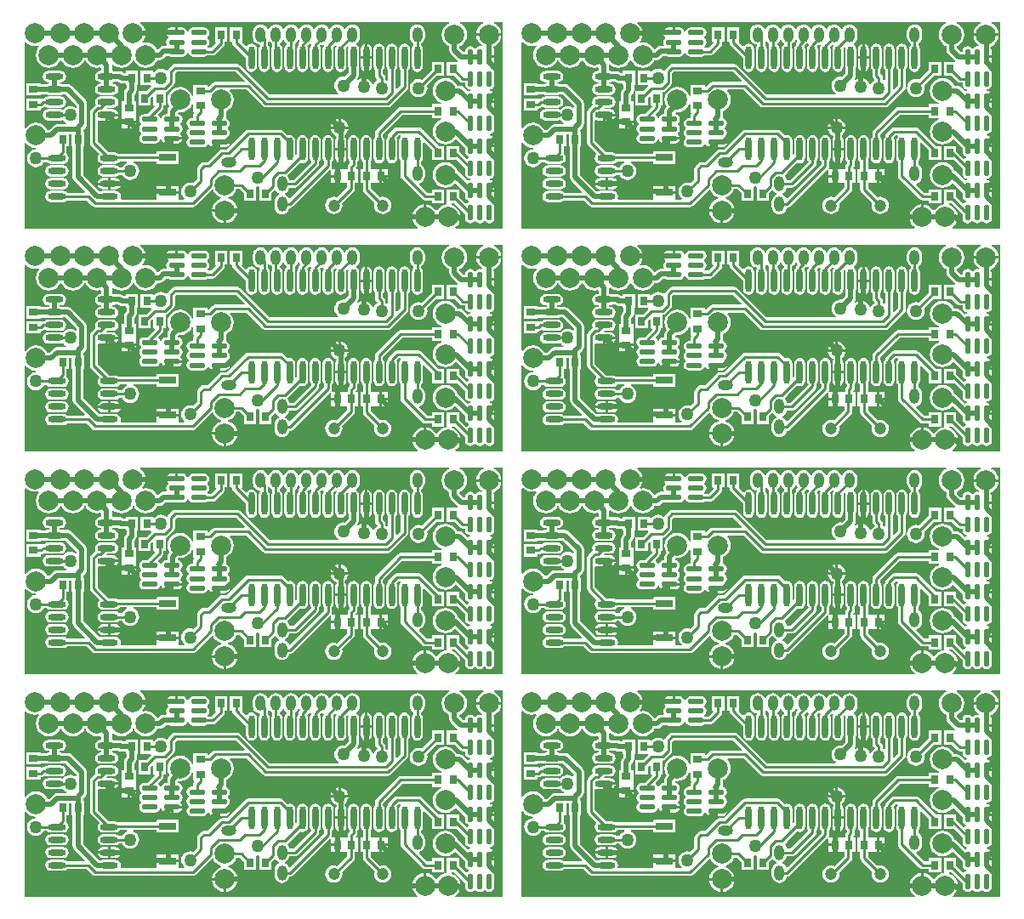
<source format=gtl>
%FSLAX25Y25*%
%MOIN*%
G70*
G01*
G75*
G04 Layer_Physical_Order=1*
G04 Layer_Color=255*
%ADD10O,0.02362X0.09055*%
%ADD11R,0.02756X0.03543*%
%ADD12O,0.01969X0.06299*%
%ADD13R,0.03150X0.03543*%
%ADD14R,0.06693X0.02953*%
%ADD15O,0.07087X0.02362*%
%ADD16R,0.03543X0.02756*%
%ADD17R,0.03543X0.03150*%
%ADD18O,0.06299X0.01969*%
%ADD19C,0.02000*%
%ADD20C,0.01000*%
%ADD21C,0.07874*%
%ADD22O,0.03937X0.05906*%
%ADD23C,0.04724*%
%ADD24O,0.05906X0.03937*%
%ADD25C,0.05000*%
G36*
X190118Y2197D02*
X171641D01*
X171481Y2670D01*
X172139Y3176D01*
X172931Y4207D01*
X173428Y5408D01*
X173532Y6197D01*
X168618D01*
Y7197D01*
X173532D01*
X173428Y7986D01*
X172931Y9187D01*
X172139Y10218D01*
X171108Y11009D01*
X170081Y11435D01*
X170178Y11925D01*
X171180D01*
X175355Y7750D01*
Y6201D01*
X175509Y5427D01*
X175947Y4770D01*
X176604Y4332D01*
X177378Y4178D01*
X178152Y4332D01*
X178808Y4770D01*
X178808Y4770D01*
X178808Y4770D01*
X178808D01*
X178998Y5053D01*
X179498D01*
X179688Y4770D01*
X179688D01*
X179688Y4770D01*
Y4770D01*
X180344Y4332D01*
X181118Y4178D01*
X181892Y4332D01*
X182549Y4770D01*
X182549Y4770D01*
X182549Y4770D01*
X182549D01*
X182738Y5053D01*
X183238D01*
X183428Y4770D01*
X183428D01*
X183428Y4770D01*
Y4770D01*
X184084Y4332D01*
X184858Y4178D01*
X185633Y4332D01*
X186289Y4770D01*
X186727Y5427D01*
X186881Y6201D01*
Y10531D01*
X186727Y11306D01*
X186289Y11962D01*
X185633Y12401D01*
X185400Y12447D01*
Y12947D01*
X185633Y12993D01*
X186289Y13432D01*
X186727Y14088D01*
X186881Y14862D01*
Y16528D01*
X184858D01*
Y17528D01*
X186881D01*
Y19193D01*
X186727Y19967D01*
X186289Y20624D01*
X185633Y21062D01*
X184955Y21197D01*
Y21697D01*
X185633Y21832D01*
X186289Y22270D01*
X186727Y22927D01*
X186881Y23701D01*
Y28032D01*
X186727Y28806D01*
X186289Y29462D01*
X185633Y29901D01*
X185400Y29947D01*
Y30447D01*
X185633Y30493D01*
X186289Y30932D01*
X186727Y31588D01*
X186881Y32362D01*
Y34028D01*
X184858D01*
Y35028D01*
X186881D01*
Y36693D01*
X186727Y37467D01*
X186289Y38124D01*
X185633Y38562D01*
X184955Y38697D01*
Y39197D01*
X185633Y39332D01*
X186289Y39770D01*
X186727Y40427D01*
X186881Y41201D01*
Y45531D01*
X186727Y46306D01*
X186289Y46962D01*
X185633Y47401D01*
X185400Y47447D01*
Y47947D01*
X185633Y47993D01*
X186289Y48432D01*
X186727Y49088D01*
X186881Y49862D01*
Y51528D01*
X184858D01*
Y52528D01*
X186881D01*
Y54193D01*
X186727Y54967D01*
X186289Y55624D01*
X185633Y56062D01*
X184955Y56197D01*
Y56697D01*
X185633Y56832D01*
X186289Y57270D01*
X186727Y57927D01*
X186881Y58701D01*
Y63032D01*
X186727Y63806D01*
X186289Y64462D01*
X185633Y64901D01*
X185400Y64947D01*
Y65447D01*
X185633Y65493D01*
X186289Y65932D01*
X186727Y66588D01*
X186881Y67362D01*
Y69028D01*
X184858D01*
Y70028D01*
X186881D01*
Y71693D01*
X186727Y72467D01*
X186289Y73124D01*
X186678Y73707D01*
X187108Y73884D01*
X188139Y74676D01*
X188931Y75707D01*
X189428Y76908D01*
X189532Y77697D01*
X179704D01*
X179808Y76908D01*
X180306Y75707D01*
X181097Y74676D01*
X181904Y74056D01*
X181698Y73601D01*
X181118Y73716D01*
X180344Y73562D01*
X179688Y73124D01*
X179688Y73124D01*
X179688Y73124D01*
X179688D01*
X179498Y72841D01*
X178998D01*
X178808Y73124D01*
X178808D01*
X178808Y73124D01*
Y73124D01*
X178152Y73562D01*
X177378Y73716D01*
X176604Y73562D01*
X175947Y73124D01*
X175509Y72467D01*
X175355Y71693D01*
Y71567D01*
X174632D01*
X173157Y73041D01*
Y73698D01*
X173608Y73884D01*
X174639Y74676D01*
X175431Y75707D01*
X175928Y76908D01*
X176098Y78197D01*
X175928Y79486D01*
X175431Y80687D01*
X174639Y81718D01*
X173608Y82509D01*
X173132Y82706D01*
X173230Y83197D01*
X182507D01*
X182604Y82706D01*
X182128Y82509D01*
X181097Y81718D01*
X180306Y80687D01*
X179808Y79486D01*
X179704Y78697D01*
X189532D01*
X189428Y79486D01*
X188931Y80687D01*
X188139Y81718D01*
X187108Y82509D01*
X186632Y82706D01*
X186730Y83197D01*
X190118D01*
Y2197D01*
D02*
G37*
G36*
X169104Y82706D02*
X168628Y82509D01*
X167597Y81718D01*
X166806Y80687D01*
X166308Y79486D01*
X166139Y78197D01*
X166308Y76908D01*
X166806Y75707D01*
X167597Y74676D01*
X168628Y73884D01*
X169079Y73698D01*
Y72197D01*
X169234Y71416D01*
X169676Y70755D01*
X172345Y68086D01*
X172553Y67947D01*
X172408Y67469D01*
X168193D01*
Y61925D01*
X171180D01*
X173320Y59785D01*
X173320Y59785D01*
X173320D01*
X173320Y59785D01*
X173320D01*
X173320Y59785D01*
Y59785D01*
Y59785D01*
D01*
D01*
X173320D01*
Y59785D01*
X173816Y59453D01*
X174402Y59337D01*
X175355D01*
Y58701D01*
X175509Y57927D01*
X175947Y57270D01*
X176604Y56832D01*
X177281Y56697D01*
Y56197D01*
X176604Y56062D01*
X176378Y55911D01*
X174651Y57639D01*
X173989Y58081D01*
X173209Y58236D01*
X172117D01*
X171931Y58687D01*
X171139Y59718D01*
X170108Y60509D01*
X168907Y61007D01*
X167618Y61177D01*
X166329Y61007D01*
X165128Y60509D01*
X164097Y59718D01*
X163306Y58687D01*
X162808Y57486D01*
X162638Y56197D01*
X162808Y54908D01*
X163306Y53707D01*
X164097Y52676D01*
X165128Y51884D01*
X166156Y51459D01*
X166058Y50968D01*
X162287D01*
Y49726D01*
X150118D01*
X149533Y49610D01*
X149037Y49278D01*
X140537Y40778D01*
X140205Y40282D01*
X140089Y39697D01*
Y38231D01*
X140046Y38202D01*
X139564Y37481D01*
X139394Y36630D01*
Y29937D01*
X139564Y29086D01*
X140046Y28365D01*
X140767Y27883D01*
X141618Y27713D01*
X142469Y27883D01*
X143191Y28365D01*
X143673Y29086D01*
X143842Y29937D01*
Y36630D01*
X143673Y37481D01*
X143191Y38202D01*
X143148Y38231D01*
Y39063D01*
X150752Y46668D01*
X162287D01*
Y45425D01*
X166058D01*
X166156Y44935D01*
X165128Y44509D01*
X164097Y43718D01*
X163306Y42687D01*
X162808Y41486D01*
X162638Y40197D01*
X162808Y38908D01*
X163306Y37707D01*
X164097Y36676D01*
X165128Y35884D01*
X166329Y35387D01*
X167618Y35217D01*
X168907Y35387D01*
X170108Y35884D01*
X171139Y36676D01*
X171432Y37058D01*
X171931Y37090D01*
X175355Y33667D01*
Y32362D01*
X175509Y31588D01*
X175947Y30932D01*
X176604Y30493D01*
X176836Y30447D01*
Y29947D01*
X176604Y29901D01*
X175947Y29462D01*
X175945Y29462D01*
X172949Y32458D01*
Y34468D01*
X168193D01*
Y28925D01*
X172156D01*
X175355Y25726D01*
Y23701D01*
X175509Y22927D01*
X175947Y22270D01*
X176604Y21832D01*
X177281Y21697D01*
Y21197D01*
X176604Y21062D01*
X176378Y20911D01*
X172651Y24639D01*
X172255Y24903D01*
X171931Y25687D01*
X171139Y26718D01*
X170108Y27509D01*
X168907Y28007D01*
X167618Y28177D01*
X166329Y28007D01*
X165128Y27509D01*
X164097Y26718D01*
X163306Y25687D01*
X162808Y24486D01*
X162638Y23197D01*
X162808Y21908D01*
X163306Y20707D01*
X164097Y19676D01*
X165128Y18884D01*
X166329Y18387D01*
X167618Y18217D01*
X168907Y18387D01*
X170108Y18884D01*
X171139Y19676D01*
X171215Y19775D01*
X171714Y19807D01*
X175355Y16167D01*
Y14862D01*
X175509Y14088D01*
X175947Y13432D01*
X176604Y12993D01*
X176836Y12947D01*
Y12447D01*
X176604Y12401D01*
X175947Y11962D01*
X175512Y11919D01*
X172949Y14482D01*
Y17469D01*
X168193D01*
Y12000D01*
X168193D01*
X168193Y12000D01*
X168193Y11925D01*
Y11925D01*
Y11620D01*
X167329Y11507D01*
X166128Y11009D01*
X165097Y10218D01*
X164372Y9273D01*
X163872D01*
X163139Y10228D01*
X162108Y11020D01*
X160907Y11517D01*
X160118Y11621D01*
Y6707D01*
X159618D01*
Y6207D01*
X154704D01*
X154808Y5418D01*
X155306Y4217D01*
X156097Y3186D01*
X156769Y2670D01*
X156608Y2197D01*
X2618D01*
Y35674D01*
X3092Y35834D01*
X3597Y35176D01*
X4628Y34384D01*
X5829Y33887D01*
X7081Y33722D01*
Y33222D01*
X6204Y33107D01*
X5353Y32754D01*
X4622Y32193D01*
X4061Y31462D01*
X3708Y30610D01*
X3588Y29697D01*
X3708Y28783D01*
X4061Y27932D01*
X4622Y27201D01*
X5353Y26640D01*
X6204Y26287D01*
X7118Y26167D01*
X8032Y26287D01*
X8883Y26640D01*
X9614Y27201D01*
X10175Y27932D01*
X10273Y28168D01*
X11418D01*
X11447Y28124D01*
X12169Y27642D01*
X13020Y27473D01*
X17744D01*
X18595Y27642D01*
X19317Y28124D01*
X19799Y28846D01*
X19968Y29697D01*
X19799Y30548D01*
X19317Y31269D01*
X19084Y31425D01*
X19092Y31462D01*
X19195Y31980D01*
Y34425D01*
X20043D01*
Y38929D01*
X21193D01*
Y34425D01*
X21532D01*
Y22244D01*
X21532Y22244D01*
X21532D01*
X21687Y21464D01*
X22129Y20802D01*
X26243Y16688D01*
X26052Y16226D01*
X19345D01*
X19317Y16269D01*
X18595Y16751D01*
X17744Y16921D01*
X13020D01*
X12169Y16751D01*
X11447Y16269D01*
X10965Y15548D01*
X10796Y14697D01*
X10965Y13846D01*
X11447Y13124D01*
X12169Y12642D01*
X13020Y12473D01*
X17744D01*
X18595Y12642D01*
X19317Y13124D01*
X19345Y13168D01*
X26949D01*
X29182Y10934D01*
X29678Y10603D01*
X30264Y10486D01*
X68594D01*
X69179Y10603D01*
X69675Y10934D01*
X76090Y17349D01*
X76580Y17251D01*
X76806Y16707D01*
X77597Y15676D01*
X78628Y14884D01*
X79685Y14447D01*
Y13947D01*
X78628Y13509D01*
X77597Y12718D01*
X76806Y11687D01*
X76308Y10486D01*
X76204Y9697D01*
X86032D01*
X85928Y10486D01*
X85431Y11687D01*
X84639Y12718D01*
X83608Y13509D01*
X82552Y13947D01*
Y14447D01*
X83608Y14884D01*
X84639Y15676D01*
X85431Y16707D01*
X85828Y17668D01*
X87032D01*
X88787Y15912D01*
Y12925D01*
X93543D01*
Y18363D01*
X93919Y18693D01*
X94118Y18667D01*
X94317Y18693D01*
X94693Y18363D01*
Y12925D01*
X99449D01*
Y15912D01*
X100639Y17102D01*
X101137Y17069D01*
X101501Y16595D01*
X102121Y16120D01*
X102538Y15947D01*
Y15447D01*
X102121Y15274D01*
X101501Y14798D01*
X101025Y14178D01*
X100726Y13456D01*
X100624Y12681D01*
Y10713D01*
X100726Y9938D01*
X101025Y9216D01*
X101501Y8595D01*
X102121Y8120D01*
X102843Y7820D01*
X103618Y7718D01*
X104393Y7820D01*
X105115Y8120D01*
X105735Y8595D01*
X106211Y9216D01*
X106510Y9938D01*
X106541Y10167D01*
X106618D01*
X107203Y10284D01*
X107700Y10615D01*
X122326Y25241D01*
X122787Y25050D01*
Y23197D01*
X124862D01*
Y25469D01*
X123132D01*
X122896Y25910D01*
X123031Y26112D01*
X123147Y26697D01*
Y28336D01*
X123191Y28365D01*
X123673Y29086D01*
X123842Y29937D01*
Y36630D01*
X123673Y37481D01*
X123191Y38202D01*
X122469Y38684D01*
X121618Y38854D01*
X120767Y38684D01*
X120046Y38202D01*
X119564Y37481D01*
X119394Y36630D01*
Y29937D01*
X119564Y29086D01*
X120046Y28365D01*
X120089Y28336D01*
Y27330D01*
X106742Y13983D01*
X106251Y14081D01*
X106211Y14178D01*
X105735Y14798D01*
X105115Y15274D01*
X104698Y15447D01*
Y15947D01*
X105115Y16120D01*
X105735Y16595D01*
X106211Y17215D01*
X106510Y17938D01*
X106541Y18168D01*
X108618D01*
X109203Y18284D01*
X109699Y18615D01*
X117700Y26615D01*
X118031Y27112D01*
X118148Y27697D01*
Y28336D01*
X118191Y28365D01*
X118673Y29086D01*
X118842Y29937D01*
Y36630D01*
X118673Y37481D01*
X118191Y38202D01*
X117469Y38684D01*
X116618Y38854D01*
X115767Y38684D01*
X115046Y38202D01*
X114564Y37481D01*
X114394Y36630D01*
Y29937D01*
X114564Y29086D01*
X115046Y28365D01*
X114890Y28132D01*
X107985Y21226D01*
X106541D01*
X106510Y21456D01*
X106211Y22178D01*
X105735Y22798D01*
X106729Y24094D01*
X110618Y27982D01*
X110767Y27883D01*
X111618Y27713D01*
X112469Y27883D01*
X113191Y28365D01*
X113673Y29086D01*
X113842Y29937D01*
Y36630D01*
X113673Y37481D01*
X113191Y38202D01*
X112469Y38684D01*
X111618Y38854D01*
X110767Y38684D01*
X110046Y38202D01*
X109564Y37481D01*
X109394Y36630D01*
Y31407D01*
X108978Y31129D01*
X108842Y31185D01*
Y36630D01*
X108673Y37481D01*
X108191Y38202D01*
X107469Y38684D01*
X106618Y38854D01*
X105789Y38689D01*
X104085Y40393D01*
X103589Y40724D01*
X103004Y40840D01*
X90232D01*
X89744Y40743D01*
X89647Y40724D01*
X89151Y40393D01*
X81953Y33195D01*
X80197D01*
X79612Y33078D01*
X79116Y32747D01*
X74532Y28163D01*
X72962D01*
X72474Y28066D01*
X72377Y28047D01*
X71881Y27715D01*
X70709Y26544D01*
X70378Y26048D01*
X70261Y25462D01*
Y21503D01*
X68767Y20009D01*
X68532Y20107D01*
X67618Y20227D01*
X66704Y20107D01*
X65853Y19754D01*
X65122Y19193D01*
X64561Y18462D01*
X64208Y17610D01*
X64088Y16697D01*
X64208Y15783D01*
X64561Y14932D01*
X65122Y14201D01*
X65359Y14019D01*
X65198Y13545D01*
X62965D01*
Y13929D01*
X62965D01*
Y15905D01*
X54272D01*
Y13929D01*
X54272D01*
Y13899D01*
X53918Y13545D01*
X40605D01*
X40288Y13932D01*
X40440Y14697D01*
X40271Y15548D01*
X39789Y16269D01*
X39068Y16751D01*
X38217Y16921D01*
X33492D01*
X32641Y16751D01*
X32618Y16736D01*
X31963D01*
X25610Y23089D01*
Y34425D01*
X25949D01*
Y39968D01*
X25610D01*
Y40894D01*
X26560Y41844D01*
X27002Y42505D01*
X27157Y43286D01*
X27157Y43286D01*
X27157Y43286D01*
Y43286D01*
Y51197D01*
X27157Y51197D01*
X27157Y51197D01*
Y51197D01*
X27157D01*
X27157Y51197D01*
X27002Y51977D01*
X26825Y52242D01*
X26560Y52639D01*
X26560Y52639D01*
X21060Y58139D01*
X20399Y58581D01*
X19618Y58736D01*
X17618D01*
X17595Y58751D01*
X16744Y58921D01*
X16421D01*
Y59473D01*
X16744D01*
X17595Y59642D01*
X18317Y60124D01*
X18799Y60846D01*
X18968Y61697D01*
X18799Y62548D01*
X18317Y63269D01*
X17595Y63751D01*
X16744Y63921D01*
X12020D01*
X11169Y63751D01*
X10447Y63269D01*
X9965Y62548D01*
X9796Y61697D01*
X9965Y60846D01*
X10447Y60124D01*
X11169Y59642D01*
X12020Y59473D01*
X12343D01*
Y58921D01*
X12020D01*
X11169Y58751D01*
X11075Y58689D01*
X8890D01*
Y59028D01*
X3347D01*
Y54272D01*
X8890D01*
Y54610D01*
X11329D01*
X12020Y54473D01*
X16744D01*
X17595Y54642D01*
X17618Y54658D01*
X18773D01*
X23079Y50352D01*
Y49786D01*
X22630Y49564D01*
X22383Y49754D01*
X21532Y50107D01*
X20618Y50227D01*
X19704Y50107D01*
X18853Y49754D01*
X18122Y49193D01*
X17719Y48668D01*
X17595Y48751D01*
X16744Y48921D01*
X12020D01*
X11169Y48751D01*
X10447Y48269D01*
X9965Y47548D01*
X9796Y46697D01*
X9965Y45846D01*
X10447Y45124D01*
X11169Y44642D01*
X12020Y44473D01*
X16744D01*
X17595Y44642D01*
X17719Y44725D01*
X18122Y44201D01*
X18853Y43640D01*
X19195Y43498D01*
X19097Y43008D01*
X15459D01*
X14679Y42853D01*
X14017Y42410D01*
X12343Y40736D01*
X11617D01*
X11431Y41187D01*
X10639Y42218D01*
X9608Y43009D01*
X8407Y43507D01*
X7118Y43676D01*
X5829Y43507D01*
X4628Y43009D01*
X3597Y42218D01*
X3092Y41559D01*
X2618Y41720D01*
Y75022D01*
X3092Y75183D01*
X3097Y75176D01*
X4128Y74384D01*
X5329Y73887D01*
X6618Y73717D01*
X7907Y73887D01*
X8216Y74015D01*
X8521Y73618D01*
X7806Y72687D01*
X7308Y71486D01*
X7139Y70197D01*
X7308Y68908D01*
X7806Y67707D01*
X8597Y66676D01*
X9628Y65884D01*
X10829Y65387D01*
X12118Y65217D01*
X13407Y65387D01*
X14608Y65884D01*
X15639Y66676D01*
X16431Y67707D01*
X16617Y68158D01*
X17119D01*
X17306Y67707D01*
X18097Y66676D01*
X19128Y65884D01*
X20329Y65387D01*
X21618Y65217D01*
X22907Y65387D01*
X24108Y65884D01*
X25139Y66676D01*
X25931Y67707D01*
X26117Y68158D01*
X26619D01*
X26806Y67707D01*
X27597Y66676D01*
X28628Y65884D01*
X29829Y65387D01*
X31118Y65217D01*
X32407Y65387D01*
X32815Y65114D01*
Y63921D01*
X32492D01*
X31641Y63751D01*
X30920Y63269D01*
X30438Y62548D01*
X30268Y61697D01*
X30438Y60846D01*
X30920Y60124D01*
X31641Y59642D01*
X32492Y59473D01*
X32815D01*
Y58921D01*
X32492D01*
X31641Y58751D01*
X30920Y58269D01*
X30438Y57548D01*
X30268Y56697D01*
X30438Y55846D01*
X30920Y55124D01*
X31641Y54642D01*
X32492Y54473D01*
X37216D01*
X38067Y54642D01*
X38789Y55124D01*
X39271Y55846D01*
X39440Y56697D01*
X39271Y57548D01*
X38789Y58269D01*
X38067Y58751D01*
X37216Y58921D01*
X36893D01*
Y59473D01*
X37216D01*
X38067Y59642D01*
X38091Y59658D01*
X39322D01*
X39838Y59313D01*
X40618Y59158D01*
X42287D01*
Y58425D01*
X42626D01*
Y57089D01*
X42176Y56639D01*
X41734Y55977D01*
X41579Y55197D01*
Y52028D01*
X40846D01*
Y46878D01*
X40846Y46878D01*
X40846Y46516D01*
X40846D01*
Y44441D01*
X46390D01*
Y46516D01*
D01*
Y46516D01*
X46390Y46516D01*
Y46878D01*
X46390D01*
Y52028D01*
X45657D01*
Y54352D01*
X46107Y54802D01*
X46107Y54802D01*
X46549Y55464D01*
X46549Y55464D01*
X46549Y55464D01*
X46705Y56244D01*
X46705Y56244D01*
Y58425D01*
X47043D01*
Y63968D01*
X42287D01*
Y63236D01*
X41414D01*
X40898Y63581D01*
X40118Y63736D01*
X38091D01*
X38067Y63751D01*
X37216Y63921D01*
X36893D01*
Y66267D01*
X37342Y66488D01*
X38128Y65884D01*
X39329Y65387D01*
X40618Y65217D01*
X41907Y65387D01*
X43108Y65884D01*
X44139Y66676D01*
X44931Y67707D01*
X45118Y68160D01*
X45618D01*
X45806Y67707D01*
X46597Y66676D01*
X47628Y65884D01*
X48829Y65387D01*
X50118Y65217D01*
X51407Y65387D01*
X52608Y65884D01*
X53639Y66676D01*
X54431Y67707D01*
X54617Y68158D01*
X55618D01*
X56398Y68313D01*
X57060Y68755D01*
X57963Y69658D01*
X59243D01*
X59348Y69588D01*
X60122Y69434D01*
X64453D01*
X65227Y69588D01*
X65883Y70026D01*
X66322Y70683D01*
X66368Y70915D01*
X66868D01*
X66914Y70683D01*
X67353Y70026D01*
X68009Y69588D01*
X68783Y69434D01*
X73114D01*
X73888Y69588D01*
X74397Y69927D01*
X76378D01*
X76963Y70044D01*
X77459Y70375D01*
X80699Y73615D01*
X81031Y74112D01*
X81147Y74697D01*
X81147Y74697D01*
X81147Y74697D01*
Y74697D01*
Y75425D01*
X82043D01*
Y80968D01*
X77287D01*
Y75425D01*
X77530D01*
X77722Y74963D01*
X75744Y72986D01*
X74397D01*
X74397Y72986D01*
X74261Y73077D01*
X74262Y73577D01*
X74545Y73766D01*
Y73766D01*
X74545Y73766D01*
X74545D01*
X74983Y74423D01*
X75137Y75197D01*
X74983Y75971D01*
X74545Y76627D01*
X74545Y76627D01*
X74545Y76627D01*
Y76627D01*
X74262Y76817D01*
Y77317D01*
X74545Y77506D01*
Y77506D01*
X74545Y77507D01*
X74545D01*
X74983Y78163D01*
X75137Y78937D01*
X74983Y79711D01*
X74545Y80368D01*
X73888Y80806D01*
X73114Y80960D01*
X68783D01*
X68009Y80806D01*
X67353Y80368D01*
X66914Y79711D01*
X66868Y79479D01*
X66368D01*
X66322Y79711D01*
X65883Y80368D01*
X65227Y80806D01*
X64453Y80960D01*
X62787D01*
Y78937D01*
X62287D01*
Y78437D01*
X58198D01*
X58253Y78163D01*
X58692Y77507D01*
X58692Y77506D01*
X58692Y77506D01*
Y77506D01*
X58974Y77317D01*
Y76817D01*
X58692Y76627D01*
Y76627D01*
X58692Y76627D01*
X58692D01*
X58253Y75971D01*
X58099Y75197D01*
X58253Y74423D01*
X58417Y74177D01*
X58181Y73736D01*
X57118D01*
X56338Y73581D01*
X55676Y73139D01*
X54981Y72444D01*
X54491Y72541D01*
X54431Y72687D01*
X53639Y73718D01*
X52608Y74509D01*
X51407Y75007D01*
X50118Y75177D01*
X49121Y75045D01*
X48871Y75478D01*
X49431Y76207D01*
X49928Y77408D01*
X50032Y78197D01*
X45118D01*
Y79197D01*
X50032D01*
X49928Y79986D01*
X49431Y81187D01*
X48639Y82218D01*
X47981Y82723D01*
X48141Y83197D01*
X169007D01*
X169104Y82706D01*
D02*
G37*
%LPC*%
G36*
X38217Y21921D02*
X36354D01*
Y20197D01*
X40341D01*
X40271Y20548D01*
X39789Y21269D01*
X39068Y21751D01*
X38217Y21921D01*
D02*
G37*
G36*
X17744Y26921D02*
X13020D01*
X12169Y26751D01*
X11447Y26269D01*
X10965Y25548D01*
X10796Y24697D01*
X10965Y23846D01*
X11447Y23124D01*
X12169Y22642D01*
X13020Y22473D01*
X17744D01*
X18595Y22642D01*
X19317Y23124D01*
X19799Y23846D01*
X19968Y24697D01*
X19799Y25548D01*
X19317Y26269D01*
X18595Y26751D01*
X17744Y26921D01*
D02*
G37*
G36*
X124862Y22197D02*
X122787D01*
Y19925D01*
X124862D01*
Y22197D01*
D02*
G37*
G36*
X35354Y21921D02*
X33492D01*
X32641Y21751D01*
X31920Y21269D01*
X31438Y20548D01*
X31368Y20197D01*
X35354D01*
Y21921D01*
D02*
G37*
G36*
X144949Y25469D02*
X142874D01*
Y23197D01*
X144949D01*
Y25469D01*
D02*
G37*
G36*
X126118Y32783D02*
X124394D01*
Y29937D01*
X124564Y29086D01*
X125046Y28365D01*
X125767Y27883D01*
X126118Y27813D01*
Y32783D01*
D02*
G37*
G36*
X128842D02*
X127118D01*
Y27813D01*
X127469Y27883D01*
X128191Y28365D01*
X128673Y29086D01*
X128842Y29937D01*
Y32783D01*
D02*
G37*
G36*
X157165Y41726D02*
X148618D01*
X148033Y41610D01*
X147537Y41278D01*
X145537Y39278D01*
X145205Y38782D01*
X145097Y38236D01*
X145046Y38202D01*
X144564Y37481D01*
X144394Y36630D01*
Y29937D01*
X144564Y29086D01*
X145046Y28365D01*
X145767Y27883D01*
X146618Y27713D01*
X147469Y27883D01*
X148191Y28365D01*
X148673Y29086D01*
X148842Y29937D01*
Y36630D01*
X148673Y37481D01*
X148429Y37845D01*
X149252Y38668D01*
X149905D01*
X150046Y38202D01*
X149564Y37481D01*
X149394Y36630D01*
Y29937D01*
X149564Y29086D01*
X150046Y28365D01*
X150089Y28336D01*
Y22807D01*
X150089Y22807D01*
X150089D01*
X150205Y22222D01*
X150537Y21726D01*
X158647Y13615D01*
X159143Y13284D01*
X159240Y13265D01*
X159729Y13168D01*
X162287D01*
Y11925D01*
X167043D01*
Y17469D01*
X162287D01*
Y16226D01*
X160362D01*
X157235Y19354D01*
X157393Y19820D01*
X158115Y20120D01*
X158735Y20595D01*
X159211Y21215D01*
X159510Y21938D01*
X159612Y22713D01*
Y24681D01*
X159510Y25456D01*
X159211Y26178D01*
X158735Y26798D01*
X158148Y27249D01*
Y28336D01*
X158191Y28365D01*
X158673Y29086D01*
X158842Y29937D01*
Y35704D01*
X159304Y35895D01*
X162287Y32912D01*
Y28925D01*
X167043D01*
Y34468D01*
X165057D01*
X158247Y41278D01*
X157751Y41610D01*
X157165Y41726D01*
D02*
G37*
G36*
X131618Y38854D02*
X130767Y38684D01*
X130046Y38202D01*
X129564Y37481D01*
X129394Y36630D01*
Y29937D01*
X129564Y29086D01*
X130046Y28365D01*
X130089Y28336D01*
Y27830D01*
X129793Y27534D01*
X129461Y27038D01*
X129345Y26453D01*
Y25469D01*
X128299D01*
D01*
D01*
X128299Y25469D01*
X127937D01*
Y25469D01*
X125862D01*
Y22697D01*
Y19925D01*
X127937D01*
Y19925D01*
X127937D01*
X127937Y19925D01*
X128299D01*
Y19925D01*
X129089D01*
Y18330D01*
X125100Y14341D01*
X124783Y14472D01*
X123906Y14588D01*
X123028Y14472D01*
X122210Y14134D01*
X121508Y13595D01*
X120969Y12892D01*
X120630Y12075D01*
X120514Y11197D01*
X120630Y10319D01*
X120969Y9501D01*
X121508Y8799D01*
X122210Y8260D01*
X123028Y7921D01*
X123906Y7806D01*
X124783Y7921D01*
X125601Y8260D01*
X126304Y8799D01*
X126842Y9501D01*
X127181Y10319D01*
X127297Y11197D01*
X127181Y12075D01*
X127175Y12090D01*
X131700Y16615D01*
X132031Y17112D01*
X132148Y17697D01*
X132148Y17697D01*
X132148Y17697D01*
Y17697D01*
Y19925D01*
X133449D01*
Y25469D01*
X132706D01*
X132515Y25931D01*
X132700Y26115D01*
X133031Y26612D01*
X133148Y27197D01*
X133148Y27197D01*
X133148Y27197D01*
Y27197D01*
Y28336D01*
X133191Y28365D01*
X133673Y29086D01*
X133842Y29937D01*
Y36630D01*
X133673Y37481D01*
X133191Y38202D01*
X132469Y38684D01*
X131618Y38854D01*
D02*
G37*
G36*
X144949Y22197D02*
X142874D01*
Y19925D01*
X144949D01*
Y22197D01*
D02*
G37*
G36*
X159118Y11621D02*
X158329Y11517D01*
X157128Y11020D01*
X156097Y10228D01*
X155306Y9197D01*
X154808Y7996D01*
X154704Y7207D01*
X159118D01*
Y11621D01*
D02*
G37*
G36*
X58118Y18882D02*
X54272D01*
Y16905D01*
X58118D01*
Y18882D01*
D02*
G37*
G36*
X80618Y8697D02*
X76204D01*
X76308Y7908D01*
X76806Y6707D01*
X77597Y5676D01*
X78628Y4884D01*
X79829Y4387D01*
X80618Y4283D01*
Y8697D01*
D02*
G37*
G36*
X86032D02*
X81618D01*
Y4283D01*
X82407Y4387D01*
X83608Y4884D01*
X84639Y5676D01*
X85431Y6707D01*
X85928Y7908D01*
X86032Y8697D01*
D02*
G37*
G36*
X62965Y18882D02*
X59118D01*
Y16905D01*
X62965D01*
Y18882D01*
D02*
G37*
G36*
X40341Y19197D02*
X36354D01*
Y17473D01*
X38217D01*
X39068Y17642D01*
X39789Y18124D01*
X40271Y18846D01*
X40341Y19197D01*
D02*
G37*
G36*
X136618Y38854D02*
X135767Y38684D01*
X135046Y38202D01*
X134564Y37481D01*
X134394Y36630D01*
Y29937D01*
X134564Y29086D01*
X135046Y28365D01*
X135333Y28173D01*
Y25469D01*
X134287D01*
Y19925D01*
X135333D01*
Y17453D01*
X135333Y17453D01*
X135333D01*
X135449Y16868D01*
X135781Y16371D01*
X139911Y12241D01*
X139842Y12075D01*
X139727Y11197D01*
X139842Y10319D01*
X140181Y9501D01*
X140720Y8799D01*
X141422Y8260D01*
X142240Y7921D01*
X143118Y7806D01*
X143996Y7921D01*
X144814Y8260D01*
X145516Y8799D01*
X146055Y9501D01*
X146394Y10319D01*
X146509Y11197D01*
X146394Y12075D01*
X146055Y12892D01*
X145516Y13595D01*
X144814Y14134D01*
X143996Y14472D01*
X143118Y14588D01*
X142240Y14472D01*
X142074Y14404D01*
X138392Y18086D01*
Y19925D01*
X139437D01*
Y19925D01*
X139437D01*
X139437Y19925D01*
X139799D01*
Y19925D01*
X141874D01*
Y22697D01*
Y25469D01*
X139799D01*
D01*
D01*
X139799Y25469D01*
X139437D01*
Y25469D01*
X138392D01*
Y28665D01*
X138673Y29086D01*
X138842Y29937D01*
Y36630D01*
X138673Y37481D01*
X138191Y38202D01*
X137469Y38684D01*
X136618Y38854D01*
D02*
G37*
G36*
X17744Y21921D02*
X13020D01*
X12169Y21751D01*
X11447Y21269D01*
X10965Y20548D01*
X10796Y19697D01*
X10965Y18846D01*
X11447Y18124D01*
X12169Y17642D01*
X13020Y17473D01*
X17744D01*
X18595Y17642D01*
X19317Y18124D01*
X19799Y18846D01*
X19968Y19697D01*
X19799Y20548D01*
X19317Y21269D01*
X18595Y21751D01*
X17744Y21921D01*
D02*
G37*
G36*
X35354Y19197D02*
X31368D01*
X31438Y18846D01*
X31920Y18124D01*
X32641Y17642D01*
X33492Y17473D01*
X35354D01*
Y19197D01*
D02*
G37*
G36*
X129583Y41197D02*
X122654D01*
X122708Y40783D01*
X123061Y39932D01*
X123622Y39201D01*
X124353Y38640D01*
X124760Y38471D01*
X124905Y37993D01*
X124564Y37481D01*
X124394Y36630D01*
Y33784D01*
X128842D01*
Y36630D01*
X128673Y37481D01*
X128191Y38202D01*
X128079Y38277D01*
X128062Y38777D01*
X128614Y39201D01*
X129175Y39932D01*
X129528Y40783D01*
X129583Y41197D01*
D02*
G37*
G36*
X87949Y80968D02*
X83193D01*
Y75425D01*
X83774D01*
X84042Y75157D01*
X84042Y75157D01*
D01*
X84158Y74572D01*
X84489Y74076D01*
X89394Y69171D01*
Y65764D01*
X89564Y64913D01*
X90046Y64191D01*
X90767Y63709D01*
X91618Y63540D01*
X92469Y63709D01*
X93191Y64191D01*
X93673Y64913D01*
X93842Y65764D01*
Y72457D01*
X93673Y73308D01*
X93191Y74029D01*
X92469Y74511D01*
X91618Y74681D01*
X90767Y74511D01*
X90046Y74029D01*
X89790Y73647D01*
X89293Y73598D01*
X87807Y75084D01*
X87949Y75425D01*
X87949D01*
X87949Y75425D01*
Y80968D01*
D02*
G37*
G36*
X156618Y82175D02*
X155843Y82073D01*
X155121Y81774D01*
X154501Y81298D01*
X154025Y80678D01*
X153726Y79956D01*
X153624Y79181D01*
Y77213D01*
X153726Y76438D01*
X154025Y75716D01*
X154501Y75095D01*
X155089Y74644D01*
Y74058D01*
X155046Y74029D01*
X154564Y73308D01*
X154394Y72457D01*
Y65764D01*
X154564Y64913D01*
X155046Y64191D01*
X155767Y63709D01*
X156618Y63540D01*
X157469Y63709D01*
X158191Y64191D01*
X158673Y64913D01*
X158842Y65764D01*
Y72457D01*
X158673Y73308D01*
X158191Y74029D01*
X158148Y74058D01*
Y74644D01*
X158735Y75095D01*
X159211Y75716D01*
X159510Y76438D01*
X159612Y77213D01*
Y79181D01*
X159510Y79956D01*
X159211Y80678D01*
X158735Y81298D01*
X158115Y81774D01*
X157393Y82073D01*
X156618Y82175D01*
D02*
G37*
G36*
X131118D02*
X130343Y82073D01*
X129621Y81774D01*
X129001Y81298D01*
X128525Y80678D01*
X128368Y80299D01*
X127868D01*
X127711Y80678D01*
X127235Y81298D01*
X126615Y81774D01*
X125893Y82073D01*
X125118Y82175D01*
X124343Y82073D01*
X123621Y81774D01*
X123001Y81298D01*
X122525Y80678D01*
X122368Y80299D01*
X121868D01*
X121711Y80678D01*
X121235Y81298D01*
X120615Y81774D01*
X119893Y82073D01*
X119118Y82175D01*
X118343Y82073D01*
X117621Y81774D01*
X117001Y81298D01*
X116525Y80678D01*
X116368Y80299D01*
X115868D01*
X115711Y80678D01*
X115235Y81298D01*
X114615Y81774D01*
X113893Y82073D01*
X113118Y82175D01*
X112343Y82073D01*
X111621Y81774D01*
X111001Y81298D01*
X110525Y80678D01*
X110368Y80299D01*
X109868D01*
X109711Y80678D01*
X109235Y81298D01*
X108615Y81774D01*
X107893Y82073D01*
X107118Y82175D01*
X106343Y82073D01*
X105621Y81774D01*
X105001Y81298D01*
X104525Y80678D01*
X104368Y80299D01*
X103868D01*
X103711Y80678D01*
X103235Y81298D01*
X102615Y81774D01*
X101893Y82073D01*
X101118Y82175D01*
X100343Y82073D01*
X99621Y81774D01*
X99001Y81298D01*
X98525Y80678D01*
X98368Y80299D01*
X97868D01*
X97711Y80678D01*
X97235Y81298D01*
X96615Y81774D01*
X95893Y82073D01*
X95118Y82175D01*
X94343Y82073D01*
X93621Y81774D01*
X93001Y81298D01*
X92525Y80678D01*
X92226Y79956D01*
X92124Y79181D01*
Y77213D01*
X92226Y76438D01*
X92525Y75716D01*
X93001Y75095D01*
X93621Y74620D01*
X94343Y74321D01*
X94698Y74274D01*
X94905Y73818D01*
X94564Y73308D01*
X94394Y72457D01*
Y65764D01*
X94564Y64913D01*
X95046Y64191D01*
X95767Y63709D01*
X96618Y63540D01*
X97469Y63709D01*
X98191Y64191D01*
X98673Y64913D01*
X98842Y65764D01*
Y72457D01*
X98673Y73308D01*
X98191Y74029D01*
X98147Y74058D01*
Y75430D01*
X98621Y75591D01*
X99001Y75095D01*
X99589Y74644D01*
Y73345D01*
X99564Y73308D01*
X99394Y72457D01*
Y65764D01*
X99564Y64913D01*
X100046Y64191D01*
X100767Y63709D01*
X101618Y63540D01*
X102469Y63709D01*
X103191Y64191D01*
X103673Y64913D01*
X103842Y65764D01*
Y72457D01*
X103673Y73308D01*
X103191Y74029D01*
X102829Y74271D01*
X102812Y74771D01*
X103235Y75095D01*
X103711Y75716D01*
X103868Y76095D01*
X104368D01*
X104525Y75716D01*
X105001Y75095D01*
X105424Y74771D01*
X105408Y74271D01*
X105046Y74029D01*
X104564Y73308D01*
X104394Y72457D01*
Y65764D01*
X104564Y64913D01*
X105046Y64191D01*
X105767Y63709D01*
X106618Y63540D01*
X107469Y63709D01*
X108191Y64191D01*
X108673Y64913D01*
X108842Y65764D01*
Y72457D01*
X108673Y73308D01*
X108648Y73345D01*
Y74644D01*
X109235Y75095D01*
X109711Y75716D01*
X109868Y76095D01*
X110368D01*
X110525Y75716D01*
X110720Y75462D01*
X110537Y75278D01*
X110205Y74782D01*
X110089Y74197D01*
Y74058D01*
X110046Y74029D01*
X109564Y73308D01*
X109394Y72457D01*
Y65764D01*
X109564Y64913D01*
X110046Y64191D01*
X110767Y63709D01*
X111618Y63540D01*
X112469Y63709D01*
X113191Y64191D01*
X113673Y64913D01*
X113842Y65764D01*
Y72457D01*
X113673Y73308D01*
X113360Y73776D01*
X113913Y74329D01*
X114615Y74620D01*
X114710Y74692D01*
X115135Y74428D01*
Y74428D01*
X115046Y74029D01*
D01*
X114564Y73308D01*
X114394Y72457D01*
Y65764D01*
X114564Y64913D01*
X115046Y64191D01*
X115767Y63709D01*
X116618Y63540D01*
X117469Y63709D01*
X118191Y64191D01*
X118673Y64913D01*
X118842Y65764D01*
Y72457D01*
X118673Y73308D01*
X118360Y73776D01*
X118839Y74255D01*
X119118Y74218D01*
X119673Y74292D01*
X119937Y73867D01*
X119564Y73308D01*
X119394Y72457D01*
Y65764D01*
X119564Y64913D01*
X120046Y64191D01*
X120767Y63709D01*
X121618Y63540D01*
X122469Y63709D01*
X123191Y64191D01*
X123673Y64913D01*
X123842Y65764D01*
Y72457D01*
X123673Y73308D01*
X123560Y73476D01*
X124282Y74197D01*
X124774Y74108D01*
X124905Y73818D01*
X124564Y73308D01*
X124394Y72457D01*
Y65764D01*
X124564Y64913D01*
X125046Y64191D01*
X125767Y63709D01*
X126618Y63540D01*
X127469Y63709D01*
X128191Y64191D01*
X128673Y64913D01*
X128842Y65764D01*
Y72457D01*
X128709Y73125D01*
X129121Y73537D01*
X129562Y73302D01*
X129394Y72457D01*
Y65764D01*
X129564Y64913D01*
X129579Y64890D01*
Y63042D01*
X128189Y61652D01*
X127618Y61727D01*
X126704Y61607D01*
X125853Y61254D01*
X125122Y60693D01*
X124561Y59962D01*
X124208Y59110D01*
X124088Y58197D01*
X124208Y57283D01*
X124561Y56432D01*
X125122Y55701D01*
X125775Y55200D01*
X125614Y54726D01*
X98657D01*
X87152Y66231D01*
X86656Y66563D01*
X86071Y66679D01*
X61618D01*
X61130Y66582D01*
X61033Y66563D01*
X60537Y66231D01*
X59037Y64731D01*
X58705Y64235D01*
X58692Y64169D01*
X58224Y63993D01*
X57883Y64254D01*
X57032Y64607D01*
X56118Y64727D01*
X55204Y64607D01*
X54353Y64254D01*
X53622Y63693D01*
X53422Y63433D01*
X52949Y63594D01*
Y63968D01*
X48193D01*
Y58425D01*
X52078D01*
X52269Y57963D01*
X50274Y55968D01*
X47287D01*
Y50425D01*
X52043D01*
Y53412D01*
X52731Y54100D01*
X53193Y53908D01*
Y50425D01*
X53530D01*
X53722Y49963D01*
X50718Y46960D01*
X49622D01*
X48848Y46806D01*
X48191Y46368D01*
X47753Y45711D01*
X47599Y44937D01*
X47753Y44163D01*
X48191Y43507D01*
X48191Y43507D01*
X48191Y43507D01*
Y43507D01*
X48474Y43317D01*
Y42817D01*
X48191Y42627D01*
Y42627D01*
X48191Y42627D01*
X48191D01*
X47753Y41971D01*
X47599Y41197D01*
X47753Y40423D01*
X48191Y39766D01*
X48191Y39766D01*
X48191Y39766D01*
Y39766D01*
X48474Y39577D01*
Y39077D01*
X48191Y38887D01*
Y38887D01*
X48191Y38887D01*
X48191D01*
X47753Y38231D01*
X47599Y37457D01*
X47753Y36683D01*
X48191Y36026D01*
X48848Y35588D01*
X49622Y35434D01*
X53953D01*
X54727Y35588D01*
X55383Y36026D01*
X55822Y36683D01*
X55868Y36915D01*
X56368D01*
X56414Y36683D01*
X56853Y36026D01*
X57509Y35588D01*
X58284Y35434D01*
X59949D01*
Y37457D01*
X60449D01*
Y37957D01*
X64538D01*
X64483Y38231D01*
X64045Y38887D01*
X64045Y38887D01*
X64045Y38887D01*
Y38887D01*
X63762Y39077D01*
Y39577D01*
X64045Y39766D01*
Y39766D01*
X64045Y39766D01*
X64045D01*
X64483Y40423D01*
X64637Y41197D01*
X64483Y41971D01*
X64045Y42627D01*
X64045Y42627D01*
X64045Y42627D01*
Y42627D01*
X63762Y42817D01*
Y43317D01*
X64045Y43507D01*
Y43507D01*
X64045Y43507D01*
X64045D01*
X64483Y44163D01*
X64637Y44937D01*
X64483Y45711D01*
X64045Y46368D01*
X63388Y46806D01*
X62843Y46915D01*
X62698Y47393D01*
X63092Y47787D01*
X63618Y47717D01*
X64907Y47887D01*
X66108Y48384D01*
X67139Y49176D01*
X67931Y50207D01*
X68356Y51234D01*
X68846Y51137D01*
Y47866D01*
X68955D01*
X69191Y47425D01*
X68874Y46951D01*
X68758Y46366D01*
Y45460D01*
X68122D01*
X67348Y45306D01*
X66691Y44868D01*
X66253Y44211D01*
X66099Y43437D01*
X66253Y42663D01*
X66691Y42006D01*
X66691Y42006D01*
X66691Y42006D01*
Y42006D01*
X66974Y41817D01*
Y41317D01*
X66691Y41127D01*
Y41127D01*
X66691Y41127D01*
X66691D01*
X66253Y40471D01*
X66099Y39697D01*
X66253Y38923D01*
X66691Y38266D01*
X66691Y38266D01*
X66691Y38266D01*
Y38266D01*
X66974Y38077D01*
Y37577D01*
X66691Y37387D01*
Y37387D01*
X66691Y37387D01*
X66691D01*
X66253Y36731D01*
X66099Y35957D01*
X66253Y35182D01*
X66691Y34526D01*
X67348Y34088D01*
X68122Y33934D01*
X72453D01*
X73227Y34088D01*
X73883Y34526D01*
X74322Y35182D01*
X74368Y35415D01*
X74868D01*
X74914Y35182D01*
X75353Y34526D01*
X76009Y34088D01*
X76784Y33934D01*
X78449D01*
Y35957D01*
X78949D01*
Y36457D01*
X83038D01*
X82983Y36731D01*
X82545Y37387D01*
X82545Y37387D01*
X82545Y37387D01*
Y37387D01*
X82262Y37577D01*
Y38077D01*
X82545Y38266D01*
Y38266D01*
X82545Y38266D01*
X82545D01*
X82983Y38923D01*
X83137Y39697D01*
X82983Y40471D01*
X82545Y41127D01*
X82545Y41127D01*
X82545Y41127D01*
Y41127D01*
X82262Y41317D01*
Y41817D01*
X82545Y42006D01*
Y42006D01*
X82545Y42006D01*
X82545D01*
X82983Y42663D01*
X83137Y43437D01*
X82983Y44211D01*
X82545Y44868D01*
X81888Y45306D01*
X81842Y45315D01*
X81565Y45731D01*
X81657Y46197D01*
Y48198D01*
X82108Y48384D01*
X83139Y49176D01*
X83931Y50207D01*
X84428Y51408D01*
X84598Y52697D01*
X84428Y53986D01*
X83931Y55187D01*
X83187Y56156D01*
X83408Y56604D01*
X89625D01*
X96114Y50115D01*
X96610Y49784D01*
X97195Y49668D01*
X145103D01*
X145689Y49784D01*
X146185Y50115D01*
X152699Y56630D01*
X153031Y57126D01*
X153147Y57712D01*
Y64162D01*
X153191Y64191D01*
X153673Y64913D01*
X153842Y65764D01*
Y72457D01*
X153673Y73308D01*
X153191Y74029D01*
X152469Y74511D01*
X151618Y74681D01*
X150767Y74511D01*
X150046Y74029D01*
X149564Y73308D01*
X149394Y72457D01*
Y65764D01*
X149564Y64913D01*
X150046Y64191D01*
X150089Y64162D01*
Y58345D01*
X148609Y56866D01*
X148147Y57057D01*
Y64162D01*
X148191Y64191D01*
X148673Y64913D01*
X148842Y65764D01*
Y72457D01*
X148673Y73308D01*
X148191Y74029D01*
X147469Y74511D01*
X146618Y74681D01*
X145767Y74511D01*
X145046Y74029D01*
X144564Y73308D01*
X144394Y72457D01*
Y65764D01*
X144564Y64913D01*
X145046Y64191D01*
X145089Y64162D01*
Y60278D01*
X144640Y60057D01*
X144383Y60254D01*
X144148Y60352D01*
Y61197D01*
X144031Y61782D01*
X143700Y62278D01*
X143148Y62830D01*
Y64162D01*
X143191Y64191D01*
X143673Y64913D01*
X143842Y65764D01*
Y72457D01*
X143673Y73308D01*
X143191Y74029D01*
X142469Y74511D01*
X141618Y74681D01*
X140767Y74511D01*
X140046Y74029D01*
X139564Y73308D01*
X139394Y72457D01*
Y65764D01*
X139564Y64913D01*
X140046Y64191D01*
X140089Y64162D01*
Y62197D01*
X140089Y62197D01*
X140089D01*
X140205Y61612D01*
X140537Y61115D01*
X141089Y60563D01*
Y60563D01*
X140853Y60254D01*
X140122Y59693D01*
X139561Y58962D01*
X139472Y58747D01*
X138972D01*
X138675Y59462D01*
X138114Y60193D01*
X137383Y60754D01*
X136532Y61107D01*
X136118Y61161D01*
Y57697D01*
X135118D01*
Y61161D01*
X134704Y61107D01*
X133853Y60754D01*
X133442Y60439D01*
X133077Y60781D01*
X133502Y61417D01*
X133657Y62197D01*
Y64890D01*
X133673Y64913D01*
X133842Y65764D01*
Y72457D01*
X133673Y73308D01*
X133191Y74029D01*
X132829Y74271D01*
X132812Y74771D01*
X133235Y75095D01*
X133711Y75716D01*
X134010Y76438D01*
X134112Y77213D01*
Y79181D01*
X134010Y79956D01*
X133711Y80678D01*
X133235Y81298D01*
X132615Y81774D01*
X131893Y82073D01*
X131118Y82175D01*
D02*
G37*
G36*
X167043Y67469D02*
X162287D01*
Y64529D01*
X158267Y60509D01*
X158032Y60607D01*
X157118Y60727D01*
X156204Y60607D01*
X155353Y60254D01*
X154622Y59693D01*
X154061Y58962D01*
X153708Y58110D01*
X153588Y57197D01*
X153708Y56283D01*
X154061Y55432D01*
X154622Y54701D01*
X155353Y54140D01*
X156204Y53787D01*
X157118Y53667D01*
X158032Y53787D01*
X158883Y54140D01*
X159614Y54701D01*
X160175Y55432D01*
X160528Y56283D01*
X160648Y57197D01*
X160528Y58110D01*
X160430Y58346D01*
X164009Y61925D01*
X167043D01*
Y67469D01*
D02*
G37*
G36*
X136118Y68610D02*
X134394D01*
Y65764D01*
X134564Y64913D01*
X135046Y64191D01*
X135767Y63709D01*
X136118Y63639D01*
Y68610D01*
D02*
G37*
G36*
X137118Y74581D02*
Y69610D01*
X138842D01*
Y72457D01*
X138673Y73308D01*
X138191Y74029D01*
X137469Y74511D01*
X137118Y74581D01*
D02*
G37*
G36*
X61787Y80960D02*
X60122D01*
X59348Y80806D01*
X58692Y80368D01*
X58253Y79711D01*
X58198Y79437D01*
X61787D01*
Y80960D01*
D02*
G37*
G36*
X138842Y68610D02*
X137118D01*
Y63639D01*
X137469Y63709D01*
X138191Y64191D01*
X138673Y64913D01*
X138842Y65764D01*
Y68610D01*
D02*
G37*
G36*
X136118Y74581D02*
X135767Y74511D01*
X135046Y74029D01*
X134564Y73308D01*
X134394Y72457D01*
Y69610D01*
X136118D01*
Y74581D01*
D02*
G37*
G36*
X43118Y43441D02*
X40846D01*
Y41366D01*
X43118D01*
Y43441D01*
D02*
G37*
G36*
X46390D02*
X44118D01*
Y41366D01*
X46390D01*
Y43441D01*
D02*
G37*
G36*
X83038Y35457D02*
X79449D01*
Y33934D01*
X81114D01*
X81888Y34088D01*
X82545Y34526D01*
X82983Y35182D01*
X83038Y35457D01*
D02*
G37*
G36*
X64538Y36957D02*
X60949D01*
Y35434D01*
X62614D01*
X63388Y35588D01*
X64045Y36026D01*
X64483Y36683D01*
X64538Y36957D01*
D02*
G37*
G36*
X125618Y45161D02*
X125204Y45107D01*
X124353Y44754D01*
X123622Y44193D01*
X123061Y43462D01*
X122708Y42610D01*
X122654Y42197D01*
X125618D01*
Y45161D01*
D02*
G37*
G36*
X39341Y46197D02*
X35354D01*
Y44473D01*
X37216D01*
X38067Y44642D01*
X38789Y45124D01*
X39271Y45846D01*
X39341Y46197D01*
D02*
G37*
G36*
X16744Y53921D02*
X12020D01*
X11169Y53751D01*
X10447Y53269D01*
X10418Y53226D01*
X10118D01*
X9533Y53110D01*
X9347Y52986D01*
X8890Y53122D01*
X8890Y53122D01*
X3347D01*
Y48366D01*
X8890D01*
Y49215D01*
X9165D01*
X9751Y49331D01*
X10247Y49663D01*
X10604Y50020D01*
X11169Y49642D01*
X12020Y49473D01*
X16744D01*
X17595Y49642D01*
X18317Y50124D01*
X18799Y50846D01*
X18968Y51697D01*
X18799Y52548D01*
X18317Y53269D01*
X17595Y53751D01*
X16744Y53921D01*
D02*
G37*
G36*
X126618Y45161D02*
Y42197D01*
X129583D01*
X129528Y42610D01*
X129175Y43462D01*
X128614Y44193D01*
X127883Y44754D01*
X127032Y45107D01*
X126618Y45161D01*
D02*
G37*
G36*
X37216Y53921D02*
X32492D01*
X31641Y53751D01*
X30920Y53269D01*
X30438Y52548D01*
X30268Y51697D01*
X30438Y50846D01*
X30574Y50642D01*
X30300Y50459D01*
X28730Y48889D01*
X28398Y48393D01*
X28282Y47807D01*
Y35740D01*
X28282Y35740D01*
X28282D01*
X28398Y35155D01*
X28730Y34659D01*
X31938Y31451D01*
X31920Y31269D01*
X31438Y30548D01*
X31268Y29697D01*
X31438Y28846D01*
X31920Y28124D01*
X32641Y27642D01*
X33492Y27473D01*
X38217D01*
X39068Y27642D01*
X39789Y28124D01*
X40012Y28459D01*
X42773D01*
X42870Y27968D01*
X42353Y27754D01*
X41622Y27193D01*
X41061Y26462D01*
X40963Y26226D01*
X39818D01*
X39789Y26269D01*
X39068Y26751D01*
X38217Y26921D01*
X33492D01*
X32641Y26751D01*
X31920Y26269D01*
X31438Y25548D01*
X31268Y24697D01*
X31438Y23846D01*
X31920Y23124D01*
X32641Y22642D01*
X33492Y22473D01*
X38217D01*
X39068Y22642D01*
X39789Y23124D01*
X39818Y23167D01*
X40963D01*
X41061Y22932D01*
X41622Y22201D01*
X42353Y21640D01*
X43204Y21287D01*
X44118Y21167D01*
X45032Y21287D01*
X45883Y21640D01*
X46614Y22201D01*
X47175Y22932D01*
X47528Y23783D01*
X47648Y24697D01*
X47528Y25611D01*
X47175Y26462D01*
X46614Y27193D01*
X45883Y27754D01*
X45366Y27968D01*
X45463Y28459D01*
X54272D01*
Y27512D01*
X62965D01*
Y32465D01*
X54272D01*
Y31518D01*
X39417D01*
X39068Y31751D01*
X38217Y31921D01*
X35793D01*
X31340Y36374D01*
Y44308D01*
X31727Y44625D01*
X32492Y44473D01*
X34354D01*
Y46697D01*
X34854D01*
Y47197D01*
X39341D01*
X39271Y47548D01*
X38789Y48269D01*
X38067Y48751D01*
X37216Y48921D01*
X34894D01*
X34838Y49057D01*
X35116Y49473D01*
X37216D01*
X38067Y49642D01*
X38789Y50124D01*
X39271Y50846D01*
X39440Y51697D01*
X39271Y52548D01*
X38789Y53269D01*
X38067Y53751D01*
X37216Y53921D01*
D02*
G37*
%LPD*%
G36*
X88932Y60125D02*
X88741Y59663D01*
X77366D01*
X76781Y59547D01*
X76285Y59215D01*
X74852Y57782D01*
X74390Y57974D01*
Y58528D01*
X68846D01*
Y54257D01*
X68356Y54159D01*
X67931Y55187D01*
X67139Y56218D01*
X66108Y57009D01*
X64907Y57507D01*
X63618Y57677D01*
X62329Y57507D01*
X61128Y57009D01*
X60097Y56218D01*
X59306Y55187D01*
X58808Y53986D01*
X58639Y52697D01*
X58808Y51408D01*
X59306Y50207D01*
X59496Y49959D01*
X59176Y49639D01*
X58734Y48977D01*
X58579Y48197D01*
Y46960D01*
X58284D01*
X57509Y46806D01*
X56853Y46368D01*
X56414Y45711D01*
X56368Y45479D01*
X55868D01*
X55822Y45711D01*
X55383Y46368D01*
X55152Y46522D01*
X55103Y47019D01*
X56652Y48568D01*
X56984Y49064D01*
X57100Y49650D01*
X57100Y49650D01*
X57100Y49650D01*
Y49650D01*
Y50425D01*
X57949D01*
Y55702D01*
X58360Y55784D01*
X58856Y56115D01*
X61199Y58459D01*
X61531Y58955D01*
X61550Y59052D01*
X61647Y59540D01*
Y63016D01*
X62252Y63620D01*
X85437D01*
X88932Y60125D01*
D02*
G37*
G36*
X385000Y2197D02*
X366523D01*
X366362Y2670D01*
X367021Y3176D01*
X367812Y4207D01*
X368310Y5408D01*
X368414Y6197D01*
X363500D01*
Y7197D01*
X368414D01*
X368310Y7986D01*
X367812Y9187D01*
X367021Y10218D01*
X365990Y11009D01*
X364963Y11435D01*
X365060Y11925D01*
X366061D01*
X370237Y7750D01*
Y6201D01*
X370391Y5427D01*
X370829Y4770D01*
X371486Y4332D01*
X372260Y4178D01*
X373034Y4332D01*
X373690Y4770D01*
X373690Y4770D01*
X373690Y4770D01*
X373690D01*
X373880Y5053D01*
X374380D01*
X374569Y4770D01*
X374569D01*
X374570Y4770D01*
Y4770D01*
X375226Y4332D01*
X376000Y4178D01*
X376774Y4332D01*
X377431Y4770D01*
X377431Y4770D01*
X377431Y4770D01*
X377431D01*
X377620Y5053D01*
X378120D01*
X378310Y4770D01*
X378310D01*
X378310Y4770D01*
Y4770D01*
X378966Y4332D01*
X379740Y4178D01*
X380514Y4332D01*
X381171Y4770D01*
X381609Y5427D01*
X381763Y6201D01*
Y10531D01*
X381609Y11306D01*
X381171Y11962D01*
X380514Y12401D01*
X380282Y12447D01*
Y12947D01*
X380514Y12993D01*
X381171Y13432D01*
X381609Y14088D01*
X381763Y14862D01*
Y16528D01*
X379740D01*
Y17528D01*
X381763D01*
Y19193D01*
X381609Y19967D01*
X381171Y20624D01*
X380514Y21062D01*
X379837Y21197D01*
Y21697D01*
X380514Y21832D01*
X381171Y22270D01*
X381609Y22927D01*
X381763Y23701D01*
Y28032D01*
X381609Y28806D01*
X381171Y29462D01*
X380514Y29901D01*
X380282Y29947D01*
Y30447D01*
X380514Y30493D01*
X381171Y30932D01*
X381609Y31588D01*
X381763Y32362D01*
Y34028D01*
X379740D01*
Y35028D01*
X381763D01*
Y36693D01*
X381609Y37467D01*
X381171Y38124D01*
X380514Y38562D01*
X379837Y38697D01*
Y39197D01*
X380514Y39332D01*
X381171Y39770D01*
X381609Y40427D01*
X381763Y41201D01*
Y45531D01*
X381609Y46306D01*
X381171Y46962D01*
X380514Y47401D01*
X380282Y47447D01*
Y47947D01*
X380514Y47993D01*
X381171Y48432D01*
X381609Y49088D01*
X381763Y49862D01*
Y51528D01*
X379740D01*
Y52528D01*
X381763D01*
Y54193D01*
X381609Y54967D01*
X381171Y55624D01*
X380514Y56062D01*
X379837Y56197D01*
Y56697D01*
X380514Y56832D01*
X381171Y57270D01*
X381609Y57927D01*
X381763Y58701D01*
Y63032D01*
X381609Y63806D01*
X381171Y64462D01*
X380514Y64901D01*
X380282Y64947D01*
Y65447D01*
X380514Y65493D01*
X381171Y65932D01*
X381609Y66588D01*
X381763Y67362D01*
Y69028D01*
X379740D01*
Y70028D01*
X381763D01*
Y71693D01*
X381609Y72467D01*
X381171Y73124D01*
X381560Y73707D01*
X381990Y73884D01*
X383021Y74676D01*
X383812Y75707D01*
X384310Y76908D01*
X384414Y77697D01*
X374586D01*
X374690Y76908D01*
X375187Y75707D01*
X375979Y74676D01*
X376786Y74056D01*
X376580Y73601D01*
X376000Y73716D01*
X375226Y73562D01*
X374570Y73124D01*
X374569Y73124D01*
X374569Y73124D01*
X374569D01*
X374380Y72841D01*
X373880D01*
X373690Y73124D01*
X373690D01*
X373690Y73124D01*
Y73124D01*
X373034Y73562D01*
X372260Y73716D01*
X371486Y73562D01*
X370829Y73124D01*
X370391Y72467D01*
X370237Y71693D01*
Y71567D01*
X369514D01*
X368039Y73041D01*
Y73698D01*
X368490Y73884D01*
X369521Y74676D01*
X370312Y75707D01*
X370810Y76908D01*
X370980Y78197D01*
X370810Y79486D01*
X370312Y80687D01*
X369521Y81718D01*
X368490Y82509D01*
X368014Y82706D01*
X368111Y83197D01*
X377389D01*
X377486Y82706D01*
X377010Y82509D01*
X375979Y81718D01*
X375187Y80687D01*
X374690Y79486D01*
X374586Y78697D01*
X384414D01*
X384310Y79486D01*
X383812Y80687D01*
X383021Y81718D01*
X381990Y82509D01*
X381514Y82706D01*
X381611Y83197D01*
X385000D01*
Y2197D01*
D02*
G37*
G36*
X363986Y82706D02*
X363510Y82509D01*
X362479Y81718D01*
X361687Y80687D01*
X361190Y79486D01*
X361020Y78197D01*
X361190Y76908D01*
X361687Y75707D01*
X362479Y74676D01*
X363510Y73884D01*
X363961Y73698D01*
Y72197D01*
X364116Y71416D01*
X364558Y70755D01*
X367227Y68086D01*
X367435Y67947D01*
X367290Y67469D01*
X363075D01*
Y61925D01*
X366061D01*
X368202Y59785D01*
X368202Y59785D01*
X368202D01*
X368202Y59785D01*
X368202D01*
X368202Y59785D01*
Y59785D01*
Y59785D01*
D01*
D01*
X368202D01*
Y59785D01*
X368698Y59453D01*
X369283Y59337D01*
X370237D01*
Y58701D01*
X370391Y57927D01*
X370829Y57270D01*
X371486Y56832D01*
X372163Y56697D01*
Y56197D01*
X371486Y56062D01*
X371260Y55911D01*
X369532Y57639D01*
X368871Y58081D01*
X368091Y58236D01*
X366999D01*
X366812Y58687D01*
X366021Y59718D01*
X364990Y60509D01*
X363789Y61007D01*
X362500Y61177D01*
X361211Y61007D01*
X360010Y60509D01*
X358979Y59718D01*
X358188Y58687D01*
X357690Y57486D01*
X357520Y56197D01*
X357690Y54908D01*
X358188Y53707D01*
X358979Y52676D01*
X360010Y51884D01*
X361037Y51459D01*
X360940Y50968D01*
X357169D01*
Y49726D01*
X345000D01*
X344415Y49610D01*
X343919Y49278D01*
X335419Y40778D01*
X335087Y40282D01*
X334971Y39697D01*
Y38231D01*
X334928Y38202D01*
X334445Y37481D01*
X334276Y36630D01*
Y29937D01*
X334445Y29086D01*
X334928Y28365D01*
X335649Y27883D01*
X336500Y27713D01*
X337351Y27883D01*
X338072Y28365D01*
X338555Y29086D01*
X338724Y29937D01*
Y36630D01*
X338555Y37481D01*
X338072Y38202D01*
X338029Y38231D01*
Y39063D01*
X345634Y46668D01*
X357169D01*
Y45425D01*
X360940D01*
X361037Y44935D01*
X360010Y44509D01*
X358979Y43718D01*
X358188Y42687D01*
X357690Y41486D01*
X357520Y40197D01*
X357690Y38908D01*
X358188Y37707D01*
X358979Y36676D01*
X360010Y35884D01*
X361211Y35387D01*
X362500Y35217D01*
X363789Y35387D01*
X364990Y35884D01*
X366021Y36676D01*
X366314Y37058D01*
X366813Y37090D01*
X370237Y33667D01*
Y32362D01*
X370391Y31588D01*
X370829Y30932D01*
X371486Y30493D01*
X371718Y30447D01*
Y29947D01*
X371486Y29901D01*
X370829Y29462D01*
X370827Y29462D01*
X367831Y32458D01*
Y34468D01*
X363075D01*
Y28925D01*
X367038D01*
X370237Y25726D01*
Y23701D01*
X370391Y22927D01*
X370829Y22270D01*
X371486Y21832D01*
X372163Y21697D01*
Y21197D01*
X371486Y21062D01*
X371260Y20911D01*
X367532Y24639D01*
X367137Y24903D01*
X366812Y25687D01*
X366021Y26718D01*
X364990Y27509D01*
X363789Y28007D01*
X362500Y28177D01*
X361211Y28007D01*
X360010Y27509D01*
X358979Y26718D01*
X358188Y25687D01*
X357690Y24486D01*
X357520Y23197D01*
X357690Y21908D01*
X358188Y20707D01*
X358979Y19676D01*
X360010Y18884D01*
X361211Y18387D01*
X362500Y18217D01*
X363789Y18387D01*
X364990Y18884D01*
X366021Y19676D01*
X366097Y19775D01*
X366596Y19807D01*
X370237Y16167D01*
Y14862D01*
X370391Y14088D01*
X370829Y13432D01*
X371486Y12993D01*
X371718Y12947D01*
Y12447D01*
X371486Y12401D01*
X370829Y11962D01*
X370393Y11919D01*
X367831Y14482D01*
Y17469D01*
X363075D01*
Y12000D01*
X363075D01*
X363075Y12000D01*
X363075Y11925D01*
Y11925D01*
Y11620D01*
X362211Y11507D01*
X361010Y11009D01*
X359979Y10218D01*
X359254Y9273D01*
X358754D01*
X358021Y10228D01*
X356990Y11020D01*
X355789Y11517D01*
X355000Y11621D01*
Y6707D01*
X354500D01*
Y6207D01*
X349586D01*
X349690Y5418D01*
X350187Y4217D01*
X350979Y3186D01*
X351651Y2670D01*
X351490Y2197D01*
X197500D01*
Y35674D01*
X197974Y35834D01*
X198479Y35176D01*
X199510Y34384D01*
X200711Y33887D01*
X201963Y33722D01*
Y33222D01*
X201086Y33107D01*
X200235Y32754D01*
X199504Y32193D01*
X198943Y31462D01*
X198590Y30610D01*
X198470Y29697D01*
X198590Y28783D01*
X198943Y27932D01*
X199504Y27201D01*
X200235Y26640D01*
X201086Y26287D01*
X202000Y26167D01*
X202914Y26287D01*
X203765Y26640D01*
X204496Y27201D01*
X205057Y27932D01*
X205155Y28168D01*
X206300D01*
X206329Y28124D01*
X207051Y27642D01*
X207902Y27473D01*
X212626D01*
X213477Y27642D01*
X214198Y28124D01*
X214681Y28846D01*
X214850Y29697D01*
X214681Y30548D01*
X214198Y31269D01*
X213966Y31425D01*
X213973Y31462D01*
X214077Y31980D01*
Y34425D01*
X214925D01*
Y38929D01*
X216075D01*
Y34425D01*
X216414D01*
Y22244D01*
X216414Y22244D01*
X216414D01*
X216569Y21464D01*
X217011Y20802D01*
X221125Y16688D01*
X220934Y16226D01*
X214227D01*
X214198Y16269D01*
X213477Y16751D01*
X212626Y16921D01*
X207902D01*
X207051Y16751D01*
X206329Y16269D01*
X205847Y15548D01*
X205678Y14697D01*
X205847Y13846D01*
X206329Y13124D01*
X207051Y12642D01*
X207902Y12473D01*
X212626D01*
X213477Y12642D01*
X214198Y13124D01*
X214227Y13168D01*
X221831D01*
X224064Y10934D01*
X224560Y10603D01*
X225146Y10486D01*
X263476D01*
X264061Y10603D01*
X264557Y10934D01*
X270972Y17349D01*
X271462Y17251D01*
X271688Y16707D01*
X272479Y15676D01*
X273510Y14884D01*
X274567Y14447D01*
Y13947D01*
X273510Y13509D01*
X272479Y12718D01*
X271688Y11687D01*
X271190Y10486D01*
X271086Y9697D01*
X280914D01*
X280810Y10486D01*
X280312Y11687D01*
X279521Y12718D01*
X278490Y13509D01*
X277433Y13947D01*
Y14447D01*
X278490Y14884D01*
X279521Y15676D01*
X280312Y16707D01*
X280710Y17668D01*
X281914D01*
X283669Y15912D01*
Y12925D01*
X288425D01*
Y18363D01*
X288801Y18693D01*
X289000Y18667D01*
X289199Y18693D01*
X289575Y18363D01*
Y12925D01*
X294331D01*
Y15912D01*
X295520Y17102D01*
X296019Y17069D01*
X296383Y16595D01*
X297003Y16120D01*
X297420Y15947D01*
Y15447D01*
X297003Y15274D01*
X296383Y14798D01*
X295907Y14178D01*
X295608Y13456D01*
X295506Y12681D01*
Y10713D01*
X295608Y9938D01*
X295907Y9216D01*
X296383Y8595D01*
X297003Y8120D01*
X297725Y7820D01*
X298500Y7718D01*
X299275Y7820D01*
X299997Y8120D01*
X300617Y8595D01*
X301093Y9216D01*
X301392Y9938D01*
X301422Y10167D01*
X301500D01*
X302085Y10284D01*
X302581Y10615D01*
X317207Y25241D01*
X317669Y25050D01*
Y23197D01*
X319744D01*
Y25469D01*
X318014D01*
X317778Y25910D01*
X317913Y26112D01*
X318029Y26697D01*
Y28336D01*
X318073Y28365D01*
X318555Y29086D01*
X318724Y29937D01*
Y36630D01*
X318555Y37481D01*
X318073Y38202D01*
X317351Y38684D01*
X316500Y38854D01*
X315649Y38684D01*
X314928Y38202D01*
X314445Y37481D01*
X314276Y36630D01*
Y29937D01*
X314445Y29086D01*
X314928Y28365D01*
X314971Y28336D01*
Y27330D01*
X301624Y13983D01*
X301133Y14081D01*
X301093Y14178D01*
X300617Y14798D01*
X299997Y15274D01*
X299580Y15447D01*
Y15947D01*
X299997Y16120D01*
X300617Y16595D01*
X301093Y17215D01*
X301392Y17938D01*
X301422Y18168D01*
X303500D01*
X304085Y18284D01*
X304581Y18615D01*
X312581Y26615D01*
X312913Y27112D01*
X313029Y27697D01*
Y28336D01*
X313072Y28365D01*
X313555Y29086D01*
X313724Y29937D01*
Y36630D01*
X313555Y37481D01*
X313072Y38202D01*
X312351Y38684D01*
X311500Y38854D01*
X310649Y38684D01*
X309928Y38202D01*
X309445Y37481D01*
X309276Y36630D01*
Y29937D01*
X309445Y29086D01*
X309928Y28365D01*
X309772Y28132D01*
X302867Y21226D01*
X301422D01*
X301392Y21456D01*
X301093Y22178D01*
X300617Y22798D01*
X301611Y24094D01*
X305500Y27982D01*
X305649Y27883D01*
X306500Y27713D01*
X307351Y27883D01*
X308072Y28365D01*
X308555Y29086D01*
X308724Y29937D01*
Y36630D01*
X308555Y37481D01*
X308072Y38202D01*
X307351Y38684D01*
X306500Y38854D01*
X305649Y38684D01*
X304927Y38202D01*
X304445Y37481D01*
X304276Y36630D01*
Y31407D01*
X303860Y31129D01*
X303724Y31185D01*
Y36630D01*
X303555Y37481D01*
X303073Y38202D01*
X302351Y38684D01*
X301500Y38854D01*
X300671Y38689D01*
X298967Y40393D01*
X298471Y40724D01*
X297886Y40840D01*
X285114D01*
X284626Y40743D01*
X284529Y40724D01*
X284033Y40393D01*
X276835Y33195D01*
X275079D01*
X274494Y33078D01*
X273998Y32747D01*
X269414Y28163D01*
X267844D01*
X267356Y28066D01*
X267259Y28047D01*
X266763Y27715D01*
X265591Y26544D01*
X265260Y26048D01*
X265143Y25462D01*
Y21503D01*
X263649Y20009D01*
X263414Y20107D01*
X262500Y20227D01*
X261586Y20107D01*
X260735Y19754D01*
X260004Y19193D01*
X259443Y18462D01*
X259090Y17610D01*
X258970Y16697D01*
X259090Y15783D01*
X259443Y14932D01*
X260004Y14201D01*
X260241Y14019D01*
X260080Y13545D01*
X257846D01*
Y13929D01*
X257846D01*
Y15905D01*
X249153D01*
Y13929D01*
X249153D01*
Y13899D01*
X248800Y13545D01*
X235487D01*
X235170Y13932D01*
X235322Y14697D01*
X235153Y15548D01*
X234671Y16269D01*
X233949Y16751D01*
X233098Y16921D01*
X228374D01*
X227523Y16751D01*
X227500Y16736D01*
X226845D01*
X220492Y23089D01*
Y34425D01*
X220831D01*
Y39968D01*
X220492D01*
Y40894D01*
X221442Y41844D01*
X221884Y42505D01*
X222039Y43286D01*
X222039Y43286D01*
X222039Y43286D01*
Y43286D01*
Y51197D01*
X222039Y51197D01*
X222039Y51197D01*
Y51197D01*
X222039D01*
X222039Y51197D01*
X221884Y51977D01*
X221707Y52242D01*
X221442Y52639D01*
X221442Y52639D01*
X215942Y58139D01*
X215280Y58581D01*
X214500Y58736D01*
X212500D01*
X212477Y58751D01*
X211626Y58921D01*
X211303D01*
Y59473D01*
X211626D01*
X212477Y59642D01*
X213198Y60124D01*
X213681Y60846D01*
X213850Y61697D01*
X213681Y62548D01*
X213198Y63269D01*
X212477Y63751D01*
X211626Y63921D01*
X206902D01*
X206051Y63751D01*
X205329Y63269D01*
X204847Y62548D01*
X204678Y61697D01*
X204847Y60846D01*
X205329Y60124D01*
X206051Y59642D01*
X206902Y59473D01*
X207225D01*
Y58921D01*
X206902D01*
X206051Y58751D01*
X205957Y58689D01*
X203772D01*
Y59028D01*
X198228D01*
Y54272D01*
X203772D01*
Y54610D01*
X206211D01*
X206902Y54473D01*
X211626D01*
X212477Y54642D01*
X212500Y54658D01*
X213655D01*
X217961Y50352D01*
Y49786D01*
X217512Y49564D01*
X217265Y49754D01*
X216414Y50107D01*
X215500Y50227D01*
X214586Y50107D01*
X213735Y49754D01*
X213004Y49193D01*
X212601Y48668D01*
X212477Y48751D01*
X211626Y48921D01*
X206902D01*
X206051Y48751D01*
X205329Y48269D01*
X204847Y47548D01*
X204678Y46697D01*
X204847Y45846D01*
X205329Y45124D01*
X206051Y44642D01*
X206902Y44473D01*
X211626D01*
X212477Y44642D01*
X212601Y44725D01*
X213004Y44201D01*
X213735Y43640D01*
X214077Y43498D01*
X213979Y43008D01*
X210341D01*
X209560Y42853D01*
X208899Y42410D01*
X207224Y40736D01*
X206499D01*
X206312Y41187D01*
X205521Y42218D01*
X204490Y43009D01*
X203289Y43507D01*
X202000Y43676D01*
X200711Y43507D01*
X199510Y43009D01*
X198479Y42218D01*
X197974Y41559D01*
X197500Y41720D01*
Y75022D01*
X197974Y75183D01*
X197979Y75176D01*
X199010Y74384D01*
X200211Y73887D01*
X201500Y73717D01*
X202789Y73887D01*
X203098Y74015D01*
X203402Y73618D01*
X202688Y72687D01*
X202190Y71486D01*
X202020Y70197D01*
X202190Y68908D01*
X202688Y67707D01*
X203479Y66676D01*
X204510Y65884D01*
X205711Y65387D01*
X207000Y65217D01*
X208289Y65387D01*
X209490Y65884D01*
X210521Y66676D01*
X211313Y67707D01*
X211499Y68158D01*
X212001D01*
X212188Y67707D01*
X212979Y66676D01*
X214010Y65884D01*
X215211Y65387D01*
X216500Y65217D01*
X217789Y65387D01*
X218990Y65884D01*
X220021Y66676D01*
X220813Y67707D01*
X220999Y68158D01*
X221501D01*
X221688Y67707D01*
X222479Y66676D01*
X223510Y65884D01*
X224711Y65387D01*
X226000Y65217D01*
X227289Y65387D01*
X227697Y65114D01*
Y63921D01*
X227374D01*
X226523Y63751D01*
X225801Y63269D01*
X225320Y62548D01*
X225150Y61697D01*
X225320Y60846D01*
X225801Y60124D01*
X226523Y59642D01*
X227374Y59473D01*
X227697D01*
Y58921D01*
X227374D01*
X226523Y58751D01*
X225801Y58269D01*
X225320Y57548D01*
X225150Y56697D01*
X225320Y55846D01*
X225801Y55124D01*
X226523Y54642D01*
X227374Y54473D01*
X232098D01*
X232949Y54642D01*
X233671Y55124D01*
X234153Y55846D01*
X234322Y56697D01*
X234153Y57548D01*
X233671Y58269D01*
X232949Y58751D01*
X232098Y58921D01*
X231775D01*
Y59473D01*
X232098D01*
X232949Y59642D01*
X232972Y59658D01*
X234204D01*
X234720Y59313D01*
X235500Y59158D01*
X237169D01*
Y58425D01*
X237508D01*
Y57089D01*
X237058Y56639D01*
X236616Y55977D01*
X236461Y55197D01*
Y52028D01*
X235728D01*
Y46878D01*
X235728Y46878D01*
X235728Y46516D01*
X235728D01*
Y44441D01*
X241272D01*
Y46516D01*
D01*
Y46516D01*
X241272Y46516D01*
Y46878D01*
X241272D01*
Y52028D01*
X240539D01*
Y54352D01*
X240989Y54802D01*
X240989Y54802D01*
X241431Y55464D01*
X241431Y55464D01*
X241431Y55464D01*
X241586Y56244D01*
X241586Y56244D01*
Y58425D01*
X241925D01*
Y63968D01*
X237169D01*
Y63236D01*
X236296D01*
X235780Y63581D01*
X235000Y63736D01*
X232972D01*
X232949Y63751D01*
X232098Y63921D01*
X231775D01*
Y66267D01*
X232224Y66488D01*
X233010Y65884D01*
X234211Y65387D01*
X235500Y65217D01*
X236789Y65387D01*
X237990Y65884D01*
X239021Y66676D01*
X239812Y67707D01*
X240000Y68160D01*
X240500D01*
X240687Y67707D01*
X241479Y66676D01*
X242510Y65884D01*
X243711Y65387D01*
X245000Y65217D01*
X246289Y65387D01*
X247490Y65884D01*
X248521Y66676D01*
X249312Y67707D01*
X249499Y68158D01*
X250500D01*
X251280Y68313D01*
X251942Y68755D01*
X252845Y69658D01*
X254125D01*
X254230Y69588D01*
X255004Y69434D01*
X259335D01*
X260109Y69588D01*
X260765Y70026D01*
X261204Y70683D01*
X261250Y70915D01*
X261750D01*
X261796Y70683D01*
X262235Y70026D01*
X262891Y69588D01*
X263665Y69434D01*
X267996D01*
X268770Y69588D01*
X269279Y69927D01*
X271260D01*
X271845Y70044D01*
X272341Y70375D01*
X275581Y73615D01*
X275913Y74112D01*
X276029Y74697D01*
X276029Y74697D01*
X276029Y74697D01*
Y74697D01*
Y75425D01*
X276925D01*
Y80968D01*
X272169D01*
Y75425D01*
X272412D01*
X272604Y74963D01*
X270626Y72986D01*
X269279D01*
X269279Y72986D01*
X269143Y73077D01*
X269144Y73577D01*
X269427Y73766D01*
Y73766D01*
X269427Y73766D01*
X269427D01*
X269865Y74423D01*
X270019Y75197D01*
X269865Y75971D01*
X269427Y76627D01*
X269427Y76627D01*
X269427Y76627D01*
Y76627D01*
X269144Y76817D01*
Y77317D01*
X269427Y77506D01*
Y77506D01*
X269427Y77507D01*
X269427D01*
X269865Y78163D01*
X270019Y78937D01*
X269865Y79711D01*
X269427Y80368D01*
X268770Y80806D01*
X267996Y80960D01*
X263665D01*
X262891Y80806D01*
X262235Y80368D01*
X261796Y79711D01*
X261750Y79479D01*
X261250D01*
X261204Y79711D01*
X260765Y80368D01*
X260109Y80806D01*
X259335Y80960D01*
X257669D01*
Y78937D01*
X257169D01*
Y78437D01*
X253080D01*
X253135Y78163D01*
X253573Y77507D01*
X253573Y77506D01*
X253573Y77506D01*
Y77506D01*
X253856Y77317D01*
Y76817D01*
X253573Y76627D01*
Y76627D01*
X253573Y76627D01*
X253573D01*
X253135Y75971D01*
X252981Y75197D01*
X253135Y74423D01*
X253299Y74177D01*
X253063Y73736D01*
X252000D01*
X251220Y73581D01*
X250558Y73139D01*
X249863Y72444D01*
X249373Y72541D01*
X249312Y72687D01*
X248521Y73718D01*
X247490Y74509D01*
X246289Y75007D01*
X245000Y75177D01*
X244003Y75045D01*
X243753Y75478D01*
X244313Y76207D01*
X244810Y77408D01*
X244914Y78197D01*
X240000D01*
Y79197D01*
X244914D01*
X244810Y79986D01*
X244313Y81187D01*
X243521Y82218D01*
X242862Y82723D01*
X243023Y83197D01*
X363889D01*
X363986Y82706D01*
D02*
G37*
%LPC*%
G36*
X233098Y21921D02*
X231236D01*
Y20197D01*
X235223D01*
X235153Y20548D01*
X234671Y21269D01*
X233949Y21751D01*
X233098Y21921D01*
D02*
G37*
G36*
X212626Y26921D02*
X207902D01*
X207051Y26751D01*
X206329Y26269D01*
X205847Y25548D01*
X205678Y24697D01*
X205847Y23846D01*
X206329Y23124D01*
X207051Y22642D01*
X207902Y22473D01*
X212626D01*
X213477Y22642D01*
X214198Y23124D01*
X214681Y23846D01*
X214850Y24697D01*
X214681Y25548D01*
X214198Y26269D01*
X213477Y26751D01*
X212626Y26921D01*
D02*
G37*
G36*
X319744Y22197D02*
X317669D01*
Y19925D01*
X319744D01*
Y22197D01*
D02*
G37*
G36*
X230236Y21921D02*
X228374D01*
X227523Y21751D01*
X226801Y21269D01*
X226320Y20548D01*
X226250Y20197D01*
X230236D01*
Y21921D01*
D02*
G37*
G36*
X339831Y25469D02*
X337756D01*
Y23197D01*
X339831D01*
Y25469D01*
D02*
G37*
G36*
X321000Y32783D02*
X319276D01*
Y29937D01*
X319445Y29086D01*
X319928Y28365D01*
X320649Y27883D01*
X321000Y27813D01*
Y32783D01*
D02*
G37*
G36*
X323724D02*
X322000D01*
Y27813D01*
X322351Y27883D01*
X323073Y28365D01*
X323555Y29086D01*
X323724Y29937D01*
Y32783D01*
D02*
G37*
G36*
X352047Y41726D02*
X343500D01*
X342915Y41610D01*
X342419Y41278D01*
X340419Y39278D01*
X340087Y38782D01*
X339979Y38236D01*
X339928Y38202D01*
X339445Y37481D01*
X339276Y36630D01*
Y29937D01*
X339445Y29086D01*
X339928Y28365D01*
X340649Y27883D01*
X341500Y27713D01*
X342351Y27883D01*
X343073Y28365D01*
X343555Y29086D01*
X343724Y29937D01*
Y36630D01*
X343555Y37481D01*
X343311Y37845D01*
X344133Y38668D01*
X344786D01*
X344928Y38202D01*
X344445Y37481D01*
X344276Y36630D01*
Y29937D01*
X344445Y29086D01*
X344928Y28365D01*
X344971Y28336D01*
Y22807D01*
X344971Y22807D01*
X344971D01*
X345087Y22222D01*
X345419Y21726D01*
X353529Y13615D01*
X354025Y13284D01*
X354122Y13265D01*
X354611Y13168D01*
X357169D01*
Y11925D01*
X361925D01*
Y17469D01*
X357169D01*
Y16226D01*
X355244D01*
X352116Y19354D01*
X352275Y19820D01*
X352997Y20120D01*
X353617Y20595D01*
X354093Y21215D01*
X354392Y21938D01*
X354494Y22713D01*
Y24681D01*
X354392Y25456D01*
X354093Y26178D01*
X353617Y26798D01*
X353029Y27249D01*
Y28336D01*
X353073Y28365D01*
X353555Y29086D01*
X353724Y29937D01*
Y35704D01*
X354186Y35895D01*
X357169Y32912D01*
Y28925D01*
X361925D01*
Y34468D01*
X359939D01*
X353129Y41278D01*
X352632Y41610D01*
X352047Y41726D01*
D02*
G37*
G36*
X326500Y38854D02*
X325649Y38684D01*
X324927Y38202D01*
X324445Y37481D01*
X324276Y36630D01*
Y29937D01*
X324445Y29086D01*
X324927Y28365D01*
X324971Y28336D01*
Y27830D01*
X324675Y27534D01*
X324343Y27038D01*
X324226Y26453D01*
Y25469D01*
X323181D01*
D01*
D01*
X323181Y25469D01*
X322819D01*
Y25469D01*
X320744D01*
Y22697D01*
Y19925D01*
X322819D01*
Y19925D01*
X322819D01*
X322819Y19925D01*
X323181D01*
Y19925D01*
X323971D01*
Y18330D01*
X319982Y14341D01*
X319665Y14472D01*
X318787Y14588D01*
X317910Y14472D01*
X317092Y14134D01*
X316389Y13595D01*
X315850Y12892D01*
X315512Y12075D01*
X315396Y11197D01*
X315512Y10319D01*
X315850Y9501D01*
X316389Y8799D01*
X317092Y8260D01*
X317910Y7921D01*
X318787Y7806D01*
X319665Y7921D01*
X320483Y8260D01*
X321185Y8799D01*
X321724Y9501D01*
X322063Y10319D01*
X322179Y11197D01*
X322063Y12075D01*
X322057Y12090D01*
X326581Y16615D01*
X326913Y17112D01*
X327029Y17697D01*
X327029Y17697D01*
X327029Y17697D01*
Y17697D01*
Y19925D01*
X328331D01*
Y25469D01*
X327588D01*
X327396Y25931D01*
X327581Y26115D01*
X327913Y26612D01*
X328029Y27197D01*
X328029Y27197D01*
X328029Y27197D01*
Y27197D01*
Y28336D01*
X328073Y28365D01*
X328555Y29086D01*
X328724Y29937D01*
Y36630D01*
X328555Y37481D01*
X328073Y38202D01*
X327351Y38684D01*
X326500Y38854D01*
D02*
G37*
G36*
X339831Y22197D02*
X337756D01*
Y19925D01*
X339831D01*
Y22197D01*
D02*
G37*
G36*
X354000Y11621D02*
X353211Y11517D01*
X352010Y11020D01*
X350979Y10228D01*
X350187Y9197D01*
X349690Y7996D01*
X349586Y7207D01*
X354000D01*
Y11621D01*
D02*
G37*
G36*
X253000Y18882D02*
X249153D01*
Y16905D01*
X253000D01*
Y18882D01*
D02*
G37*
G36*
X275500Y8697D02*
X271086D01*
X271190Y7908D01*
X271688Y6707D01*
X272479Y5676D01*
X273510Y4884D01*
X274711Y4387D01*
X275500Y4283D01*
Y8697D01*
D02*
G37*
G36*
X280914D02*
X276500D01*
Y4283D01*
X277289Y4387D01*
X278490Y4884D01*
X279521Y5676D01*
X280312Y6707D01*
X280810Y7908D01*
X280914Y8697D01*
D02*
G37*
G36*
X257846Y18882D02*
X254000D01*
Y16905D01*
X257846D01*
Y18882D01*
D02*
G37*
G36*
X235223Y19197D02*
X231236D01*
Y17473D01*
X233098D01*
X233949Y17642D01*
X234671Y18124D01*
X235153Y18846D01*
X235223Y19197D01*
D02*
G37*
G36*
X331500Y38854D02*
X330649Y38684D01*
X329927Y38202D01*
X329445Y37481D01*
X329276Y36630D01*
Y29937D01*
X329445Y29086D01*
X329927Y28365D01*
X330215Y28173D01*
Y25469D01*
X329169D01*
Y19925D01*
X330215D01*
Y17453D01*
X330215Y17453D01*
X330215D01*
X330331Y16868D01*
X330663Y16371D01*
X334793Y12241D01*
X334724Y12075D01*
X334609Y11197D01*
X334724Y10319D01*
X335063Y9501D01*
X335602Y8799D01*
X336304Y8260D01*
X337122Y7921D01*
X338000Y7806D01*
X338878Y7921D01*
X339696Y8260D01*
X340398Y8799D01*
X340937Y9501D01*
X341276Y10319D01*
X341391Y11197D01*
X341276Y12075D01*
X340937Y12892D01*
X340398Y13595D01*
X339696Y14134D01*
X338878Y14472D01*
X338000Y14588D01*
X337122Y14472D01*
X336956Y14404D01*
X333274Y18086D01*
Y19925D01*
X334319D01*
Y19925D01*
X334319D01*
X334319Y19925D01*
X334681D01*
Y19925D01*
X336756D01*
Y22697D01*
Y25469D01*
X334681D01*
D01*
D01*
X334681Y25469D01*
X334319D01*
Y25469D01*
X333274D01*
Y28665D01*
X333555Y29086D01*
X333724Y29937D01*
Y36630D01*
X333555Y37481D01*
X333072Y38202D01*
X332351Y38684D01*
X331500Y38854D01*
D02*
G37*
G36*
X212626Y21921D02*
X207902D01*
X207051Y21751D01*
X206329Y21269D01*
X205847Y20548D01*
X205678Y19697D01*
X205847Y18846D01*
X206329Y18124D01*
X207051Y17642D01*
X207902Y17473D01*
X212626D01*
X213477Y17642D01*
X214198Y18124D01*
X214681Y18846D01*
X214850Y19697D01*
X214681Y20548D01*
X214198Y21269D01*
X213477Y21751D01*
X212626Y21921D01*
D02*
G37*
G36*
X230236Y19197D02*
X226250D01*
X226320Y18846D01*
X226801Y18124D01*
X227523Y17642D01*
X228374Y17473D01*
X230236D01*
Y19197D01*
D02*
G37*
G36*
X324464Y41197D02*
X317536D01*
X317590Y40783D01*
X317943Y39932D01*
X318504Y39201D01*
X319235Y38640D01*
X319642Y38471D01*
X319787Y37993D01*
X319445Y37481D01*
X319276Y36630D01*
Y33784D01*
X323724D01*
Y36630D01*
X323555Y37481D01*
X323073Y38202D01*
X322960Y38277D01*
X322944Y38777D01*
X323496Y39201D01*
X324057Y39932D01*
X324410Y40783D01*
X324464Y41197D01*
D02*
G37*
G36*
X282831Y80968D02*
X278075D01*
Y75425D01*
X278656D01*
X278923Y75157D01*
X278923Y75157D01*
D01*
X279040Y74572D01*
X279371Y74076D01*
X284276Y69171D01*
Y65764D01*
X284445Y64913D01*
X284928Y64191D01*
X285649Y63709D01*
X286500Y63540D01*
X287351Y63709D01*
X288072Y64191D01*
X288555Y64913D01*
X288724Y65764D01*
Y72457D01*
X288555Y73308D01*
X288072Y74029D01*
X287351Y74511D01*
X286500Y74681D01*
X285649Y74511D01*
X284928Y74029D01*
X284672Y73647D01*
X284175Y73598D01*
X282689Y75084D01*
X282831Y75425D01*
X282831D01*
X282831Y75425D01*
Y80968D01*
D02*
G37*
G36*
X351500Y82175D02*
X350725Y82073D01*
X350003Y81774D01*
X349383Y81298D01*
X348907Y80678D01*
X348608Y79956D01*
X348506Y79181D01*
Y77213D01*
X348608Y76438D01*
X348907Y75716D01*
X349383Y75095D01*
X349971Y74644D01*
Y74058D01*
X349927Y74029D01*
X349445Y73308D01*
X349276Y72457D01*
Y65764D01*
X349445Y64913D01*
X349927Y64191D01*
X350649Y63709D01*
X351500Y63540D01*
X352351Y63709D01*
X353073Y64191D01*
X353555Y64913D01*
X353724Y65764D01*
Y72457D01*
X353555Y73308D01*
X353073Y74029D01*
X353029Y74058D01*
Y74644D01*
X353617Y75095D01*
X354093Y75716D01*
X354392Y76438D01*
X354494Y77213D01*
Y79181D01*
X354392Y79956D01*
X354093Y80678D01*
X353617Y81298D01*
X352997Y81774D01*
X352275Y82073D01*
X351500Y82175D01*
D02*
G37*
G36*
X326000D02*
X325225Y82073D01*
X324503Y81774D01*
X323883Y81298D01*
X323407Y80678D01*
X323250Y80299D01*
X322750D01*
X322593Y80678D01*
X322117Y81298D01*
X321497Y81774D01*
X320775Y82073D01*
X320000Y82175D01*
X319225Y82073D01*
X318503Y81774D01*
X317883Y81298D01*
X317407Y80678D01*
X317250Y80299D01*
X316750D01*
X316593Y80678D01*
X316117Y81298D01*
X315497Y81774D01*
X314775Y82073D01*
X314000Y82175D01*
X313225Y82073D01*
X312503Y81774D01*
X311883Y81298D01*
X311407Y80678D01*
X311250Y80299D01*
X310750D01*
X310593Y80678D01*
X310117Y81298D01*
X309497Y81774D01*
X308775Y82073D01*
X308000Y82175D01*
X307225Y82073D01*
X306503Y81774D01*
X305883Y81298D01*
X305407Y80678D01*
X305250Y80299D01*
X304750D01*
X304593Y80678D01*
X304117Y81298D01*
X303497Y81774D01*
X302775Y82073D01*
X302000Y82175D01*
X301225Y82073D01*
X300503Y81774D01*
X299883Y81298D01*
X299407Y80678D01*
X299250Y80299D01*
X298750D01*
X298593Y80678D01*
X298117Y81298D01*
X297497Y81774D01*
X296775Y82073D01*
X296000Y82175D01*
X295225Y82073D01*
X294503Y81774D01*
X293883Y81298D01*
X293407Y80678D01*
X293250Y80299D01*
X292750D01*
X292593Y80678D01*
X292117Y81298D01*
X291497Y81774D01*
X290775Y82073D01*
X290000Y82175D01*
X289225Y82073D01*
X288503Y81774D01*
X287883Y81298D01*
X287407Y80678D01*
X287108Y79956D01*
X287006Y79181D01*
Y77213D01*
X287108Y76438D01*
X287407Y75716D01*
X287883Y75095D01*
X288503Y74620D01*
X289225Y74321D01*
X289580Y74274D01*
X289787Y73818D01*
X289445Y73308D01*
X289276Y72457D01*
Y65764D01*
X289445Y64913D01*
X289928Y64191D01*
X290649Y63709D01*
X291500Y63540D01*
X292351Y63709D01*
X293073Y64191D01*
X293555Y64913D01*
X293724Y65764D01*
Y72457D01*
X293555Y73308D01*
X293073Y74029D01*
X293029Y74058D01*
Y75430D01*
X293503Y75591D01*
X293883Y75095D01*
X294471Y74644D01*
Y73345D01*
X294445Y73308D01*
X294276Y72457D01*
Y65764D01*
X294445Y64913D01*
X294928Y64191D01*
X295649Y63709D01*
X296500Y63540D01*
X297351Y63709D01*
X298073Y64191D01*
X298555Y64913D01*
X298724Y65764D01*
Y72457D01*
X298555Y73308D01*
X298073Y74029D01*
X297710Y74271D01*
X297694Y74771D01*
X298117Y75095D01*
X298593Y75716D01*
X298750Y76095D01*
X299250D01*
X299407Y75716D01*
X299883Y75095D01*
X300306Y74771D01*
X300290Y74271D01*
X299927Y74029D01*
X299445Y73308D01*
X299276Y72457D01*
Y65764D01*
X299445Y64913D01*
X299927Y64191D01*
X300649Y63709D01*
X301500Y63540D01*
X302351Y63709D01*
X303073Y64191D01*
X303555Y64913D01*
X303724Y65764D01*
Y72457D01*
X303555Y73308D01*
X303529Y73345D01*
Y74644D01*
X304117Y75095D01*
X304593Y75716D01*
X304750Y76095D01*
X305250D01*
X305407Y75716D01*
X305602Y75462D01*
X305419Y75278D01*
X305087Y74782D01*
X304971Y74197D01*
Y74058D01*
X304927Y74029D01*
X304445Y73308D01*
X304276Y72457D01*
Y65764D01*
X304445Y64913D01*
X304927Y64191D01*
X305649Y63709D01*
X306500Y63540D01*
X307351Y63709D01*
X308072Y64191D01*
X308555Y64913D01*
X308724Y65764D01*
Y72457D01*
X308555Y73308D01*
X308242Y73776D01*
X308795Y74329D01*
X309497Y74620D01*
X309592Y74692D01*
X310017Y74428D01*
Y74428D01*
X309928Y74029D01*
D01*
X309445Y73308D01*
X309276Y72457D01*
Y65764D01*
X309445Y64913D01*
X309928Y64191D01*
X310649Y63709D01*
X311500Y63540D01*
X312351Y63709D01*
X313072Y64191D01*
X313555Y64913D01*
X313724Y65764D01*
Y72457D01*
X313555Y73308D01*
X313242Y73776D01*
X313721Y74255D01*
X314000Y74218D01*
X314555Y74292D01*
X314819Y73867D01*
X314445Y73308D01*
X314276Y72457D01*
Y65764D01*
X314445Y64913D01*
X314928Y64191D01*
X315649Y63709D01*
X316500Y63540D01*
X317351Y63709D01*
X318073Y64191D01*
X318555Y64913D01*
X318724Y65764D01*
Y72457D01*
X318555Y73308D01*
X318442Y73476D01*
X319163Y74197D01*
X319655Y74108D01*
X319787Y73818D01*
X319445Y73308D01*
X319276Y72457D01*
Y65764D01*
X319445Y64913D01*
X319928Y64191D01*
X320649Y63709D01*
X321500Y63540D01*
X322351Y63709D01*
X323073Y64191D01*
X323555Y64913D01*
X323724Y65764D01*
Y72457D01*
X323591Y73125D01*
X324003Y73537D01*
X324444Y73302D01*
X324276Y72457D01*
Y65764D01*
X324445Y64913D01*
X324461Y64890D01*
Y63042D01*
X323071Y61652D01*
X322500Y61727D01*
X321586Y61607D01*
X320735Y61254D01*
X320004Y60693D01*
X319443Y59962D01*
X319090Y59110D01*
X318970Y58197D01*
X319090Y57283D01*
X319443Y56432D01*
X320004Y55701D01*
X320657Y55200D01*
X320496Y54726D01*
X293539D01*
X282034Y66231D01*
X281538Y66563D01*
X280953Y66679D01*
X256500D01*
X256012Y66582D01*
X255915Y66563D01*
X255419Y66231D01*
X253919Y64731D01*
X253587Y64235D01*
X253574Y64169D01*
X253106Y63993D01*
X252765Y64254D01*
X251914Y64607D01*
X251000Y64727D01*
X250086Y64607D01*
X249235Y64254D01*
X248504Y63693D01*
X248304Y63433D01*
X247831Y63594D01*
Y63968D01*
X243075D01*
Y58425D01*
X246959D01*
X247151Y57963D01*
X245156Y55968D01*
X242169D01*
Y50425D01*
X246925D01*
Y53412D01*
X247613Y54100D01*
X248075Y53908D01*
Y50425D01*
X248412D01*
X248604Y49963D01*
X245600Y46960D01*
X244504D01*
X243730Y46806D01*
X243073Y46368D01*
X242635Y45711D01*
X242481Y44937D01*
X242635Y44163D01*
X243073Y43507D01*
X243073Y43507D01*
X243073Y43507D01*
Y43507D01*
X243356Y43317D01*
Y42817D01*
X243073Y42627D01*
Y42627D01*
X243073Y42627D01*
X243073D01*
X242635Y41971D01*
X242481Y41197D01*
X242635Y40423D01*
X243073Y39766D01*
X243073Y39766D01*
X243073Y39766D01*
Y39766D01*
X243356Y39577D01*
Y39077D01*
X243073Y38887D01*
Y38887D01*
X243073Y38887D01*
X243073D01*
X242635Y38231D01*
X242481Y37457D01*
X242635Y36683D01*
X243073Y36026D01*
X243730Y35588D01*
X244504Y35434D01*
X248835D01*
X249609Y35588D01*
X250265Y36026D01*
X250704Y36683D01*
X250750Y36915D01*
X251250D01*
X251296Y36683D01*
X251735Y36026D01*
X252391Y35588D01*
X253165Y35434D01*
X254831D01*
Y37457D01*
X255331D01*
Y37957D01*
X259420D01*
X259365Y38231D01*
X258927Y38887D01*
X258927Y38887D01*
X258927Y38887D01*
Y38887D01*
X258644Y39077D01*
Y39577D01*
X258927Y39766D01*
Y39766D01*
X258927Y39766D01*
X258927D01*
X259365Y40423D01*
X259519Y41197D01*
X259365Y41971D01*
X258927Y42627D01*
X258927Y42627D01*
X258927Y42627D01*
Y42627D01*
X258644Y42817D01*
Y43317D01*
X258927Y43507D01*
Y43507D01*
X258927Y43507D01*
X258927D01*
X259365Y44163D01*
X259519Y44937D01*
X259365Y45711D01*
X258927Y46368D01*
X258270Y46806D01*
X257725Y46915D01*
X257580Y47393D01*
X257974Y47787D01*
X258500Y47717D01*
X259789Y47887D01*
X260990Y48384D01*
X262021Y49176D01*
X262812Y50207D01*
X263238Y51234D01*
X263728Y51137D01*
Y47866D01*
X263837D01*
X264073Y47425D01*
X263756Y46951D01*
X263640Y46366D01*
Y45460D01*
X263004D01*
X262230Y45306D01*
X261573Y44868D01*
X261135Y44211D01*
X260981Y43437D01*
X261135Y42663D01*
X261573Y42006D01*
X261573Y42006D01*
X261573Y42006D01*
Y42006D01*
X261856Y41817D01*
Y41317D01*
X261573Y41127D01*
Y41127D01*
X261573Y41127D01*
X261573D01*
X261135Y40471D01*
X260981Y39697D01*
X261135Y38923D01*
X261573Y38266D01*
X261573Y38266D01*
X261573Y38266D01*
Y38266D01*
X261856Y38077D01*
Y37577D01*
X261573Y37387D01*
Y37387D01*
X261573Y37387D01*
X261573D01*
X261135Y36731D01*
X260981Y35957D01*
X261135Y35182D01*
X261573Y34526D01*
X262230Y34088D01*
X263004Y33934D01*
X267335D01*
X268109Y34088D01*
X268765Y34526D01*
X269204Y35182D01*
X269250Y35415D01*
X269750D01*
X269796Y35182D01*
X270235Y34526D01*
X270891Y34088D01*
X271665Y33934D01*
X273331D01*
Y35957D01*
X273831D01*
Y36457D01*
X277920D01*
X277865Y36731D01*
X277427Y37387D01*
X277427Y37387D01*
X277427Y37387D01*
Y37387D01*
X277144Y37577D01*
Y38077D01*
X277427Y38266D01*
Y38266D01*
X277427Y38266D01*
X277427D01*
X277865Y38923D01*
X278019Y39697D01*
X277865Y40471D01*
X277427Y41127D01*
X277427Y41127D01*
X277427Y41127D01*
Y41127D01*
X277144Y41317D01*
Y41817D01*
X277427Y42006D01*
Y42006D01*
X277427Y42006D01*
X277427D01*
X277865Y42663D01*
X278019Y43437D01*
X277865Y44211D01*
X277427Y44868D01*
X276770Y45306D01*
X276724Y45315D01*
X276447Y45731D01*
X276539Y46197D01*
Y48198D01*
X276990Y48384D01*
X278021Y49176D01*
X278813Y50207D01*
X279310Y51408D01*
X279480Y52697D01*
X279310Y53986D01*
X278813Y55187D01*
X278069Y56156D01*
X278290Y56604D01*
X284507D01*
X290996Y50115D01*
X291492Y49784D01*
X292077Y49668D01*
X339985D01*
X340570Y49784D01*
X341067Y50115D01*
X347581Y56630D01*
X347913Y57126D01*
X348029Y57712D01*
Y64162D01*
X348073Y64191D01*
X348555Y64913D01*
X348724Y65764D01*
Y72457D01*
X348555Y73308D01*
X348073Y74029D01*
X347351Y74511D01*
X346500Y74681D01*
X345649Y74511D01*
X344928Y74029D01*
X344445Y73308D01*
X344276Y72457D01*
Y65764D01*
X344445Y64913D01*
X344928Y64191D01*
X344971Y64162D01*
Y58345D01*
X343491Y56866D01*
X343029Y57057D01*
Y64162D01*
X343073Y64191D01*
X343555Y64913D01*
X343724Y65764D01*
Y72457D01*
X343555Y73308D01*
X343073Y74029D01*
X342351Y74511D01*
X341500Y74681D01*
X340649Y74511D01*
X339928Y74029D01*
X339445Y73308D01*
X339276Y72457D01*
Y65764D01*
X339445Y64913D01*
X339928Y64191D01*
X339971Y64162D01*
Y60278D01*
X339522Y60057D01*
X339265Y60254D01*
X339029Y60352D01*
Y61197D01*
X338913Y61782D01*
X338581Y62278D01*
X338029Y62830D01*
Y64162D01*
X338072Y64191D01*
X338555Y64913D01*
X338724Y65764D01*
Y72457D01*
X338555Y73308D01*
X338072Y74029D01*
X337351Y74511D01*
X336500Y74681D01*
X335649Y74511D01*
X334928Y74029D01*
X334445Y73308D01*
X334276Y72457D01*
Y65764D01*
X334445Y64913D01*
X334928Y64191D01*
X334971Y64162D01*
Y62197D01*
X334971Y62197D01*
X334971D01*
X335087Y61612D01*
X335419Y61115D01*
X335971Y60563D01*
Y60563D01*
X335735Y60254D01*
X335004Y59693D01*
X334443Y58962D01*
X334354Y58747D01*
X333854D01*
X333557Y59462D01*
X332996Y60193D01*
X332265Y60754D01*
X331414Y61107D01*
X331000Y61161D01*
Y57697D01*
X330000D01*
Y61161D01*
X329586Y61107D01*
X328735Y60754D01*
X328324Y60439D01*
X327959Y60781D01*
X328384Y61417D01*
X328539Y62197D01*
Y64890D01*
X328555Y64913D01*
X328724Y65764D01*
Y72457D01*
X328555Y73308D01*
X328073Y74029D01*
X327711Y74271D01*
X327694Y74771D01*
X328117Y75095D01*
X328593Y75716D01*
X328892Y76438D01*
X328994Y77213D01*
Y79181D01*
X328892Y79956D01*
X328593Y80678D01*
X328117Y81298D01*
X327497Y81774D01*
X326775Y82073D01*
X326000Y82175D01*
D02*
G37*
G36*
X361925Y67469D02*
X357169D01*
Y64529D01*
X353149Y60509D01*
X352914Y60607D01*
X352000Y60727D01*
X351086Y60607D01*
X350235Y60254D01*
X349504Y59693D01*
X348943Y58962D01*
X348590Y58110D01*
X348470Y57197D01*
X348590Y56283D01*
X348943Y55432D01*
X349504Y54701D01*
X350235Y54140D01*
X351086Y53787D01*
X352000Y53667D01*
X352914Y53787D01*
X353765Y54140D01*
X354496Y54701D01*
X355057Y55432D01*
X355410Y56283D01*
X355530Y57197D01*
X355410Y58110D01*
X355312Y58346D01*
X358891Y61925D01*
X361925D01*
Y67469D01*
D02*
G37*
G36*
X331000Y68610D02*
X329276D01*
Y65764D01*
X329445Y64913D01*
X329927Y64191D01*
X330649Y63709D01*
X331000Y63639D01*
Y68610D01*
D02*
G37*
G36*
X332000Y74581D02*
Y69610D01*
X333724D01*
Y72457D01*
X333555Y73308D01*
X333072Y74029D01*
X332351Y74511D01*
X332000Y74581D01*
D02*
G37*
G36*
X256669Y80960D02*
X255004D01*
X254230Y80806D01*
X253573Y80368D01*
X253135Y79711D01*
X253080Y79437D01*
X256669D01*
Y80960D01*
D02*
G37*
G36*
X333724Y68610D02*
X332000D01*
Y63639D01*
X332351Y63709D01*
X333072Y64191D01*
X333555Y64913D01*
X333724Y65764D01*
Y68610D01*
D02*
G37*
G36*
X331000Y74581D02*
X330649Y74511D01*
X329927Y74029D01*
X329445Y73308D01*
X329276Y72457D01*
Y69610D01*
X331000D01*
Y74581D01*
D02*
G37*
G36*
X238000Y43441D02*
X235728D01*
Y41366D01*
X238000D01*
Y43441D01*
D02*
G37*
G36*
X241272D02*
X239000D01*
Y41366D01*
X241272D01*
Y43441D01*
D02*
G37*
G36*
X277920Y35457D02*
X274331D01*
Y33934D01*
X275996D01*
X276770Y34088D01*
X277427Y34526D01*
X277865Y35182D01*
X277920Y35457D01*
D02*
G37*
G36*
X259420Y36957D02*
X255831D01*
Y35434D01*
X257496D01*
X258270Y35588D01*
X258927Y36026D01*
X259365Y36683D01*
X259420Y36957D01*
D02*
G37*
G36*
X320500Y45161D02*
X320086Y45107D01*
X319235Y44754D01*
X318504Y44193D01*
X317943Y43462D01*
X317590Y42610D01*
X317536Y42197D01*
X320500D01*
Y45161D01*
D02*
G37*
G36*
X234223Y46197D02*
X230236D01*
Y44473D01*
X232098D01*
X232949Y44642D01*
X233671Y45124D01*
X234153Y45846D01*
X234223Y46197D01*
D02*
G37*
G36*
X211626Y53921D02*
X206902D01*
X206051Y53751D01*
X205329Y53269D01*
X205300Y53226D01*
X205000D01*
X204415Y53110D01*
X204229Y52986D01*
X203772Y53122D01*
X203772Y53122D01*
X198228D01*
Y48366D01*
X203772D01*
Y49215D01*
X204047D01*
X204632Y49331D01*
X205129Y49663D01*
X205486Y50020D01*
X206051Y49642D01*
X206902Y49473D01*
X211626D01*
X212477Y49642D01*
X213198Y50124D01*
X213681Y50846D01*
X213850Y51697D01*
X213681Y52548D01*
X213198Y53269D01*
X212477Y53751D01*
X211626Y53921D01*
D02*
G37*
G36*
X321500Y45161D02*
Y42197D01*
X324464D01*
X324410Y42610D01*
X324057Y43462D01*
X323496Y44193D01*
X322765Y44754D01*
X321914Y45107D01*
X321500Y45161D01*
D02*
G37*
G36*
X232098Y53921D02*
X227374D01*
X226523Y53751D01*
X225801Y53269D01*
X225320Y52548D01*
X225150Y51697D01*
X225320Y50846D01*
X225456Y50642D01*
X225182Y50459D01*
X223611Y48889D01*
X223280Y48393D01*
X223164Y47807D01*
Y35740D01*
X223164Y35740D01*
X223164D01*
X223280Y35155D01*
X223611Y34659D01*
X226819Y31451D01*
X226801Y31269D01*
X226320Y30548D01*
X226150Y29697D01*
X226320Y28846D01*
X226801Y28124D01*
X227523Y27642D01*
X228374Y27473D01*
X233098D01*
X233949Y27642D01*
X234671Y28124D01*
X234894Y28459D01*
X237655D01*
X237752Y27968D01*
X237235Y27754D01*
X236504Y27193D01*
X235943Y26462D01*
X235845Y26226D01*
X234700D01*
X234671Y26269D01*
X233949Y26751D01*
X233098Y26921D01*
X228374D01*
X227523Y26751D01*
X226801Y26269D01*
X226320Y25548D01*
X226150Y24697D01*
X226320Y23846D01*
X226801Y23124D01*
X227523Y22642D01*
X228374Y22473D01*
X233098D01*
X233949Y22642D01*
X234671Y23124D01*
X234700Y23167D01*
X235845D01*
X235943Y22932D01*
X236504Y22201D01*
X237235Y21640D01*
X238086Y21287D01*
X239000Y21167D01*
X239914Y21287D01*
X240765Y21640D01*
X241496Y22201D01*
X242057Y22932D01*
X242410Y23783D01*
X242530Y24697D01*
X242410Y25611D01*
X242057Y26462D01*
X241496Y27193D01*
X240765Y27754D01*
X240248Y27968D01*
X240345Y28459D01*
X249153D01*
Y27512D01*
X257846D01*
Y32465D01*
X249153D01*
Y31518D01*
X234299D01*
X233949Y31751D01*
X233098Y31921D01*
X230675D01*
X226222Y36374D01*
Y44308D01*
X226609Y44625D01*
X227374Y44473D01*
X229236D01*
Y46697D01*
X229736D01*
Y47197D01*
X234223D01*
X234153Y47548D01*
X233671Y48269D01*
X232949Y48751D01*
X232098Y48921D01*
X229776D01*
X229720Y49057D01*
X229997Y49473D01*
X232098D01*
X232949Y49642D01*
X233671Y50124D01*
X234153Y50846D01*
X234322Y51697D01*
X234153Y52548D01*
X233671Y53269D01*
X232949Y53751D01*
X232098Y53921D01*
D02*
G37*
%LPD*%
G36*
X283814Y60125D02*
X283623Y59663D01*
X272248D01*
X271663Y59547D01*
X271166Y59215D01*
X269734Y57782D01*
X269272Y57974D01*
Y58528D01*
X263728D01*
Y54257D01*
X263238Y54159D01*
X262812Y55187D01*
X262021Y56218D01*
X260990Y57009D01*
X259789Y57507D01*
X258500Y57677D01*
X257211Y57507D01*
X256010Y57009D01*
X254979Y56218D01*
X254187Y55187D01*
X253690Y53986D01*
X253520Y52697D01*
X253690Y51408D01*
X254187Y50207D01*
X254378Y49959D01*
X254058Y49639D01*
X253616Y48977D01*
X253461Y48197D01*
Y46960D01*
X253165D01*
X252391Y46806D01*
X251735Y46368D01*
X251296Y45711D01*
X251250Y45479D01*
X250750D01*
X250704Y45711D01*
X250265Y46368D01*
X250034Y46522D01*
X249985Y47019D01*
X251534Y48568D01*
X251866Y49064D01*
X251982Y49650D01*
X251982Y49650D01*
X251982Y49650D01*
Y49650D01*
Y50425D01*
X252831D01*
Y55702D01*
X253242Y55784D01*
X253738Y56115D01*
X256081Y58459D01*
X256413Y58955D01*
X256432Y59052D01*
X256529Y59540D01*
Y63016D01*
X257134Y63620D01*
X280319D01*
X283814Y60125D01*
D02*
G37*
G36*
X190118Y89598D02*
X171641D01*
X171481Y90072D01*
X172139Y90577D01*
X172931Y91609D01*
X173428Y92810D01*
X173532Y93598D01*
X168618D01*
Y94598D01*
X173532D01*
X173428Y95387D01*
X172931Y96588D01*
X172139Y97620D01*
X171108Y98411D01*
X170081Y98836D01*
X170178Y99327D01*
X171180D01*
X175355Y95152D01*
Y93602D01*
X175509Y92828D01*
X175947Y92172D01*
X176604Y91733D01*
X177378Y91579D01*
X178152Y91733D01*
X178808Y92172D01*
X178808Y92172D01*
X178808Y92172D01*
X178808D01*
X178998Y92454D01*
X179498D01*
X179688Y92172D01*
X179688D01*
X179688Y92172D01*
Y92172D01*
X180344Y91733D01*
X181118Y91579D01*
X181892Y91733D01*
X182549Y92172D01*
X182549Y92172D01*
X182549Y92172D01*
X182549D01*
X182738Y92454D01*
X183238D01*
X183428Y92172D01*
X183428D01*
X183428Y92172D01*
Y92172D01*
X184084Y91733D01*
X184858Y91579D01*
X185633Y91733D01*
X186289Y92172D01*
X186727Y92828D01*
X186881Y93602D01*
Y97933D01*
X186727Y98707D01*
X186289Y99364D01*
X185633Y99802D01*
X185400Y99848D01*
Y100348D01*
X185633Y100395D01*
X186289Y100833D01*
X186727Y101490D01*
X186881Y102264D01*
Y103929D01*
X184858D01*
Y104929D01*
X186881D01*
Y106595D01*
X186727Y107369D01*
X186289Y108025D01*
X185633Y108464D01*
X184955Y108598D01*
Y109098D01*
X185633Y109233D01*
X186289Y109672D01*
X186727Y110328D01*
X186881Y111102D01*
Y115433D01*
X186727Y116207D01*
X186289Y116864D01*
X185633Y117302D01*
X185400Y117348D01*
Y117848D01*
X185633Y117895D01*
X186289Y118333D01*
X186727Y118990D01*
X186881Y119764D01*
Y121429D01*
X184858D01*
Y122429D01*
X186881D01*
Y124094D01*
X186727Y124869D01*
X186289Y125525D01*
X185633Y125964D01*
X184955Y126098D01*
Y126598D01*
X185633Y126733D01*
X186289Y127172D01*
X186727Y127828D01*
X186881Y128602D01*
Y132933D01*
X186727Y133707D01*
X186289Y134364D01*
X185633Y134802D01*
X185400Y134848D01*
Y135348D01*
X185633Y135395D01*
X186289Y135833D01*
X186727Y136490D01*
X186881Y137264D01*
Y138929D01*
X184858D01*
Y139929D01*
X186881D01*
Y141595D01*
X186727Y142369D01*
X186289Y143025D01*
X185633Y143464D01*
X184955Y143598D01*
Y144098D01*
X185633Y144233D01*
X186289Y144672D01*
X186727Y145328D01*
X186881Y146102D01*
Y150433D01*
X186727Y151207D01*
X186289Y151864D01*
X185633Y152302D01*
X185400Y152348D01*
Y152848D01*
X185633Y152895D01*
X186289Y153333D01*
X186727Y153990D01*
X186881Y154764D01*
Y156429D01*
X184858D01*
Y157429D01*
X186881D01*
Y159095D01*
X186727Y159869D01*
X186289Y160525D01*
X186678Y161108D01*
X187108Y161286D01*
X188139Y162077D01*
X188931Y163109D01*
X189428Y164310D01*
X189532Y165098D01*
X179704D01*
X179808Y164310D01*
X180306Y163109D01*
X181097Y162077D01*
X181904Y161458D01*
X181698Y161002D01*
X181118Y161118D01*
X180344Y160964D01*
X179688Y160525D01*
X179688Y160525D01*
X179688Y160525D01*
X179688D01*
X179498Y160243D01*
X178998D01*
X178808Y160525D01*
X178808D01*
X178808Y160525D01*
Y160525D01*
X178152Y160964D01*
X177378Y161118D01*
X176604Y160964D01*
X175947Y160525D01*
X175509Y159869D01*
X175355Y159095D01*
Y158968D01*
X174632D01*
X173157Y160443D01*
Y161099D01*
X173608Y161286D01*
X174639Y162077D01*
X175431Y163109D01*
X175928Y164310D01*
X176098Y165598D01*
X175928Y166887D01*
X175431Y168088D01*
X174639Y169120D01*
X173608Y169911D01*
X173132Y170108D01*
X173230Y170598D01*
X182507D01*
X182604Y170108D01*
X182128Y169911D01*
X181097Y169120D01*
X180306Y168088D01*
X179808Y166887D01*
X179704Y166098D01*
X189532D01*
X189428Y166887D01*
X188931Y168088D01*
X188139Y169120D01*
X187108Y169911D01*
X186632Y170108D01*
X186730Y170598D01*
X190118D01*
Y89598D01*
D02*
G37*
G36*
X169104Y170108D02*
X168628Y169911D01*
X167597Y169120D01*
X166806Y168088D01*
X166308Y166887D01*
X166139Y165598D01*
X166308Y164310D01*
X166806Y163109D01*
X167597Y162077D01*
X168628Y161286D01*
X169079Y161099D01*
Y159598D01*
X169234Y158818D01*
X169676Y158157D01*
X172345Y155487D01*
X172553Y155349D01*
X172408Y154870D01*
X168193D01*
Y149327D01*
X171180D01*
X173320Y147186D01*
X173320Y147186D01*
X173320D01*
X173320Y147186D01*
X173320D01*
X173320Y147186D01*
Y147186D01*
Y147186D01*
D01*
D01*
X173320D01*
Y147186D01*
X173816Y146855D01*
X174402Y146738D01*
X175355D01*
Y146102D01*
X175509Y145328D01*
X175947Y144672D01*
X176604Y144233D01*
X177281Y144098D01*
Y143598D01*
X176604Y143464D01*
X176378Y143313D01*
X174651Y145040D01*
X173989Y145482D01*
X173209Y145638D01*
X172117D01*
X171931Y146088D01*
X171139Y147120D01*
X170108Y147911D01*
X168907Y148408D01*
X167618Y148578D01*
X166329Y148408D01*
X165128Y147911D01*
X164097Y147120D01*
X163306Y146088D01*
X162808Y144887D01*
X162638Y143598D01*
X162808Y142310D01*
X163306Y141109D01*
X164097Y140077D01*
X165128Y139286D01*
X166156Y138860D01*
X166058Y138370D01*
X162287D01*
Y137128D01*
X150118D01*
X149533Y137011D01*
X149037Y136680D01*
X140537Y128180D01*
X140205Y127684D01*
X140089Y127098D01*
Y125633D01*
X140046Y125604D01*
X139564Y124882D01*
X139394Y124031D01*
Y117339D01*
X139564Y116488D01*
X140046Y115766D01*
X140767Y115284D01*
X141618Y115115D01*
X142469Y115284D01*
X143191Y115766D01*
X143673Y116488D01*
X143842Y117339D01*
Y124031D01*
X143673Y124882D01*
X143191Y125604D01*
X143148Y125633D01*
Y126465D01*
X150752Y134069D01*
X162287D01*
Y132827D01*
X166058D01*
X166156Y132336D01*
X165128Y131911D01*
X164097Y131120D01*
X163306Y130088D01*
X162808Y128887D01*
X162638Y127598D01*
X162808Y126310D01*
X163306Y125109D01*
X164097Y124077D01*
X165128Y123286D01*
X166329Y122789D01*
X167618Y122619D01*
X168907Y122789D01*
X170108Y123286D01*
X171139Y124077D01*
X171432Y124459D01*
X171931Y124492D01*
X175355Y121068D01*
Y119764D01*
X175509Y118990D01*
X175947Y118333D01*
X176604Y117895D01*
X176836Y117848D01*
Y117348D01*
X176604Y117302D01*
X175947Y116864D01*
X175945Y116863D01*
X172949Y119860D01*
Y121870D01*
X168193D01*
Y116327D01*
X172156D01*
X175355Y113128D01*
Y111102D01*
X175509Y110328D01*
X175947Y109672D01*
X176604Y109233D01*
X177281Y109098D01*
Y108598D01*
X176604Y108464D01*
X176378Y108313D01*
X172651Y112040D01*
X172255Y112304D01*
X171931Y113088D01*
X171139Y114120D01*
X170108Y114911D01*
X168907Y115408D01*
X167618Y115578D01*
X166329Y115408D01*
X165128Y114911D01*
X164097Y114120D01*
X163306Y113088D01*
X162808Y111887D01*
X162638Y110598D01*
X162808Y109310D01*
X163306Y108109D01*
X164097Y107077D01*
X165128Y106286D01*
X166329Y105789D01*
X167618Y105619D01*
X168907Y105789D01*
X170108Y106286D01*
X171139Y107077D01*
X171215Y107176D01*
X171714Y107209D01*
X175355Y103568D01*
Y102264D01*
X175509Y101490D01*
X175947Y100833D01*
X176604Y100395D01*
X176836Y100348D01*
Y99848D01*
X176604Y99802D01*
X175947Y99364D01*
X175512Y99321D01*
X172949Y101883D01*
Y104870D01*
X168193D01*
Y99401D01*
X168193D01*
X168193Y99401D01*
X168193Y99327D01*
Y99327D01*
Y99022D01*
X167329Y98908D01*
X166128Y98411D01*
X165097Y97620D01*
X164372Y96675D01*
X163872D01*
X163139Y97630D01*
X162108Y98421D01*
X160907Y98919D01*
X160118Y99022D01*
Y94109D01*
X159618D01*
Y93609D01*
X154704D01*
X154808Y92820D01*
X155306Y91619D01*
X156097Y90588D01*
X156769Y90072D01*
X156608Y89598D01*
X2618D01*
Y123075D01*
X3092Y123236D01*
X3597Y122577D01*
X4628Y121786D01*
X5829Y121289D01*
X7081Y121124D01*
Y120624D01*
X6204Y120508D01*
X5353Y120156D01*
X4622Y119595D01*
X4061Y118863D01*
X3708Y118012D01*
X3588Y117098D01*
X3708Y116185D01*
X4061Y115333D01*
X4622Y114602D01*
X5353Y114041D01*
X6204Y113689D01*
X7118Y113568D01*
X8032Y113689D01*
X8883Y114041D01*
X9614Y114602D01*
X10175Y115333D01*
X10273Y115569D01*
X11418D01*
X11447Y115526D01*
X12169Y115044D01*
X13020Y114875D01*
X17744D01*
X18595Y115044D01*
X19317Y115526D01*
X19799Y116247D01*
X19968Y117098D01*
X19799Y117949D01*
X19317Y118671D01*
X19084Y118826D01*
X19092Y118863D01*
X19195Y119382D01*
Y121827D01*
X20043D01*
Y126331D01*
X21193D01*
Y121827D01*
X21532D01*
Y109646D01*
X21532Y109646D01*
X21532D01*
X21687Y108865D01*
X22129Y108204D01*
X26243Y104090D01*
X26052Y103628D01*
X19345D01*
X19317Y103671D01*
X18595Y104153D01*
X17744Y104322D01*
X13020D01*
X12169Y104153D01*
X11447Y103671D01*
X10965Y102950D01*
X10796Y102098D01*
X10965Y101247D01*
X11447Y100526D01*
X12169Y100044D01*
X13020Y99875D01*
X17744D01*
X18595Y100044D01*
X19317Y100526D01*
X19345Y100569D01*
X26949D01*
X29182Y98336D01*
X29678Y98004D01*
X30264Y97888D01*
X68594D01*
X69179Y98004D01*
X69675Y98336D01*
X76090Y104750D01*
X76580Y104653D01*
X76806Y104109D01*
X77597Y103077D01*
X78628Y102286D01*
X79685Y101848D01*
Y101348D01*
X78628Y100911D01*
X77597Y100120D01*
X76806Y99088D01*
X76308Y97887D01*
X76204Y97098D01*
X86032D01*
X85928Y97887D01*
X85431Y99088D01*
X84639Y100120D01*
X83608Y100911D01*
X82552Y101348D01*
Y101848D01*
X83608Y102286D01*
X84639Y103077D01*
X85431Y104109D01*
X85828Y105069D01*
X87032D01*
X88787Y103314D01*
Y100327D01*
X93543D01*
Y105765D01*
X93919Y106094D01*
X94118Y106068D01*
X94317Y106094D01*
X94693Y105765D01*
Y100327D01*
X99449D01*
Y103314D01*
X100639Y104503D01*
X101137Y104471D01*
X101501Y103997D01*
X102121Y103521D01*
X102538Y103348D01*
Y102848D01*
X102121Y102676D01*
X101501Y102200D01*
X101025Y101580D01*
X100726Y100858D01*
X100624Y100083D01*
Y98114D01*
X100726Y97339D01*
X101025Y96617D01*
X101501Y95997D01*
X102121Y95521D01*
X102843Y95222D01*
X103618Y95120D01*
X104393Y95222D01*
X105115Y95521D01*
X105735Y95997D01*
X106211Y96617D01*
X106510Y97339D01*
X106541Y97569D01*
X106618D01*
X107203Y97685D01*
X107700Y98017D01*
X122326Y112643D01*
X122787Y112452D01*
Y110598D01*
X124862D01*
Y112870D01*
X123132D01*
X122896Y113311D01*
X123031Y113513D01*
X123147Y114098D01*
Y115737D01*
X123191Y115766D01*
X123673Y116488D01*
X123842Y117339D01*
Y124031D01*
X123673Y124882D01*
X123191Y125604D01*
X122469Y126086D01*
X121618Y126255D01*
X120767Y126086D01*
X120046Y125604D01*
X119564Y124882D01*
X119394Y124031D01*
Y117339D01*
X119564Y116488D01*
X120046Y115766D01*
X120089Y115737D01*
Y114732D01*
X106742Y101385D01*
X106251Y101482D01*
X106211Y101580D01*
X105735Y102200D01*
X105115Y102676D01*
X104698Y102848D01*
Y103348D01*
X105115Y103521D01*
X105735Y103997D01*
X106211Y104617D01*
X106510Y105339D01*
X106541Y105569D01*
X108618D01*
X109203Y105685D01*
X109699Y106017D01*
X117700Y114017D01*
X118031Y114513D01*
X118148Y115098D01*
Y115737D01*
X118191Y115766D01*
X118673Y116488D01*
X118842Y117339D01*
Y124031D01*
X118673Y124882D01*
X118191Y125604D01*
X117469Y126086D01*
X116618Y126255D01*
X115767Y126086D01*
X115046Y125604D01*
X114564Y124882D01*
X114394Y124031D01*
Y117339D01*
X114564Y116488D01*
X115046Y115766D01*
X114890Y115533D01*
X107985Y108628D01*
X106541D01*
X106510Y108858D01*
X106211Y109580D01*
X105735Y110200D01*
X106729Y111495D01*
X110618Y115384D01*
X110767Y115284D01*
X111618Y115115D01*
X112469Y115284D01*
X113191Y115766D01*
X113673Y116488D01*
X113842Y117339D01*
Y124031D01*
X113673Y124882D01*
X113191Y125604D01*
X112469Y126086D01*
X111618Y126255D01*
X110767Y126086D01*
X110046Y125604D01*
X109564Y124882D01*
X109394Y124031D01*
Y118808D01*
X108978Y118530D01*
X108842Y118587D01*
Y124031D01*
X108673Y124882D01*
X108191Y125604D01*
X107469Y126086D01*
X106618Y126255D01*
X105789Y126090D01*
X104085Y127794D01*
X103589Y128126D01*
X103004Y128242D01*
X90232D01*
X89744Y128145D01*
X89647Y128126D01*
X89151Y127794D01*
X81953Y120596D01*
X80197D01*
X79612Y120480D01*
X79116Y120148D01*
X74532Y115565D01*
X72962D01*
X72474Y115468D01*
X72377Y115448D01*
X71881Y115117D01*
X70709Y113945D01*
X70378Y113449D01*
X70261Y112864D01*
Y108904D01*
X68767Y107411D01*
X68532Y107508D01*
X67618Y107629D01*
X66704Y107508D01*
X65853Y107156D01*
X65122Y106595D01*
X64561Y105863D01*
X64208Y105012D01*
X64088Y104098D01*
X64208Y103185D01*
X64561Y102333D01*
X65122Y101602D01*
X65359Y101420D01*
X65198Y100947D01*
X62965D01*
Y101331D01*
X62965D01*
Y103307D01*
X54272D01*
Y101331D01*
X54272D01*
Y101300D01*
X53918Y100947D01*
X40605D01*
X40288Y101333D01*
X40440Y102098D01*
X40271Y102950D01*
X39789Y103671D01*
X39068Y104153D01*
X38217Y104322D01*
X33492D01*
X32641Y104153D01*
X32618Y104138D01*
X31963D01*
X25610Y110490D01*
Y121827D01*
X25949D01*
Y127370D01*
X25610D01*
Y128295D01*
X26560Y129245D01*
X27002Y129907D01*
X27157Y130687D01*
X27157Y130687D01*
X27157Y130687D01*
Y130687D01*
Y138598D01*
X27157Y138598D01*
X27157Y138598D01*
Y138598D01*
X27157D01*
X27157Y138599D01*
X27002Y139379D01*
X26825Y139644D01*
X26560Y140040D01*
X26560Y140040D01*
X21060Y145540D01*
X20399Y145982D01*
X19618Y146138D01*
X17618D01*
X17595Y146153D01*
X16744Y146322D01*
X16421D01*
Y146875D01*
X16744D01*
X17595Y147044D01*
X18317Y147526D01*
X18799Y148247D01*
X18968Y149098D01*
X18799Y149950D01*
X18317Y150671D01*
X17595Y151153D01*
X16744Y151322D01*
X12020D01*
X11169Y151153D01*
X10447Y150671D01*
X9965Y149950D01*
X9796Y149098D01*
X9965Y148247D01*
X10447Y147526D01*
X11169Y147044D01*
X12020Y146875D01*
X12343D01*
Y146322D01*
X12020D01*
X11169Y146153D01*
X11075Y146090D01*
X8890D01*
Y146429D01*
X3347D01*
Y141673D01*
X8890D01*
Y142012D01*
X11329D01*
X12020Y141875D01*
X16744D01*
X17595Y142044D01*
X17618Y142059D01*
X18773D01*
X23079Y137754D01*
Y137187D01*
X22630Y136966D01*
X22383Y137156D01*
X21532Y137508D01*
X20618Y137629D01*
X19704Y137508D01*
X18853Y137156D01*
X18122Y136595D01*
X17719Y136070D01*
X17595Y136153D01*
X16744Y136322D01*
X12020D01*
X11169Y136153D01*
X10447Y135671D01*
X9965Y134950D01*
X9796Y134098D01*
X9965Y133247D01*
X10447Y132526D01*
X11169Y132044D01*
X12020Y131875D01*
X16744D01*
X17595Y132044D01*
X17719Y132127D01*
X18122Y131602D01*
X18853Y131041D01*
X19195Y130900D01*
X19097Y130409D01*
X15459D01*
X14679Y130254D01*
X14017Y129812D01*
X12343Y128138D01*
X11617D01*
X11431Y128588D01*
X10639Y129620D01*
X9608Y130411D01*
X8407Y130908D01*
X7118Y131078D01*
X5829Y130908D01*
X4628Y130411D01*
X3597Y129620D01*
X3092Y128961D01*
X2618Y129122D01*
Y162424D01*
X3092Y162584D01*
X3097Y162577D01*
X4128Y161786D01*
X5329Y161288D01*
X6618Y161119D01*
X7907Y161288D01*
X8216Y161417D01*
X8521Y161020D01*
X7806Y160088D01*
X7308Y158887D01*
X7139Y157598D01*
X7308Y156310D01*
X7806Y155109D01*
X8597Y154077D01*
X9628Y153286D01*
X10829Y152788D01*
X12118Y152619D01*
X13407Y152788D01*
X14608Y153286D01*
X15639Y154077D01*
X16431Y155109D01*
X16617Y155559D01*
X17119D01*
X17306Y155109D01*
X18097Y154077D01*
X19128Y153286D01*
X20329Y152788D01*
X21618Y152619D01*
X22907Y152788D01*
X24108Y153286D01*
X25139Y154077D01*
X25931Y155109D01*
X26117Y155559D01*
X26619D01*
X26806Y155109D01*
X27597Y154077D01*
X28628Y153286D01*
X29829Y152788D01*
X31118Y152619D01*
X32407Y152788D01*
X32815Y152516D01*
Y151322D01*
X32492D01*
X31641Y151153D01*
X30920Y150671D01*
X30438Y149950D01*
X30268Y149098D01*
X30438Y148247D01*
X30920Y147526D01*
X31641Y147044D01*
X32492Y146875D01*
X32815D01*
Y146322D01*
X32492D01*
X31641Y146153D01*
X30920Y145671D01*
X30438Y144949D01*
X30268Y144098D01*
X30438Y143247D01*
X30920Y142526D01*
X31641Y142044D01*
X32492Y141875D01*
X37216D01*
X38067Y142044D01*
X38789Y142526D01*
X39271Y143247D01*
X39440Y144098D01*
X39271Y144949D01*
X38789Y145671D01*
X38067Y146153D01*
X37216Y146322D01*
X36893D01*
Y146875D01*
X37216D01*
X38067Y147044D01*
X38091Y147059D01*
X39322D01*
X39838Y146714D01*
X40618Y146559D01*
X42287D01*
Y145827D01*
X42626D01*
Y144490D01*
X42176Y144040D01*
X41734Y143379D01*
X41579Y142598D01*
Y139429D01*
X40846D01*
Y134280D01*
X40846Y134280D01*
X40846Y133917D01*
X40846D01*
Y131843D01*
X46390D01*
Y133917D01*
D01*
Y133917D01*
X46390Y133917D01*
Y134280D01*
X46390D01*
Y139429D01*
X45657D01*
Y141754D01*
X46107Y142204D01*
X46107Y142204D01*
X46549Y142865D01*
X46549Y142865D01*
X46549Y142865D01*
X46705Y143646D01*
X46705Y143646D01*
Y145827D01*
X47043D01*
Y151370D01*
X42287D01*
Y150638D01*
X41414D01*
X40898Y150982D01*
X40118Y151138D01*
X38091D01*
X38067Y151153D01*
X37216Y151322D01*
X36893D01*
Y153668D01*
X37342Y153889D01*
X38128Y153286D01*
X39329Y152788D01*
X40618Y152619D01*
X41907Y152788D01*
X43108Y153286D01*
X44139Y154077D01*
X44931Y155109D01*
X45118Y155561D01*
X45618D01*
X45806Y155109D01*
X46597Y154077D01*
X47628Y153286D01*
X48829Y152788D01*
X50118Y152619D01*
X51407Y152788D01*
X52608Y153286D01*
X53639Y154077D01*
X54431Y155109D01*
X54617Y155559D01*
X55618D01*
X56398Y155714D01*
X57060Y156157D01*
X57963Y157059D01*
X59243D01*
X59348Y156989D01*
X60122Y156835D01*
X64453D01*
X65227Y156989D01*
X65883Y157428D01*
X66322Y158084D01*
X66368Y158317D01*
X66868D01*
X66914Y158084D01*
X67353Y157428D01*
X68009Y156989D01*
X68783Y156835D01*
X73114D01*
X73888Y156989D01*
X74397Y157329D01*
X76378D01*
X76963Y157445D01*
X77459Y157777D01*
X80699Y161017D01*
X81031Y161513D01*
X81147Y162098D01*
X81147Y162098D01*
X81147Y162098D01*
Y162098D01*
Y162827D01*
X82043D01*
Y168370D01*
X77287D01*
Y162827D01*
X77530D01*
X77722Y162365D01*
X75744Y160388D01*
X74397D01*
X74397Y160388D01*
X74261Y160479D01*
X74262Y160978D01*
X74545Y161168D01*
Y161168D01*
X74545Y161168D01*
X74545D01*
X74983Y161824D01*
X75137Y162598D01*
X74983Y163373D01*
X74545Y164029D01*
X74545Y164029D01*
X74545Y164029D01*
Y164029D01*
X74262Y164218D01*
Y164718D01*
X74545Y164908D01*
Y164908D01*
X74545Y164908D01*
X74545D01*
X74983Y165564D01*
X75137Y166339D01*
X74983Y167113D01*
X74545Y167769D01*
X73888Y168208D01*
X73114Y168362D01*
X68783D01*
X68009Y168208D01*
X67353Y167769D01*
X66914Y167113D01*
X66868Y166880D01*
X66368D01*
X66322Y167113D01*
X65883Y167769D01*
X65227Y168208D01*
X64453Y168362D01*
X62787D01*
Y166339D01*
X62287D01*
Y165839D01*
X58198D01*
X58253Y165564D01*
X58692Y164908D01*
X58692Y164908D01*
X58692Y164908D01*
Y164908D01*
X58974Y164718D01*
Y164218D01*
X58692Y164029D01*
Y164029D01*
X58692Y164029D01*
X58692D01*
X58253Y163373D01*
X58099Y162598D01*
X58253Y161824D01*
X58417Y161579D01*
X58181Y161138D01*
X57118D01*
X56338Y160982D01*
X55676Y160540D01*
X54981Y159845D01*
X54491Y159943D01*
X54431Y160088D01*
X53639Y161120D01*
X52608Y161911D01*
X51407Y162408D01*
X50118Y162578D01*
X49121Y162447D01*
X48871Y162880D01*
X49431Y163609D01*
X49928Y164810D01*
X50032Y165598D01*
X45118D01*
Y166598D01*
X50032D01*
X49928Y167387D01*
X49431Y168588D01*
X48639Y169620D01*
X47981Y170125D01*
X48141Y170598D01*
X169007D01*
X169104Y170108D01*
D02*
G37*
%LPC*%
G36*
X38217Y109322D02*
X36354D01*
Y107598D01*
X40341D01*
X40271Y107949D01*
X39789Y108671D01*
X39068Y109153D01*
X38217Y109322D01*
D02*
G37*
G36*
X17744Y114322D02*
X13020D01*
X12169Y114153D01*
X11447Y113671D01*
X10965Y112950D01*
X10796Y112098D01*
X10965Y111247D01*
X11447Y110526D01*
X12169Y110044D01*
X13020Y109875D01*
X17744D01*
X18595Y110044D01*
X19317Y110526D01*
X19799Y111247D01*
X19968Y112098D01*
X19799Y112950D01*
X19317Y113671D01*
X18595Y114153D01*
X17744Y114322D01*
D02*
G37*
G36*
X124862Y109598D02*
X122787D01*
Y107327D01*
X124862D01*
Y109598D01*
D02*
G37*
G36*
X35354Y109322D02*
X33492D01*
X32641Y109153D01*
X31920Y108671D01*
X31438Y107949D01*
X31368Y107598D01*
X35354D01*
Y109322D01*
D02*
G37*
G36*
X144949Y112870D02*
X142874D01*
Y110598D01*
X144949D01*
Y112870D01*
D02*
G37*
G36*
X126118Y120185D02*
X124394D01*
Y117339D01*
X124564Y116488D01*
X125046Y115766D01*
X125767Y115284D01*
X126118Y115214D01*
Y120185D01*
D02*
G37*
G36*
X128842D02*
X127118D01*
Y115214D01*
X127469Y115284D01*
X128191Y115766D01*
X128673Y116488D01*
X128842Y117339D01*
Y120185D01*
D02*
G37*
G36*
X157165Y129128D02*
X148618D01*
X148033Y129011D01*
X147537Y128680D01*
X145537Y126680D01*
X145205Y126184D01*
X145097Y125638D01*
X145046Y125604D01*
X144564Y124882D01*
X144394Y124031D01*
Y117339D01*
X144564Y116488D01*
X145046Y115766D01*
X145767Y115284D01*
X146618Y115115D01*
X147469Y115284D01*
X148191Y115766D01*
X148673Y116488D01*
X148842Y117339D01*
Y124031D01*
X148673Y124882D01*
X148429Y125247D01*
X149252Y126069D01*
X149905D01*
X150046Y125604D01*
X149564Y124882D01*
X149394Y124031D01*
Y117339D01*
X149564Y116488D01*
X150046Y115766D01*
X150089Y115737D01*
Y110209D01*
X150089Y110209D01*
X150089D01*
X150205Y109624D01*
X150537Y109127D01*
X158647Y101017D01*
X159143Y100686D01*
X159240Y100666D01*
X159729Y100569D01*
X162287D01*
Y99327D01*
X167043D01*
Y104870D01*
X162287D01*
Y103628D01*
X160362D01*
X157235Y106755D01*
X157393Y107222D01*
X158115Y107521D01*
X158735Y107997D01*
X159211Y108617D01*
X159510Y109339D01*
X159612Y110114D01*
Y112083D01*
X159510Y112858D01*
X159211Y113580D01*
X158735Y114200D01*
X158148Y114651D01*
Y115737D01*
X158191Y115766D01*
X158673Y116488D01*
X158842Y117339D01*
Y123106D01*
X159304Y123297D01*
X162287Y120314D01*
Y116327D01*
X167043D01*
Y121870D01*
X165057D01*
X158247Y128680D01*
X157751Y129011D01*
X157165Y129128D01*
D02*
G37*
G36*
X131618Y126255D02*
X130767Y126086D01*
X130046Y125604D01*
X129564Y124882D01*
X129394Y124031D01*
Y117339D01*
X129564Y116488D01*
X130046Y115766D01*
X130089Y115737D01*
Y115232D01*
X129793Y114936D01*
X129461Y114440D01*
X129345Y113854D01*
Y112870D01*
X128299D01*
D01*
D01*
X128299Y112870D01*
X127937D01*
Y112870D01*
X125862D01*
Y110098D01*
Y107327D01*
X127937D01*
Y107327D01*
X127937D01*
X127937Y107327D01*
X128299D01*
Y107327D01*
X129089D01*
Y105732D01*
X125100Y101743D01*
X124783Y101874D01*
X123906Y101990D01*
X123028Y101874D01*
X122210Y101535D01*
X121508Y100996D01*
X120969Y100294D01*
X120630Y99476D01*
X120514Y98598D01*
X120630Y97721D01*
X120969Y96903D01*
X121508Y96201D01*
X122210Y95662D01*
X123028Y95323D01*
X123906Y95207D01*
X124783Y95323D01*
X125601Y95662D01*
X126304Y96201D01*
X126842Y96903D01*
X127181Y97721D01*
X127297Y98598D01*
X127181Y99476D01*
X127175Y99492D01*
X131700Y104017D01*
X132031Y104513D01*
X132148Y105098D01*
X132148Y105098D01*
X132148Y105098D01*
Y105098D01*
Y107327D01*
X133449D01*
Y112870D01*
X132706D01*
X132515Y113332D01*
X132700Y113517D01*
X133031Y114013D01*
X133148Y114598D01*
X133148Y114598D01*
X133148Y114598D01*
Y114598D01*
Y115737D01*
X133191Y115766D01*
X133673Y116488D01*
X133842Y117339D01*
Y124031D01*
X133673Y124882D01*
X133191Y125604D01*
X132469Y126086D01*
X131618Y126255D01*
D02*
G37*
G36*
X144949Y109598D02*
X142874D01*
Y107327D01*
X144949D01*
Y109598D01*
D02*
G37*
G36*
X159118Y99022D02*
X158329Y98919D01*
X157128Y98421D01*
X156097Y97630D01*
X155306Y96598D01*
X154808Y95398D01*
X154704Y94609D01*
X159118D01*
Y99022D01*
D02*
G37*
G36*
X58118Y106283D02*
X54272D01*
Y104307D01*
X58118D01*
Y106283D01*
D02*
G37*
G36*
X80618Y96098D02*
X76204D01*
X76308Y95310D01*
X76806Y94109D01*
X77597Y93077D01*
X78628Y92286D01*
X79829Y91789D01*
X80618Y91685D01*
Y96098D01*
D02*
G37*
G36*
X86032D02*
X81618D01*
Y91685D01*
X82407Y91789D01*
X83608Y92286D01*
X84639Y93077D01*
X85431Y94109D01*
X85928Y95310D01*
X86032Y96098D01*
D02*
G37*
G36*
X62965Y106283D02*
X59118D01*
Y104307D01*
X62965D01*
Y106283D01*
D02*
G37*
G36*
X40341Y106598D02*
X36354D01*
Y104875D01*
X38217D01*
X39068Y105044D01*
X39789Y105526D01*
X40271Y106247D01*
X40341Y106598D01*
D02*
G37*
G36*
X136618Y126255D02*
X135767Y126086D01*
X135046Y125604D01*
X134564Y124882D01*
X134394Y124031D01*
Y117339D01*
X134564Y116488D01*
X135046Y115766D01*
X135333Y115574D01*
Y112870D01*
X134287D01*
Y107327D01*
X135333D01*
Y104854D01*
X135333Y104854D01*
X135333D01*
X135449Y104269D01*
X135781Y103773D01*
X139911Y99642D01*
X139842Y99476D01*
X139727Y98598D01*
X139842Y97721D01*
X140181Y96903D01*
X140720Y96201D01*
X141422Y95662D01*
X142240Y95323D01*
X143118Y95207D01*
X143996Y95323D01*
X144814Y95662D01*
X145516Y96201D01*
X146055Y96903D01*
X146394Y97721D01*
X146509Y98598D01*
X146394Y99476D01*
X146055Y100294D01*
X145516Y100996D01*
X144814Y101535D01*
X143996Y101874D01*
X143118Y101990D01*
X142240Y101874D01*
X142074Y101805D01*
X138392Y105488D01*
Y107327D01*
X139437D01*
Y107327D01*
X139437D01*
X139437Y107327D01*
X139799D01*
Y107327D01*
X141874D01*
Y110098D01*
Y112870D01*
X139799D01*
D01*
D01*
X139799Y112870D01*
X139437D01*
Y112870D01*
X138392D01*
Y116067D01*
X138673Y116488D01*
X138842Y117339D01*
Y124031D01*
X138673Y124882D01*
X138191Y125604D01*
X137469Y126086D01*
X136618Y126255D01*
D02*
G37*
G36*
X17744Y109322D02*
X13020D01*
X12169Y109153D01*
X11447Y108671D01*
X10965Y107949D01*
X10796Y107098D01*
X10965Y106247D01*
X11447Y105526D01*
X12169Y105044D01*
X13020Y104875D01*
X17744D01*
X18595Y105044D01*
X19317Y105526D01*
X19799Y106247D01*
X19968Y107098D01*
X19799Y107949D01*
X19317Y108671D01*
X18595Y109153D01*
X17744Y109322D01*
D02*
G37*
G36*
X35354Y106598D02*
X31368D01*
X31438Y106247D01*
X31920Y105526D01*
X32641Y105044D01*
X33492Y104875D01*
X35354D01*
Y106598D01*
D02*
G37*
G36*
X129583Y128598D02*
X122654D01*
X122708Y128185D01*
X123061Y127333D01*
X123622Y126602D01*
X124353Y126041D01*
X124760Y125873D01*
X124905Y125394D01*
X124564Y124882D01*
X124394Y124031D01*
Y121185D01*
X128842D01*
Y124031D01*
X128673Y124882D01*
X128191Y125604D01*
X128079Y125679D01*
X128062Y126179D01*
X128614Y126602D01*
X129175Y127333D01*
X129528Y128185D01*
X129583Y128598D01*
D02*
G37*
G36*
X87949Y168370D02*
X83193D01*
Y162827D01*
X83774D01*
X84042Y162559D01*
X84042Y162559D01*
D01*
X84158Y161974D01*
X84489Y161478D01*
X89394Y156573D01*
Y153165D01*
X89564Y152314D01*
X90046Y151593D01*
X90767Y151111D01*
X91618Y150942D01*
X92469Y151111D01*
X93191Y151593D01*
X93673Y152314D01*
X93842Y153165D01*
Y159858D01*
X93673Y160709D01*
X93191Y161431D01*
X92469Y161913D01*
X91618Y162082D01*
X90767Y161913D01*
X90046Y161431D01*
X89790Y161049D01*
X89293Y161000D01*
X87807Y162485D01*
X87949Y162827D01*
X87949D01*
X87949Y162827D01*
Y168370D01*
D02*
G37*
G36*
X156618Y169577D02*
X155843Y169475D01*
X155121Y169176D01*
X154501Y168700D01*
X154025Y168080D01*
X153726Y167358D01*
X153624Y166583D01*
Y164614D01*
X153726Y163839D01*
X154025Y163117D01*
X154501Y162497D01*
X155089Y162046D01*
Y161460D01*
X155046Y161431D01*
X154564Y160709D01*
X154394Y159858D01*
Y153165D01*
X154564Y152314D01*
X155046Y151593D01*
X155767Y151111D01*
X156618Y150942D01*
X157469Y151111D01*
X158191Y151593D01*
X158673Y152314D01*
X158842Y153165D01*
Y159858D01*
X158673Y160709D01*
X158191Y161431D01*
X158148Y161460D01*
Y162046D01*
X158735Y162497D01*
X159211Y163117D01*
X159510Y163839D01*
X159612Y164614D01*
Y166583D01*
X159510Y167358D01*
X159211Y168080D01*
X158735Y168700D01*
X158115Y169176D01*
X157393Y169475D01*
X156618Y169577D01*
D02*
G37*
G36*
X131118D02*
X130343Y169475D01*
X129621Y169176D01*
X129001Y168700D01*
X128525Y168080D01*
X128368Y167701D01*
X127868D01*
X127711Y168080D01*
X127235Y168700D01*
X126615Y169176D01*
X125893Y169475D01*
X125118Y169577D01*
X124343Y169475D01*
X123621Y169176D01*
X123001Y168700D01*
X122525Y168080D01*
X122368Y167701D01*
X121868D01*
X121711Y168080D01*
X121235Y168700D01*
X120615Y169176D01*
X119893Y169475D01*
X119118Y169577D01*
X118343Y169475D01*
X117621Y169176D01*
X117001Y168700D01*
X116525Y168080D01*
X116368Y167701D01*
X115868D01*
X115711Y168080D01*
X115235Y168700D01*
X114615Y169176D01*
X113893Y169475D01*
X113118Y169577D01*
X112343Y169475D01*
X111621Y169176D01*
X111001Y168700D01*
X110525Y168080D01*
X110368Y167701D01*
X109868D01*
X109711Y168080D01*
X109235Y168700D01*
X108615Y169176D01*
X107893Y169475D01*
X107118Y169577D01*
X106343Y169475D01*
X105621Y169176D01*
X105001Y168700D01*
X104525Y168080D01*
X104368Y167701D01*
X103868D01*
X103711Y168080D01*
X103235Y168700D01*
X102615Y169176D01*
X101893Y169475D01*
X101118Y169577D01*
X100343Y169475D01*
X99621Y169176D01*
X99001Y168700D01*
X98525Y168080D01*
X98368Y167701D01*
X97868D01*
X97711Y168080D01*
X97235Y168700D01*
X96615Y169176D01*
X95893Y169475D01*
X95118Y169577D01*
X94343Y169475D01*
X93621Y169176D01*
X93001Y168700D01*
X92525Y168080D01*
X92226Y167358D01*
X92124Y166583D01*
Y164614D01*
X92226Y163839D01*
X92525Y163117D01*
X93001Y162497D01*
X93621Y162021D01*
X94343Y161722D01*
X94698Y161675D01*
X94905Y161220D01*
X94564Y160709D01*
X94394Y159858D01*
Y153165D01*
X94564Y152314D01*
X95046Y151593D01*
X95767Y151111D01*
X96618Y150942D01*
X97469Y151111D01*
X98191Y151593D01*
X98673Y152314D01*
X98842Y153165D01*
Y159858D01*
X98673Y160709D01*
X98191Y161431D01*
X98147Y161460D01*
Y162831D01*
X98621Y162992D01*
X99001Y162497D01*
X99589Y162046D01*
Y160747D01*
X99564Y160709D01*
X99394Y159858D01*
Y153165D01*
X99564Y152314D01*
X100046Y151593D01*
X100767Y151111D01*
X101618Y150942D01*
X102469Y151111D01*
X103191Y151593D01*
X103673Y152314D01*
X103842Y153165D01*
Y159858D01*
X103673Y160709D01*
X103191Y161431D01*
X102829Y161673D01*
X102812Y162172D01*
X103235Y162497D01*
X103711Y163117D01*
X103868Y163496D01*
X104368D01*
X104525Y163117D01*
X105001Y162497D01*
X105424Y162172D01*
X105408Y161673D01*
X105046Y161431D01*
X104564Y160709D01*
X104394Y159858D01*
Y153165D01*
X104564Y152314D01*
X105046Y151593D01*
X105767Y151111D01*
X106618Y150942D01*
X107469Y151111D01*
X108191Y151593D01*
X108673Y152314D01*
X108842Y153165D01*
Y159858D01*
X108673Y160709D01*
X108648Y160747D01*
Y162046D01*
X109235Y162497D01*
X109711Y163117D01*
X109868Y163496D01*
X110368D01*
X110525Y163117D01*
X110720Y162863D01*
X110537Y162680D01*
X110205Y162184D01*
X110089Y161598D01*
Y161460D01*
X110046Y161431D01*
X109564Y160709D01*
X109394Y159858D01*
Y153165D01*
X109564Y152314D01*
X110046Y151593D01*
X110767Y151111D01*
X111618Y150942D01*
X112469Y151111D01*
X113191Y151593D01*
X113673Y152314D01*
X113842Y153165D01*
Y159858D01*
X113673Y160709D01*
X113360Y161177D01*
X113913Y161730D01*
X114615Y162021D01*
X114710Y162094D01*
X115135Y161830D01*
Y161830D01*
X115046Y161431D01*
D01*
X114564Y160709D01*
X114394Y159858D01*
Y153165D01*
X114564Y152314D01*
X115046Y151593D01*
X115767Y151111D01*
X116618Y150942D01*
X117469Y151111D01*
X118191Y151593D01*
X118673Y152314D01*
X118842Y153165D01*
Y159858D01*
X118673Y160709D01*
X118360Y161177D01*
X118839Y161657D01*
X119118Y161620D01*
X119673Y161693D01*
X119937Y161268D01*
X119564Y160709D01*
X119394Y159858D01*
Y153165D01*
X119564Y152314D01*
X120046Y151593D01*
X120767Y151111D01*
X121618Y150942D01*
X122469Y151111D01*
X123191Y151593D01*
X123673Y152314D01*
X123842Y153165D01*
Y159858D01*
X123673Y160709D01*
X123560Y160878D01*
X124282Y161599D01*
X124774Y161510D01*
X124905Y161220D01*
X124564Y160709D01*
X124394Y159858D01*
Y153165D01*
X124564Y152314D01*
X125046Y151593D01*
X125767Y151111D01*
X126618Y150942D01*
X127469Y151111D01*
X128191Y151593D01*
X128673Y152314D01*
X128842Y153165D01*
Y159858D01*
X128709Y160527D01*
X129121Y160939D01*
X129562Y160703D01*
X129394Y159858D01*
Y153165D01*
X129564Y152314D01*
X129579Y152291D01*
Y150443D01*
X128189Y149053D01*
X127618Y149129D01*
X126704Y149008D01*
X125853Y148656D01*
X125122Y148095D01*
X124561Y147363D01*
X124208Y146512D01*
X124088Y145598D01*
X124208Y144685D01*
X124561Y143833D01*
X125122Y143102D01*
X125775Y142601D01*
X125614Y142128D01*
X98657D01*
X87152Y153633D01*
X86656Y153964D01*
X86071Y154081D01*
X61618D01*
X61130Y153983D01*
X61033Y153964D01*
X60537Y153633D01*
X59037Y152133D01*
X58705Y151636D01*
X58692Y151570D01*
X58224Y151394D01*
X57883Y151656D01*
X57032Y152008D01*
X56118Y152129D01*
X55204Y152008D01*
X54353Y151656D01*
X53622Y151095D01*
X53422Y150835D01*
X52949Y150995D01*
Y151370D01*
X48193D01*
Y145827D01*
X52078D01*
X52269Y145365D01*
X50274Y143370D01*
X47287D01*
Y137827D01*
X52043D01*
Y140814D01*
X52731Y141501D01*
X53193Y141310D01*
Y137827D01*
X53530D01*
X53722Y137365D01*
X50718Y134362D01*
X49622D01*
X48848Y134208D01*
X48191Y133769D01*
X47753Y133113D01*
X47599Y132339D01*
X47753Y131564D01*
X48191Y130908D01*
X48191Y130908D01*
X48191Y130908D01*
Y130908D01*
X48474Y130719D01*
Y130219D01*
X48191Y130029D01*
Y130029D01*
X48191Y130029D01*
X48191D01*
X47753Y129373D01*
X47599Y128598D01*
X47753Y127824D01*
X48191Y127168D01*
X48191Y127168D01*
X48191Y127168D01*
Y127168D01*
X48474Y126978D01*
Y126478D01*
X48191Y126289D01*
Y126289D01*
X48191Y126289D01*
X48191D01*
X47753Y125633D01*
X47599Y124858D01*
X47753Y124084D01*
X48191Y123428D01*
X48848Y122989D01*
X49622Y122835D01*
X53953D01*
X54727Y122989D01*
X55383Y123428D01*
X55822Y124084D01*
X55868Y124317D01*
X56368D01*
X56414Y124084D01*
X56853Y123428D01*
X57509Y122989D01*
X58284Y122835D01*
X59949D01*
Y124858D01*
X60449D01*
Y125358D01*
X64538D01*
X64483Y125633D01*
X64045Y126289D01*
X64045Y126289D01*
X64045Y126289D01*
Y126289D01*
X63762Y126478D01*
Y126978D01*
X64045Y127168D01*
Y127168D01*
X64045Y127168D01*
X64045D01*
X64483Y127824D01*
X64637Y128598D01*
X64483Y129373D01*
X64045Y130029D01*
X64045Y130029D01*
X64045Y130029D01*
Y130029D01*
X63762Y130219D01*
Y130719D01*
X64045Y130908D01*
Y130908D01*
X64045Y130908D01*
X64045D01*
X64483Y131564D01*
X64637Y132339D01*
X64483Y133113D01*
X64045Y133769D01*
X63388Y134208D01*
X62843Y134316D01*
X62698Y134795D01*
X63092Y135188D01*
X63618Y135119D01*
X64907Y135289D01*
X66108Y135786D01*
X67139Y136577D01*
X67931Y137609D01*
X68356Y138636D01*
X68846Y138538D01*
Y135268D01*
X68955D01*
X69191Y134827D01*
X68874Y134353D01*
X68758Y133768D01*
Y132862D01*
X68122D01*
X67348Y132708D01*
X66691Y132269D01*
X66253Y131613D01*
X66099Y130839D01*
X66253Y130064D01*
X66691Y129408D01*
X66691Y129408D01*
X66691Y129408D01*
Y129408D01*
X66974Y129218D01*
Y128718D01*
X66691Y128529D01*
Y128529D01*
X66691Y128529D01*
X66691D01*
X66253Y127873D01*
X66099Y127098D01*
X66253Y126324D01*
X66691Y125668D01*
X66691Y125668D01*
X66691Y125668D01*
Y125668D01*
X66974Y125478D01*
Y124978D01*
X66691Y124789D01*
Y124789D01*
X66691Y124789D01*
X66691D01*
X66253Y124133D01*
X66099Y123358D01*
X66253Y122584D01*
X66691Y121928D01*
X67348Y121489D01*
X68122Y121335D01*
X72453D01*
X73227Y121489D01*
X73883Y121928D01*
X74322Y122584D01*
X74368Y122817D01*
X74868D01*
X74914Y122584D01*
X75353Y121928D01*
X76009Y121489D01*
X76784Y121335D01*
X78449D01*
Y123358D01*
X78949D01*
Y123858D01*
X83038D01*
X82983Y124133D01*
X82545Y124789D01*
X82545Y124789D01*
X82545Y124789D01*
Y124789D01*
X82262Y124978D01*
Y125478D01*
X82545Y125668D01*
Y125668D01*
X82545Y125668D01*
X82545D01*
X82983Y126324D01*
X83137Y127098D01*
X82983Y127873D01*
X82545Y128529D01*
X82545Y128529D01*
X82545Y128529D01*
Y128529D01*
X82262Y128718D01*
Y129218D01*
X82545Y129408D01*
Y129408D01*
X82545Y129408D01*
X82545D01*
X82983Y130064D01*
X83137Y130839D01*
X82983Y131613D01*
X82545Y132269D01*
X81888Y132708D01*
X81842Y132717D01*
X81565Y133133D01*
X81657Y133598D01*
Y135599D01*
X82108Y135786D01*
X83139Y136577D01*
X83931Y137609D01*
X84428Y138810D01*
X84598Y140098D01*
X84428Y141387D01*
X83931Y142588D01*
X83187Y143558D01*
X83408Y144006D01*
X89625D01*
X96114Y137517D01*
X96610Y137186D01*
X97195Y137069D01*
X145103D01*
X145689Y137186D01*
X146185Y137517D01*
X152699Y144032D01*
X153031Y144528D01*
X153147Y145113D01*
Y151564D01*
X153191Y151593D01*
X153673Y152314D01*
X153842Y153165D01*
Y159858D01*
X153673Y160709D01*
X153191Y161431D01*
X152469Y161913D01*
X151618Y162082D01*
X150767Y161913D01*
X150046Y161431D01*
X149564Y160709D01*
X149394Y159858D01*
Y153165D01*
X149564Y152314D01*
X150046Y151593D01*
X150089Y151564D01*
Y145747D01*
X148609Y144267D01*
X148147Y144459D01*
Y151564D01*
X148191Y151593D01*
X148673Y152314D01*
X148842Y153165D01*
Y159858D01*
X148673Y160709D01*
X148191Y161431D01*
X147469Y161913D01*
X146618Y162082D01*
X145767Y161913D01*
X145046Y161431D01*
X144564Y160709D01*
X144394Y159858D01*
Y153165D01*
X144564Y152314D01*
X145046Y151593D01*
X145089Y151564D01*
Y147680D01*
X144640Y147458D01*
X144383Y147656D01*
X144148Y147753D01*
Y148598D01*
X144031Y149184D01*
X143700Y149680D01*
X143148Y150232D01*
Y151564D01*
X143191Y151593D01*
X143673Y152314D01*
X143842Y153165D01*
Y159858D01*
X143673Y160709D01*
X143191Y161431D01*
X142469Y161913D01*
X141618Y162082D01*
X140767Y161913D01*
X140046Y161431D01*
X139564Y160709D01*
X139394Y159858D01*
Y153165D01*
X139564Y152314D01*
X140046Y151593D01*
X140089Y151564D01*
Y149598D01*
X140089Y149598D01*
X140089D01*
X140205Y149013D01*
X140537Y148517D01*
X141089Y147965D01*
Y147965D01*
X140853Y147656D01*
X140122Y147095D01*
X139561Y146363D01*
X139472Y146148D01*
X138972D01*
X138675Y146863D01*
X138114Y147595D01*
X137383Y148156D01*
X136532Y148508D01*
X136118Y148563D01*
Y145098D01*
X135118D01*
Y148563D01*
X134704Y148508D01*
X133853Y148156D01*
X133442Y147840D01*
X133077Y148182D01*
X133502Y148818D01*
X133657Y149598D01*
Y152291D01*
X133673Y152314D01*
X133842Y153165D01*
Y159858D01*
X133673Y160709D01*
X133191Y161431D01*
X132829Y161673D01*
X132812Y162172D01*
X133235Y162497D01*
X133711Y163117D01*
X134010Y163839D01*
X134112Y164614D01*
Y166583D01*
X134010Y167358D01*
X133711Y168080D01*
X133235Y168700D01*
X132615Y169176D01*
X131893Y169475D01*
X131118Y169577D01*
D02*
G37*
G36*
X167043Y154870D02*
X162287D01*
Y151931D01*
X158267Y147911D01*
X158032Y148008D01*
X157118Y148129D01*
X156204Y148008D01*
X155353Y147656D01*
X154622Y147095D01*
X154061Y146363D01*
X153708Y145512D01*
X153588Y144598D01*
X153708Y143685D01*
X154061Y142833D01*
X154622Y142102D01*
X155353Y141541D01*
X156204Y141189D01*
X157118Y141068D01*
X158032Y141189D01*
X158883Y141541D01*
X159614Y142102D01*
X160175Y142833D01*
X160528Y143685D01*
X160648Y144598D01*
X160528Y145512D01*
X160430Y145748D01*
X164009Y149327D01*
X167043D01*
Y154870D01*
D02*
G37*
G36*
X136118Y156012D02*
X134394D01*
Y153165D01*
X134564Y152314D01*
X135046Y151593D01*
X135767Y151111D01*
X136118Y151041D01*
Y156012D01*
D02*
G37*
G36*
X137118Y161983D02*
Y157012D01*
X138842D01*
Y159858D01*
X138673Y160709D01*
X138191Y161431D01*
X137469Y161913D01*
X137118Y161983D01*
D02*
G37*
G36*
X61787Y168362D02*
X60122D01*
X59348Y168208D01*
X58692Y167769D01*
X58253Y167113D01*
X58198Y166839D01*
X61787D01*
Y168362D01*
D02*
G37*
G36*
X138842Y156012D02*
X137118D01*
Y151041D01*
X137469Y151111D01*
X138191Y151593D01*
X138673Y152314D01*
X138842Y153165D01*
Y156012D01*
D02*
G37*
G36*
X136118Y161983D02*
X135767Y161913D01*
X135046Y161431D01*
X134564Y160709D01*
X134394Y159858D01*
Y157012D01*
X136118D01*
Y161983D01*
D02*
G37*
G36*
X43118Y130842D02*
X40846D01*
Y128768D01*
X43118D01*
Y130842D01*
D02*
G37*
G36*
X46390D02*
X44118D01*
Y128768D01*
X46390D01*
Y130842D01*
D02*
G37*
G36*
X83038Y122858D02*
X79449D01*
Y121335D01*
X81114D01*
X81888Y121489D01*
X82545Y121928D01*
X82983Y122584D01*
X83038Y122858D01*
D02*
G37*
G36*
X64538Y124358D02*
X60949D01*
Y122835D01*
X62614D01*
X63388Y122989D01*
X64045Y123428D01*
X64483Y124084D01*
X64538Y124358D01*
D02*
G37*
G36*
X125618Y132563D02*
X125204Y132508D01*
X124353Y132156D01*
X123622Y131595D01*
X123061Y130863D01*
X122708Y130012D01*
X122654Y129598D01*
X125618D01*
Y132563D01*
D02*
G37*
G36*
X39341Y133598D02*
X35354D01*
Y131875D01*
X37216D01*
X38067Y132044D01*
X38789Y132526D01*
X39271Y133247D01*
X39341Y133598D01*
D02*
G37*
G36*
X16744Y141322D02*
X12020D01*
X11169Y141153D01*
X10447Y140671D01*
X10418Y140628D01*
X10118D01*
X9533Y140511D01*
X9347Y140388D01*
X8890Y140524D01*
X8890Y140524D01*
X3347D01*
Y135768D01*
X8890D01*
Y136616D01*
X9165D01*
X9751Y136733D01*
X10247Y137064D01*
X10604Y137421D01*
X11169Y137044D01*
X12020Y136875D01*
X16744D01*
X17595Y137044D01*
X18317Y137526D01*
X18799Y138247D01*
X18968Y139098D01*
X18799Y139950D01*
X18317Y140671D01*
X17595Y141153D01*
X16744Y141322D01*
D02*
G37*
G36*
X126618Y132563D02*
Y129598D01*
X129583D01*
X129528Y130012D01*
X129175Y130863D01*
X128614Y131595D01*
X127883Y132156D01*
X127032Y132508D01*
X126618Y132563D01*
D02*
G37*
G36*
X37216Y141322D02*
X32492D01*
X31641Y141153D01*
X30920Y140671D01*
X30438Y139950D01*
X30268Y139098D01*
X30438Y138247D01*
X30574Y138044D01*
X30300Y137861D01*
X28730Y136290D01*
X28398Y135794D01*
X28282Y135209D01*
Y123142D01*
X28282Y123142D01*
X28282D01*
X28398Y122556D01*
X28730Y122060D01*
X31938Y118852D01*
X31920Y118671D01*
X31438Y117949D01*
X31268Y117098D01*
X31438Y116247D01*
X31920Y115526D01*
X32641Y115044D01*
X33492Y114875D01*
X38217D01*
X39068Y115044D01*
X39789Y115526D01*
X40012Y115860D01*
X42773D01*
X42870Y115370D01*
X42353Y115156D01*
X41622Y114595D01*
X41061Y113864D01*
X40963Y113628D01*
X39818D01*
X39789Y113671D01*
X39068Y114153D01*
X38217Y114322D01*
X33492D01*
X32641Y114153D01*
X31920Y113671D01*
X31438Y112950D01*
X31268Y112098D01*
X31438Y111247D01*
X31920Y110526D01*
X32641Y110044D01*
X33492Y109875D01*
X38217D01*
X39068Y110044D01*
X39789Y110526D01*
X39818Y110569D01*
X40963D01*
X41061Y110333D01*
X41622Y109602D01*
X42353Y109041D01*
X43204Y108688D01*
X44118Y108568D01*
X45032Y108688D01*
X45883Y109041D01*
X46614Y109602D01*
X47175Y110333D01*
X47528Y111185D01*
X47648Y112098D01*
X47528Y113012D01*
X47175Y113864D01*
X46614Y114595D01*
X45883Y115156D01*
X45366Y115370D01*
X45463Y115860D01*
X54272D01*
Y114913D01*
X62965D01*
Y119866D01*
X54272D01*
Y118919D01*
X39417D01*
X39068Y119153D01*
X38217Y119322D01*
X35793D01*
X31340Y123775D01*
Y131710D01*
X31727Y132027D01*
X32492Y131875D01*
X34354D01*
Y134098D01*
X34854D01*
Y134598D01*
X39341D01*
X39271Y134950D01*
X38789Y135671D01*
X38067Y136153D01*
X37216Y136322D01*
X34894D01*
X34838Y136459D01*
X35116Y136875D01*
X37216D01*
X38067Y137044D01*
X38789Y137526D01*
X39271Y138247D01*
X39440Y139098D01*
X39271Y139950D01*
X38789Y140671D01*
X38067Y141153D01*
X37216Y141322D01*
D02*
G37*
%LPD*%
G36*
X88932Y147527D02*
X88741Y147065D01*
X77366D01*
X76781Y146948D01*
X76285Y146617D01*
X74852Y145184D01*
X74390Y145375D01*
Y145929D01*
X68846D01*
Y141659D01*
X68356Y141561D01*
X67931Y142588D01*
X67139Y143620D01*
X66108Y144411D01*
X64907Y144908D01*
X63618Y145078D01*
X62329Y144908D01*
X61128Y144411D01*
X60097Y143620D01*
X59306Y142588D01*
X58808Y141387D01*
X58639Y140098D01*
X58808Y138810D01*
X59306Y137609D01*
X59496Y137360D01*
X59176Y137040D01*
X58734Y136379D01*
X58579Y135598D01*
Y134362D01*
X58284D01*
X57509Y134208D01*
X56853Y133769D01*
X56414Y133113D01*
X56368Y132880D01*
X55868D01*
X55822Y133113D01*
X55383Y133769D01*
X55152Y133923D01*
X55103Y134421D01*
X56652Y135970D01*
X56984Y136466D01*
X57100Y137051D01*
X57100Y137051D01*
X57100Y137051D01*
Y137051D01*
Y137827D01*
X57949D01*
Y143104D01*
X58360Y143185D01*
X58856Y143517D01*
X61199Y145860D01*
X61531Y146356D01*
X61550Y146453D01*
X61647Y146942D01*
Y150418D01*
X62252Y151022D01*
X85437D01*
X88932Y147527D01*
D02*
G37*
G36*
X385000Y89598D02*
X366523D01*
X366362Y90072D01*
X367021Y90577D01*
X367812Y91609D01*
X368310Y92810D01*
X368414Y93598D01*
X363500D01*
Y94598D01*
X368414D01*
X368310Y95387D01*
X367812Y96588D01*
X367021Y97620D01*
X365990Y98411D01*
X364963Y98836D01*
X365060Y99327D01*
X366061D01*
X370237Y95152D01*
Y93602D01*
X370391Y92828D01*
X370829Y92172D01*
X371486Y91733D01*
X372260Y91579D01*
X373034Y91733D01*
X373690Y92172D01*
X373690Y92172D01*
X373690Y92172D01*
X373690D01*
X373880Y92454D01*
X374380D01*
X374569Y92172D01*
X374569D01*
X374570Y92172D01*
Y92172D01*
X375226Y91733D01*
X376000Y91579D01*
X376774Y91733D01*
X377431Y92172D01*
X377431Y92172D01*
X377431Y92172D01*
X377431D01*
X377620Y92454D01*
X378120D01*
X378310Y92172D01*
X378310D01*
X378310Y92172D01*
Y92172D01*
X378966Y91733D01*
X379740Y91579D01*
X380514Y91733D01*
X381171Y92172D01*
X381609Y92828D01*
X381763Y93602D01*
Y97933D01*
X381609Y98707D01*
X381171Y99364D01*
X380514Y99802D01*
X380282Y99848D01*
Y100348D01*
X380514Y100395D01*
X381171Y100833D01*
X381609Y101490D01*
X381763Y102264D01*
Y103929D01*
X379740D01*
Y104929D01*
X381763D01*
Y106595D01*
X381609Y107369D01*
X381171Y108025D01*
X380514Y108464D01*
X379837Y108598D01*
Y109098D01*
X380514Y109233D01*
X381171Y109672D01*
X381609Y110328D01*
X381763Y111102D01*
Y115433D01*
X381609Y116207D01*
X381171Y116864D01*
X380514Y117302D01*
X380282Y117348D01*
Y117848D01*
X380514Y117895D01*
X381171Y118333D01*
X381609Y118990D01*
X381763Y119764D01*
Y121429D01*
X379740D01*
Y122429D01*
X381763D01*
Y124094D01*
X381609Y124869D01*
X381171Y125525D01*
X380514Y125964D01*
X379837Y126098D01*
Y126598D01*
X380514Y126733D01*
X381171Y127172D01*
X381609Y127828D01*
X381763Y128602D01*
Y132933D01*
X381609Y133707D01*
X381171Y134364D01*
X380514Y134802D01*
X380282Y134848D01*
Y135348D01*
X380514Y135395D01*
X381171Y135833D01*
X381609Y136490D01*
X381763Y137264D01*
Y138929D01*
X379740D01*
Y139929D01*
X381763D01*
Y141595D01*
X381609Y142369D01*
X381171Y143025D01*
X380514Y143464D01*
X379837Y143598D01*
Y144098D01*
X380514Y144233D01*
X381171Y144672D01*
X381609Y145328D01*
X381763Y146102D01*
Y150433D01*
X381609Y151207D01*
X381171Y151864D01*
X380514Y152302D01*
X380282Y152348D01*
Y152848D01*
X380514Y152895D01*
X381171Y153333D01*
X381609Y153990D01*
X381763Y154764D01*
Y156429D01*
X379740D01*
Y157429D01*
X381763D01*
Y159095D01*
X381609Y159869D01*
X381171Y160525D01*
X381560Y161108D01*
X381990Y161286D01*
X383021Y162077D01*
X383812Y163109D01*
X384310Y164310D01*
X384414Y165098D01*
X374586D01*
X374690Y164310D01*
X375187Y163109D01*
X375979Y162077D01*
X376786Y161458D01*
X376580Y161002D01*
X376000Y161118D01*
X375226Y160964D01*
X374570Y160525D01*
X374569Y160525D01*
X374569Y160525D01*
X374569D01*
X374380Y160243D01*
X373880D01*
X373690Y160525D01*
X373690D01*
X373690Y160525D01*
Y160525D01*
X373034Y160964D01*
X372260Y161118D01*
X371486Y160964D01*
X370829Y160525D01*
X370391Y159869D01*
X370237Y159095D01*
Y158968D01*
X369514D01*
X368039Y160443D01*
Y161099D01*
X368490Y161286D01*
X369521Y162077D01*
X370312Y163109D01*
X370810Y164310D01*
X370980Y165598D01*
X370810Y166887D01*
X370312Y168088D01*
X369521Y169120D01*
X368490Y169911D01*
X368014Y170108D01*
X368111Y170598D01*
X377389D01*
X377486Y170108D01*
X377010Y169911D01*
X375979Y169120D01*
X375187Y168088D01*
X374690Y166887D01*
X374586Y166098D01*
X384414D01*
X384310Y166887D01*
X383812Y168088D01*
X383021Y169120D01*
X381990Y169911D01*
X381514Y170108D01*
X381611Y170598D01*
X385000D01*
Y89598D01*
D02*
G37*
G36*
X363986Y170108D02*
X363510Y169911D01*
X362479Y169120D01*
X361687Y168088D01*
X361190Y166887D01*
X361020Y165598D01*
X361190Y164310D01*
X361687Y163109D01*
X362479Y162077D01*
X363510Y161286D01*
X363961Y161099D01*
Y159598D01*
X364116Y158818D01*
X364558Y158157D01*
X367227Y155487D01*
X367435Y155349D01*
X367290Y154870D01*
X363075D01*
Y149327D01*
X366061D01*
X368202Y147186D01*
X368202Y147186D01*
X368202D01*
X368202Y147186D01*
X368202D01*
X368202Y147186D01*
Y147186D01*
Y147186D01*
D01*
D01*
X368202D01*
Y147186D01*
X368698Y146855D01*
X369283Y146738D01*
X370237D01*
Y146102D01*
X370391Y145328D01*
X370829Y144672D01*
X371486Y144233D01*
X372163Y144098D01*
Y143598D01*
X371486Y143464D01*
X371260Y143313D01*
X369532Y145040D01*
X368871Y145482D01*
X368091Y145638D01*
X366999D01*
X366812Y146088D01*
X366021Y147120D01*
X364990Y147911D01*
X363789Y148408D01*
X362500Y148578D01*
X361211Y148408D01*
X360010Y147911D01*
X358979Y147120D01*
X358188Y146088D01*
X357690Y144887D01*
X357520Y143598D01*
X357690Y142310D01*
X358188Y141109D01*
X358979Y140077D01*
X360010Y139286D01*
X361037Y138860D01*
X360940Y138370D01*
X357169D01*
Y137128D01*
X345000D01*
X344415Y137011D01*
X343919Y136680D01*
X335419Y128180D01*
X335087Y127684D01*
X334971Y127098D01*
Y125633D01*
X334928Y125604D01*
X334445Y124882D01*
X334276Y124031D01*
Y117339D01*
X334445Y116488D01*
X334928Y115766D01*
X335649Y115284D01*
X336500Y115115D01*
X337351Y115284D01*
X338072Y115766D01*
X338555Y116488D01*
X338724Y117339D01*
Y124031D01*
X338555Y124882D01*
X338072Y125604D01*
X338029Y125633D01*
Y126465D01*
X345634Y134069D01*
X357169D01*
Y132827D01*
X360940D01*
X361037Y132336D01*
X360010Y131911D01*
X358979Y131120D01*
X358188Y130088D01*
X357690Y128887D01*
X357520Y127598D01*
X357690Y126310D01*
X358188Y125109D01*
X358979Y124077D01*
X360010Y123286D01*
X361211Y122789D01*
X362500Y122619D01*
X363789Y122789D01*
X364990Y123286D01*
X366021Y124077D01*
X366314Y124459D01*
X366813Y124492D01*
X370237Y121068D01*
Y119764D01*
X370391Y118990D01*
X370829Y118333D01*
X371486Y117895D01*
X371718Y117848D01*
Y117348D01*
X371486Y117302D01*
X370829Y116864D01*
X370827Y116863D01*
X367831Y119860D01*
Y121870D01*
X363075D01*
Y116327D01*
X367038D01*
X370237Y113128D01*
Y111102D01*
X370391Y110328D01*
X370829Y109672D01*
X371486Y109233D01*
X372163Y109098D01*
Y108598D01*
X371486Y108464D01*
X371260Y108313D01*
X367532Y112040D01*
X367137Y112304D01*
X366812Y113088D01*
X366021Y114120D01*
X364990Y114911D01*
X363789Y115408D01*
X362500Y115578D01*
X361211Y115408D01*
X360010Y114911D01*
X358979Y114120D01*
X358188Y113088D01*
X357690Y111887D01*
X357520Y110598D01*
X357690Y109310D01*
X358188Y108109D01*
X358979Y107077D01*
X360010Y106286D01*
X361211Y105789D01*
X362500Y105619D01*
X363789Y105789D01*
X364990Y106286D01*
X366021Y107077D01*
X366097Y107176D01*
X366596Y107209D01*
X370237Y103568D01*
Y102264D01*
X370391Y101490D01*
X370829Y100833D01*
X371486Y100395D01*
X371718Y100348D01*
Y99848D01*
X371486Y99802D01*
X370829Y99364D01*
X370393Y99321D01*
X367831Y101883D01*
Y104870D01*
X363075D01*
Y99401D01*
X363075D01*
X363075Y99401D01*
X363075Y99327D01*
Y99327D01*
Y99022D01*
X362211Y98908D01*
X361010Y98411D01*
X359979Y97620D01*
X359254Y96675D01*
X358754D01*
X358021Y97630D01*
X356990Y98421D01*
X355789Y98919D01*
X355000Y99022D01*
Y94109D01*
X354500D01*
Y93609D01*
X349586D01*
X349690Y92820D01*
X350187Y91619D01*
X350979Y90588D01*
X351651Y90072D01*
X351490Y89598D01*
X197500D01*
Y123075D01*
X197974Y123236D01*
X198479Y122577D01*
X199510Y121786D01*
X200711Y121289D01*
X201963Y121124D01*
Y120624D01*
X201086Y120508D01*
X200235Y120156D01*
X199504Y119595D01*
X198943Y118863D01*
X198590Y118012D01*
X198470Y117098D01*
X198590Y116185D01*
X198943Y115333D01*
X199504Y114602D01*
X200235Y114041D01*
X201086Y113689D01*
X202000Y113568D01*
X202914Y113689D01*
X203765Y114041D01*
X204496Y114602D01*
X205057Y115333D01*
X205155Y115569D01*
X206300D01*
X206329Y115526D01*
X207051Y115044D01*
X207902Y114875D01*
X212626D01*
X213477Y115044D01*
X214198Y115526D01*
X214681Y116247D01*
X214850Y117098D01*
X214681Y117949D01*
X214198Y118671D01*
X213966Y118826D01*
X213973Y118863D01*
X214077Y119382D01*
Y121827D01*
X214925D01*
Y126331D01*
X216075D01*
Y121827D01*
X216414D01*
Y109646D01*
X216414Y109646D01*
X216414D01*
X216569Y108865D01*
X217011Y108204D01*
X221125Y104090D01*
X220934Y103628D01*
X214227D01*
X214198Y103671D01*
X213477Y104153D01*
X212626Y104322D01*
X207902D01*
X207051Y104153D01*
X206329Y103671D01*
X205847Y102950D01*
X205678Y102098D01*
X205847Y101247D01*
X206329Y100526D01*
X207051Y100044D01*
X207902Y99875D01*
X212626D01*
X213477Y100044D01*
X214198Y100526D01*
X214227Y100569D01*
X221831D01*
X224064Y98336D01*
X224560Y98004D01*
X225146Y97888D01*
X263476D01*
X264061Y98004D01*
X264557Y98336D01*
X270972Y104750D01*
X271462Y104653D01*
X271688Y104109D01*
X272479Y103077D01*
X273510Y102286D01*
X274567Y101848D01*
Y101348D01*
X273510Y100911D01*
X272479Y100120D01*
X271688Y99088D01*
X271190Y97887D01*
X271086Y97098D01*
X280914D01*
X280810Y97887D01*
X280312Y99088D01*
X279521Y100120D01*
X278490Y100911D01*
X277433Y101348D01*
Y101848D01*
X278490Y102286D01*
X279521Y103077D01*
X280312Y104109D01*
X280710Y105069D01*
X281914D01*
X283669Y103314D01*
Y100327D01*
X288425D01*
Y105765D01*
X288801Y106094D01*
X289000Y106068D01*
X289199Y106094D01*
X289575Y105765D01*
Y100327D01*
X294331D01*
Y103314D01*
X295520Y104503D01*
X296019Y104471D01*
X296383Y103997D01*
X297003Y103521D01*
X297420Y103348D01*
Y102848D01*
X297003Y102676D01*
X296383Y102200D01*
X295907Y101580D01*
X295608Y100858D01*
X295506Y100083D01*
Y98114D01*
X295608Y97339D01*
X295907Y96617D01*
X296383Y95997D01*
X297003Y95521D01*
X297725Y95222D01*
X298500Y95120D01*
X299275Y95222D01*
X299997Y95521D01*
X300617Y95997D01*
X301093Y96617D01*
X301392Y97339D01*
X301422Y97569D01*
X301500D01*
X302085Y97685D01*
X302581Y98017D01*
X317207Y112643D01*
X317669Y112452D01*
Y110598D01*
X319744D01*
Y112870D01*
X318014D01*
X317778Y113311D01*
X317913Y113513D01*
X318029Y114098D01*
Y115737D01*
X318073Y115766D01*
X318555Y116488D01*
X318724Y117339D01*
Y124031D01*
X318555Y124882D01*
X318073Y125604D01*
X317351Y126086D01*
X316500Y126255D01*
X315649Y126086D01*
X314928Y125604D01*
X314445Y124882D01*
X314276Y124031D01*
Y117339D01*
X314445Y116488D01*
X314928Y115766D01*
X314971Y115737D01*
Y114732D01*
X301624Y101385D01*
X301133Y101482D01*
X301093Y101580D01*
X300617Y102200D01*
X299997Y102676D01*
X299580Y102848D01*
Y103348D01*
X299997Y103521D01*
X300617Y103997D01*
X301093Y104617D01*
X301392Y105339D01*
X301422Y105569D01*
X303500D01*
X304085Y105685D01*
X304581Y106017D01*
X312581Y114017D01*
X312913Y114513D01*
X313029Y115098D01*
Y115737D01*
X313072Y115766D01*
X313555Y116488D01*
X313724Y117339D01*
Y124031D01*
X313555Y124882D01*
X313072Y125604D01*
X312351Y126086D01*
X311500Y126255D01*
X310649Y126086D01*
X309928Y125604D01*
X309445Y124882D01*
X309276Y124031D01*
Y117339D01*
X309445Y116488D01*
X309928Y115766D01*
X309772Y115533D01*
X302867Y108628D01*
X301422D01*
X301392Y108858D01*
X301093Y109580D01*
X300617Y110200D01*
X301611Y111495D01*
X305500Y115384D01*
X305649Y115284D01*
X306500Y115115D01*
X307351Y115284D01*
X308072Y115766D01*
X308555Y116488D01*
X308724Y117339D01*
Y124031D01*
X308555Y124882D01*
X308072Y125604D01*
X307351Y126086D01*
X306500Y126255D01*
X305649Y126086D01*
X304927Y125604D01*
X304445Y124882D01*
X304276Y124031D01*
Y118808D01*
X303860Y118530D01*
X303724Y118587D01*
Y124031D01*
X303555Y124882D01*
X303073Y125604D01*
X302351Y126086D01*
X301500Y126255D01*
X300671Y126090D01*
X298967Y127794D01*
X298471Y128126D01*
X297886Y128242D01*
X285114D01*
X284626Y128145D01*
X284529Y128126D01*
X284033Y127794D01*
X276835Y120596D01*
X275079D01*
X274494Y120480D01*
X273998Y120148D01*
X269414Y115565D01*
X267844D01*
X267356Y115468D01*
X267259Y115448D01*
X266763Y115117D01*
X265591Y113945D01*
X265260Y113449D01*
X265143Y112864D01*
Y108904D01*
X263649Y107411D01*
X263414Y107508D01*
X262500Y107629D01*
X261586Y107508D01*
X260735Y107156D01*
X260004Y106595D01*
X259443Y105863D01*
X259090Y105012D01*
X258970Y104098D01*
X259090Y103185D01*
X259443Y102333D01*
X260004Y101602D01*
X260241Y101420D01*
X260080Y100947D01*
X257846D01*
Y101331D01*
X257846D01*
Y103307D01*
X249153D01*
Y101331D01*
X249153D01*
Y101300D01*
X248800Y100947D01*
X235487D01*
X235170Y101333D01*
X235322Y102098D01*
X235153Y102950D01*
X234671Y103671D01*
X233949Y104153D01*
X233098Y104322D01*
X228374D01*
X227523Y104153D01*
X227500Y104138D01*
X226845D01*
X220492Y110490D01*
Y121827D01*
X220831D01*
Y127370D01*
X220492D01*
Y128295D01*
X221442Y129245D01*
X221884Y129907D01*
X222039Y130687D01*
X222039Y130687D01*
X222039Y130687D01*
Y130687D01*
Y138598D01*
X222039Y138598D01*
X222039Y138598D01*
Y138598D01*
X222039D01*
X222039Y138599D01*
X221884Y139379D01*
X221707Y139644D01*
X221442Y140040D01*
X221442Y140040D01*
X215942Y145540D01*
X215280Y145982D01*
X214500Y146138D01*
X212500D01*
X212477Y146153D01*
X211626Y146322D01*
X211303D01*
Y146875D01*
X211626D01*
X212477Y147044D01*
X213198Y147526D01*
X213681Y148247D01*
X213850Y149098D01*
X213681Y149950D01*
X213198Y150671D01*
X212477Y151153D01*
X211626Y151322D01*
X206902D01*
X206051Y151153D01*
X205329Y150671D01*
X204847Y149950D01*
X204678Y149098D01*
X204847Y148247D01*
X205329Y147526D01*
X206051Y147044D01*
X206902Y146875D01*
X207225D01*
Y146322D01*
X206902D01*
X206051Y146153D01*
X205957Y146090D01*
X203772D01*
Y146429D01*
X198228D01*
Y141673D01*
X203772D01*
Y142012D01*
X206211D01*
X206902Y141875D01*
X211626D01*
X212477Y142044D01*
X212500Y142059D01*
X213655D01*
X217961Y137754D01*
Y137187D01*
X217512Y136966D01*
X217265Y137156D01*
X216414Y137508D01*
X215500Y137629D01*
X214586Y137508D01*
X213735Y137156D01*
X213004Y136595D01*
X212601Y136070D01*
X212477Y136153D01*
X211626Y136322D01*
X206902D01*
X206051Y136153D01*
X205329Y135671D01*
X204847Y134950D01*
X204678Y134098D01*
X204847Y133247D01*
X205329Y132526D01*
X206051Y132044D01*
X206902Y131875D01*
X211626D01*
X212477Y132044D01*
X212601Y132127D01*
X213004Y131602D01*
X213735Y131041D01*
X214077Y130900D01*
X213979Y130409D01*
X210341D01*
X209560Y130254D01*
X208899Y129812D01*
X207224Y128138D01*
X206499D01*
X206312Y128588D01*
X205521Y129620D01*
X204490Y130411D01*
X203289Y130908D01*
X202000Y131078D01*
X200711Y130908D01*
X199510Y130411D01*
X198479Y129620D01*
X197974Y128961D01*
X197500Y129122D01*
Y162424D01*
X197974Y162584D01*
X197979Y162577D01*
X199010Y161786D01*
X200211Y161288D01*
X201500Y161119D01*
X202789Y161288D01*
X203098Y161417D01*
X203402Y161020D01*
X202688Y160088D01*
X202190Y158887D01*
X202020Y157598D01*
X202190Y156310D01*
X202688Y155109D01*
X203479Y154077D01*
X204510Y153286D01*
X205711Y152788D01*
X207000Y152619D01*
X208289Y152788D01*
X209490Y153286D01*
X210521Y154077D01*
X211313Y155109D01*
X211499Y155559D01*
X212001D01*
X212188Y155109D01*
X212979Y154077D01*
X214010Y153286D01*
X215211Y152788D01*
X216500Y152619D01*
X217789Y152788D01*
X218990Y153286D01*
X220021Y154077D01*
X220813Y155109D01*
X220999Y155559D01*
X221501D01*
X221688Y155109D01*
X222479Y154077D01*
X223510Y153286D01*
X224711Y152788D01*
X226000Y152619D01*
X227289Y152788D01*
X227697Y152516D01*
Y151322D01*
X227374D01*
X226523Y151153D01*
X225801Y150671D01*
X225320Y149950D01*
X225150Y149098D01*
X225320Y148247D01*
X225801Y147526D01*
X226523Y147044D01*
X227374Y146875D01*
X227697D01*
Y146322D01*
X227374D01*
X226523Y146153D01*
X225801Y145671D01*
X225320Y144949D01*
X225150Y144098D01*
X225320Y143247D01*
X225801Y142526D01*
X226523Y142044D01*
X227374Y141875D01*
X232098D01*
X232949Y142044D01*
X233671Y142526D01*
X234153Y143247D01*
X234322Y144098D01*
X234153Y144949D01*
X233671Y145671D01*
X232949Y146153D01*
X232098Y146322D01*
X231775D01*
Y146875D01*
X232098D01*
X232949Y147044D01*
X232972Y147059D01*
X234204D01*
X234720Y146714D01*
X235500Y146559D01*
X237169D01*
Y145827D01*
X237508D01*
Y144490D01*
X237058Y144040D01*
X236616Y143379D01*
X236461Y142598D01*
Y139429D01*
X235728D01*
Y134280D01*
X235728Y134280D01*
X235728Y133917D01*
X235728D01*
Y131843D01*
X241272D01*
Y133917D01*
D01*
Y133917D01*
X241272Y133917D01*
Y134280D01*
X241272D01*
Y139429D01*
X240539D01*
Y141754D01*
X240989Y142204D01*
X240989Y142204D01*
X241431Y142865D01*
X241431Y142865D01*
X241431Y142865D01*
X241586Y143646D01*
X241586Y143646D01*
Y145827D01*
X241925D01*
Y151370D01*
X237169D01*
Y150638D01*
X236296D01*
X235780Y150982D01*
X235000Y151138D01*
X232972D01*
X232949Y151153D01*
X232098Y151322D01*
X231775D01*
Y153668D01*
X232224Y153889D01*
X233010Y153286D01*
X234211Y152788D01*
X235500Y152619D01*
X236789Y152788D01*
X237990Y153286D01*
X239021Y154077D01*
X239812Y155109D01*
X240000Y155561D01*
X240500D01*
X240687Y155109D01*
X241479Y154077D01*
X242510Y153286D01*
X243711Y152788D01*
X245000Y152619D01*
X246289Y152788D01*
X247490Y153286D01*
X248521Y154077D01*
X249312Y155109D01*
X249499Y155559D01*
X250500D01*
X251280Y155714D01*
X251942Y156157D01*
X252845Y157059D01*
X254125D01*
X254230Y156989D01*
X255004Y156835D01*
X259335D01*
X260109Y156989D01*
X260765Y157428D01*
X261204Y158084D01*
X261250Y158317D01*
X261750D01*
X261796Y158084D01*
X262235Y157428D01*
X262891Y156989D01*
X263665Y156835D01*
X267996D01*
X268770Y156989D01*
X269279Y157329D01*
X271260D01*
X271845Y157445D01*
X272341Y157777D01*
X275581Y161017D01*
X275913Y161513D01*
X276029Y162098D01*
X276029Y162098D01*
X276029Y162098D01*
Y162098D01*
Y162827D01*
X276925D01*
Y168370D01*
X272169D01*
Y162827D01*
X272412D01*
X272604Y162365D01*
X270626Y160388D01*
X269279D01*
X269279Y160388D01*
X269143Y160479D01*
X269144Y160978D01*
X269427Y161168D01*
Y161168D01*
X269427Y161168D01*
X269427D01*
X269865Y161824D01*
X270019Y162598D01*
X269865Y163373D01*
X269427Y164029D01*
X269427Y164029D01*
X269427Y164029D01*
Y164029D01*
X269144Y164218D01*
Y164718D01*
X269427Y164908D01*
Y164908D01*
X269427Y164908D01*
X269427D01*
X269865Y165564D01*
X270019Y166339D01*
X269865Y167113D01*
X269427Y167769D01*
X268770Y168208D01*
X267996Y168362D01*
X263665D01*
X262891Y168208D01*
X262235Y167769D01*
X261796Y167113D01*
X261750Y166880D01*
X261250D01*
X261204Y167113D01*
X260765Y167769D01*
X260109Y168208D01*
X259335Y168362D01*
X257669D01*
Y166339D01*
X257169D01*
Y165839D01*
X253080D01*
X253135Y165564D01*
X253573Y164908D01*
X253573Y164908D01*
X253573Y164908D01*
Y164908D01*
X253856Y164718D01*
Y164218D01*
X253573Y164029D01*
Y164029D01*
X253573Y164029D01*
X253573D01*
X253135Y163373D01*
X252981Y162598D01*
X253135Y161824D01*
X253299Y161579D01*
X253063Y161138D01*
X252000D01*
X251220Y160982D01*
X250558Y160540D01*
X249863Y159845D01*
X249373Y159943D01*
X249312Y160088D01*
X248521Y161120D01*
X247490Y161911D01*
X246289Y162408D01*
X245000Y162578D01*
X244003Y162447D01*
X243753Y162880D01*
X244313Y163609D01*
X244810Y164810D01*
X244914Y165598D01*
X240000D01*
Y166598D01*
X244914D01*
X244810Y167387D01*
X244313Y168588D01*
X243521Y169620D01*
X242862Y170125D01*
X243023Y170598D01*
X363889D01*
X363986Y170108D01*
D02*
G37*
%LPC*%
G36*
X233098Y109322D02*
X231236D01*
Y107598D01*
X235223D01*
X235153Y107949D01*
X234671Y108671D01*
X233949Y109153D01*
X233098Y109322D01*
D02*
G37*
G36*
X212626Y114322D02*
X207902D01*
X207051Y114153D01*
X206329Y113671D01*
X205847Y112950D01*
X205678Y112098D01*
X205847Y111247D01*
X206329Y110526D01*
X207051Y110044D01*
X207902Y109875D01*
X212626D01*
X213477Y110044D01*
X214198Y110526D01*
X214681Y111247D01*
X214850Y112098D01*
X214681Y112950D01*
X214198Y113671D01*
X213477Y114153D01*
X212626Y114322D01*
D02*
G37*
G36*
X319744Y109598D02*
X317669D01*
Y107327D01*
X319744D01*
Y109598D01*
D02*
G37*
G36*
X230236Y109322D02*
X228374D01*
X227523Y109153D01*
X226801Y108671D01*
X226320Y107949D01*
X226250Y107598D01*
X230236D01*
Y109322D01*
D02*
G37*
G36*
X339831Y112870D02*
X337756D01*
Y110598D01*
X339831D01*
Y112870D01*
D02*
G37*
G36*
X321000Y120185D02*
X319276D01*
Y117339D01*
X319445Y116488D01*
X319928Y115766D01*
X320649Y115284D01*
X321000Y115214D01*
Y120185D01*
D02*
G37*
G36*
X323724D02*
X322000D01*
Y115214D01*
X322351Y115284D01*
X323073Y115766D01*
X323555Y116488D01*
X323724Y117339D01*
Y120185D01*
D02*
G37*
G36*
X352047Y129128D02*
X343500D01*
X342915Y129011D01*
X342419Y128680D01*
X340419Y126680D01*
X340087Y126184D01*
X339979Y125638D01*
X339928Y125604D01*
X339445Y124882D01*
X339276Y124031D01*
Y117339D01*
X339445Y116488D01*
X339928Y115766D01*
X340649Y115284D01*
X341500Y115115D01*
X342351Y115284D01*
X343073Y115766D01*
X343555Y116488D01*
X343724Y117339D01*
Y124031D01*
X343555Y124882D01*
X343311Y125247D01*
X344133Y126069D01*
X344786D01*
X344928Y125604D01*
X344445Y124882D01*
X344276Y124031D01*
Y117339D01*
X344445Y116488D01*
X344928Y115766D01*
X344971Y115737D01*
Y110209D01*
X344971Y110209D01*
X344971D01*
X345087Y109624D01*
X345419Y109127D01*
X353529Y101017D01*
X354025Y100686D01*
X354122Y100666D01*
X354611Y100569D01*
X357169D01*
Y99327D01*
X361925D01*
Y104870D01*
X357169D01*
Y103628D01*
X355244D01*
X352116Y106755D01*
X352275Y107222D01*
X352997Y107521D01*
X353617Y107997D01*
X354093Y108617D01*
X354392Y109339D01*
X354494Y110114D01*
Y112083D01*
X354392Y112858D01*
X354093Y113580D01*
X353617Y114200D01*
X353029Y114651D01*
Y115737D01*
X353073Y115766D01*
X353555Y116488D01*
X353724Y117339D01*
Y123106D01*
X354186Y123297D01*
X357169Y120314D01*
Y116327D01*
X361925D01*
Y121870D01*
X359939D01*
X353129Y128680D01*
X352632Y129011D01*
X352047Y129128D01*
D02*
G37*
G36*
X326500Y126255D02*
X325649Y126086D01*
X324927Y125604D01*
X324445Y124882D01*
X324276Y124031D01*
Y117339D01*
X324445Y116488D01*
X324927Y115766D01*
X324971Y115737D01*
Y115232D01*
X324675Y114936D01*
X324343Y114440D01*
X324226Y113854D01*
Y112870D01*
X323181D01*
D01*
D01*
X323181Y112870D01*
X322819D01*
Y112870D01*
X320744D01*
Y110098D01*
Y107327D01*
X322819D01*
Y107327D01*
X322819D01*
X322819Y107327D01*
X323181D01*
Y107327D01*
X323971D01*
Y105732D01*
X319982Y101743D01*
X319665Y101874D01*
X318787Y101990D01*
X317910Y101874D01*
X317092Y101535D01*
X316389Y100996D01*
X315850Y100294D01*
X315512Y99476D01*
X315396Y98598D01*
X315512Y97721D01*
X315850Y96903D01*
X316389Y96201D01*
X317092Y95662D01*
X317910Y95323D01*
X318787Y95207D01*
X319665Y95323D01*
X320483Y95662D01*
X321185Y96201D01*
X321724Y96903D01*
X322063Y97721D01*
X322179Y98598D01*
X322063Y99476D01*
X322057Y99492D01*
X326581Y104017D01*
X326913Y104513D01*
X327029Y105098D01*
X327029Y105098D01*
X327029Y105098D01*
Y105098D01*
Y107327D01*
X328331D01*
Y112870D01*
X327588D01*
X327396Y113332D01*
X327581Y113517D01*
X327913Y114013D01*
X328029Y114598D01*
X328029Y114598D01*
X328029Y114598D01*
Y114598D01*
Y115737D01*
X328073Y115766D01*
X328555Y116488D01*
X328724Y117339D01*
Y124031D01*
X328555Y124882D01*
X328073Y125604D01*
X327351Y126086D01*
X326500Y126255D01*
D02*
G37*
G36*
X339831Y109598D02*
X337756D01*
Y107327D01*
X339831D01*
Y109598D01*
D02*
G37*
G36*
X354000Y99022D02*
X353211Y98919D01*
X352010Y98421D01*
X350979Y97630D01*
X350187Y96598D01*
X349690Y95398D01*
X349586Y94609D01*
X354000D01*
Y99022D01*
D02*
G37*
G36*
X253000Y106283D02*
X249153D01*
Y104307D01*
X253000D01*
Y106283D01*
D02*
G37*
G36*
X275500Y96098D02*
X271086D01*
X271190Y95310D01*
X271688Y94109D01*
X272479Y93077D01*
X273510Y92286D01*
X274711Y91789D01*
X275500Y91685D01*
Y96098D01*
D02*
G37*
G36*
X280914D02*
X276500D01*
Y91685D01*
X277289Y91789D01*
X278490Y92286D01*
X279521Y93077D01*
X280312Y94109D01*
X280810Y95310D01*
X280914Y96098D01*
D02*
G37*
G36*
X257846Y106283D02*
X254000D01*
Y104307D01*
X257846D01*
Y106283D01*
D02*
G37*
G36*
X235223Y106598D02*
X231236D01*
Y104875D01*
X233098D01*
X233949Y105044D01*
X234671Y105526D01*
X235153Y106247D01*
X235223Y106598D01*
D02*
G37*
G36*
X331500Y126255D02*
X330649Y126086D01*
X329927Y125604D01*
X329445Y124882D01*
X329276Y124031D01*
Y117339D01*
X329445Y116488D01*
X329927Y115766D01*
X330215Y115574D01*
Y112870D01*
X329169D01*
Y107327D01*
X330215D01*
Y104854D01*
X330215Y104854D01*
X330215D01*
X330331Y104269D01*
X330663Y103773D01*
X334793Y99642D01*
X334724Y99476D01*
X334609Y98598D01*
X334724Y97721D01*
X335063Y96903D01*
X335602Y96201D01*
X336304Y95662D01*
X337122Y95323D01*
X338000Y95207D01*
X338878Y95323D01*
X339696Y95662D01*
X340398Y96201D01*
X340937Y96903D01*
X341276Y97721D01*
X341391Y98598D01*
X341276Y99476D01*
X340937Y100294D01*
X340398Y100996D01*
X339696Y101535D01*
X338878Y101874D01*
X338000Y101990D01*
X337122Y101874D01*
X336956Y101805D01*
X333274Y105488D01*
Y107327D01*
X334319D01*
Y107327D01*
X334319D01*
X334319Y107327D01*
X334681D01*
Y107327D01*
X336756D01*
Y110098D01*
Y112870D01*
X334681D01*
D01*
D01*
X334681Y112870D01*
X334319D01*
Y112870D01*
X333274D01*
Y116067D01*
X333555Y116488D01*
X333724Y117339D01*
Y124031D01*
X333555Y124882D01*
X333072Y125604D01*
X332351Y126086D01*
X331500Y126255D01*
D02*
G37*
G36*
X212626Y109322D02*
X207902D01*
X207051Y109153D01*
X206329Y108671D01*
X205847Y107949D01*
X205678Y107098D01*
X205847Y106247D01*
X206329Y105526D01*
X207051Y105044D01*
X207902Y104875D01*
X212626D01*
X213477Y105044D01*
X214198Y105526D01*
X214681Y106247D01*
X214850Y107098D01*
X214681Y107949D01*
X214198Y108671D01*
X213477Y109153D01*
X212626Y109322D01*
D02*
G37*
G36*
X230236Y106598D02*
X226250D01*
X226320Y106247D01*
X226801Y105526D01*
X227523Y105044D01*
X228374Y104875D01*
X230236D01*
Y106598D01*
D02*
G37*
G36*
X324464Y128598D02*
X317536D01*
X317590Y128185D01*
X317943Y127333D01*
X318504Y126602D01*
X319235Y126041D01*
X319642Y125873D01*
X319787Y125394D01*
X319445Y124882D01*
X319276Y124031D01*
Y121185D01*
X323724D01*
Y124031D01*
X323555Y124882D01*
X323073Y125604D01*
X322960Y125679D01*
X322944Y126179D01*
X323496Y126602D01*
X324057Y127333D01*
X324410Y128185D01*
X324464Y128598D01*
D02*
G37*
G36*
X282831Y168370D02*
X278075D01*
Y162827D01*
X278656D01*
X278923Y162559D01*
X278923Y162559D01*
D01*
X279040Y161974D01*
X279371Y161478D01*
X284276Y156573D01*
Y153165D01*
X284445Y152314D01*
X284928Y151593D01*
X285649Y151111D01*
X286500Y150942D01*
X287351Y151111D01*
X288072Y151593D01*
X288555Y152314D01*
X288724Y153165D01*
Y159858D01*
X288555Y160709D01*
X288072Y161431D01*
X287351Y161913D01*
X286500Y162082D01*
X285649Y161913D01*
X284928Y161431D01*
X284672Y161049D01*
X284175Y161000D01*
X282689Y162485D01*
X282831Y162827D01*
X282831D01*
X282831Y162827D01*
Y168370D01*
D02*
G37*
G36*
X351500Y169577D02*
X350725Y169475D01*
X350003Y169176D01*
X349383Y168700D01*
X348907Y168080D01*
X348608Y167358D01*
X348506Y166583D01*
Y164614D01*
X348608Y163839D01*
X348907Y163117D01*
X349383Y162497D01*
X349971Y162046D01*
Y161460D01*
X349927Y161431D01*
X349445Y160709D01*
X349276Y159858D01*
Y153165D01*
X349445Y152314D01*
X349927Y151593D01*
X350649Y151111D01*
X351500Y150942D01*
X352351Y151111D01*
X353073Y151593D01*
X353555Y152314D01*
X353724Y153165D01*
Y159858D01*
X353555Y160709D01*
X353073Y161431D01*
X353029Y161460D01*
Y162046D01*
X353617Y162497D01*
X354093Y163117D01*
X354392Y163839D01*
X354494Y164614D01*
Y166583D01*
X354392Y167358D01*
X354093Y168080D01*
X353617Y168700D01*
X352997Y169176D01*
X352275Y169475D01*
X351500Y169577D01*
D02*
G37*
G36*
X326000D02*
X325225Y169475D01*
X324503Y169176D01*
X323883Y168700D01*
X323407Y168080D01*
X323250Y167701D01*
X322750D01*
X322593Y168080D01*
X322117Y168700D01*
X321497Y169176D01*
X320775Y169475D01*
X320000Y169577D01*
X319225Y169475D01*
X318503Y169176D01*
X317883Y168700D01*
X317407Y168080D01*
X317250Y167701D01*
X316750D01*
X316593Y168080D01*
X316117Y168700D01*
X315497Y169176D01*
X314775Y169475D01*
X314000Y169577D01*
X313225Y169475D01*
X312503Y169176D01*
X311883Y168700D01*
X311407Y168080D01*
X311250Y167701D01*
X310750D01*
X310593Y168080D01*
X310117Y168700D01*
X309497Y169176D01*
X308775Y169475D01*
X308000Y169577D01*
X307225Y169475D01*
X306503Y169176D01*
X305883Y168700D01*
X305407Y168080D01*
X305250Y167701D01*
X304750D01*
X304593Y168080D01*
X304117Y168700D01*
X303497Y169176D01*
X302775Y169475D01*
X302000Y169577D01*
X301225Y169475D01*
X300503Y169176D01*
X299883Y168700D01*
X299407Y168080D01*
X299250Y167701D01*
X298750D01*
X298593Y168080D01*
X298117Y168700D01*
X297497Y169176D01*
X296775Y169475D01*
X296000Y169577D01*
X295225Y169475D01*
X294503Y169176D01*
X293883Y168700D01*
X293407Y168080D01*
X293250Y167701D01*
X292750D01*
X292593Y168080D01*
X292117Y168700D01*
X291497Y169176D01*
X290775Y169475D01*
X290000Y169577D01*
X289225Y169475D01*
X288503Y169176D01*
X287883Y168700D01*
X287407Y168080D01*
X287108Y167358D01*
X287006Y166583D01*
Y164614D01*
X287108Y163839D01*
X287407Y163117D01*
X287883Y162497D01*
X288503Y162021D01*
X289225Y161722D01*
X289580Y161675D01*
X289787Y161220D01*
X289445Y160709D01*
X289276Y159858D01*
Y153165D01*
X289445Y152314D01*
X289928Y151593D01*
X290649Y151111D01*
X291500Y150942D01*
X292351Y151111D01*
X293073Y151593D01*
X293555Y152314D01*
X293724Y153165D01*
Y159858D01*
X293555Y160709D01*
X293073Y161431D01*
X293029Y161460D01*
Y162831D01*
X293503Y162992D01*
X293883Y162497D01*
X294471Y162046D01*
Y160747D01*
X294445Y160709D01*
X294276Y159858D01*
Y153165D01*
X294445Y152314D01*
X294928Y151593D01*
X295649Y151111D01*
X296500Y150942D01*
X297351Y151111D01*
X298073Y151593D01*
X298555Y152314D01*
X298724Y153165D01*
Y159858D01*
X298555Y160709D01*
X298073Y161431D01*
X297710Y161673D01*
X297694Y162172D01*
X298117Y162497D01*
X298593Y163117D01*
X298750Y163496D01*
X299250D01*
X299407Y163117D01*
X299883Y162497D01*
X300306Y162172D01*
X300290Y161673D01*
X299927Y161431D01*
X299445Y160709D01*
X299276Y159858D01*
Y153165D01*
X299445Y152314D01*
X299927Y151593D01*
X300649Y151111D01*
X301500Y150942D01*
X302351Y151111D01*
X303073Y151593D01*
X303555Y152314D01*
X303724Y153165D01*
Y159858D01*
X303555Y160709D01*
X303529Y160747D01*
Y162046D01*
X304117Y162497D01*
X304593Y163117D01*
X304750Y163496D01*
X305250D01*
X305407Y163117D01*
X305602Y162863D01*
X305419Y162680D01*
X305087Y162184D01*
X304971Y161598D01*
Y161460D01*
X304927Y161431D01*
X304445Y160709D01*
X304276Y159858D01*
Y153165D01*
X304445Y152314D01*
X304927Y151593D01*
X305649Y151111D01*
X306500Y150942D01*
X307351Y151111D01*
X308072Y151593D01*
X308555Y152314D01*
X308724Y153165D01*
Y159858D01*
X308555Y160709D01*
X308242Y161177D01*
X308795Y161730D01*
X309497Y162021D01*
X309592Y162094D01*
X310017Y161830D01*
Y161830D01*
X309928Y161431D01*
D01*
X309445Y160709D01*
X309276Y159858D01*
Y153165D01*
X309445Y152314D01*
X309928Y151593D01*
X310649Y151111D01*
X311500Y150942D01*
X312351Y151111D01*
X313072Y151593D01*
X313555Y152314D01*
X313724Y153165D01*
Y159858D01*
X313555Y160709D01*
X313242Y161177D01*
X313721Y161657D01*
X314000Y161620D01*
X314555Y161693D01*
X314819Y161268D01*
X314445Y160709D01*
X314276Y159858D01*
Y153165D01*
X314445Y152314D01*
X314928Y151593D01*
X315649Y151111D01*
X316500Y150942D01*
X317351Y151111D01*
X318073Y151593D01*
X318555Y152314D01*
X318724Y153165D01*
Y159858D01*
X318555Y160709D01*
X318442Y160878D01*
X319163Y161599D01*
X319655Y161510D01*
X319787Y161220D01*
X319445Y160709D01*
X319276Y159858D01*
Y153165D01*
X319445Y152314D01*
X319928Y151593D01*
X320649Y151111D01*
X321500Y150942D01*
X322351Y151111D01*
X323073Y151593D01*
X323555Y152314D01*
X323724Y153165D01*
Y159858D01*
X323591Y160527D01*
X324003Y160939D01*
X324444Y160703D01*
X324276Y159858D01*
Y153165D01*
X324445Y152314D01*
X324461Y152291D01*
Y150443D01*
X323071Y149053D01*
X322500Y149129D01*
X321586Y149008D01*
X320735Y148656D01*
X320004Y148095D01*
X319443Y147363D01*
X319090Y146512D01*
X318970Y145598D01*
X319090Y144685D01*
X319443Y143833D01*
X320004Y143102D01*
X320657Y142601D01*
X320496Y142128D01*
X293539D01*
X282034Y153633D01*
X281538Y153964D01*
X280953Y154081D01*
X256500D01*
X256012Y153983D01*
X255915Y153964D01*
X255419Y153633D01*
X253919Y152133D01*
X253587Y151636D01*
X253574Y151570D01*
X253106Y151394D01*
X252765Y151656D01*
X251914Y152008D01*
X251000Y152129D01*
X250086Y152008D01*
X249235Y151656D01*
X248504Y151095D01*
X248304Y150835D01*
X247831Y150995D01*
Y151370D01*
X243075D01*
Y145827D01*
X246959D01*
X247151Y145365D01*
X245156Y143370D01*
X242169D01*
Y137827D01*
X246925D01*
Y140814D01*
X247613Y141501D01*
X248075Y141310D01*
Y137827D01*
X248412D01*
X248604Y137365D01*
X245600Y134362D01*
X244504D01*
X243730Y134208D01*
X243073Y133769D01*
X242635Y133113D01*
X242481Y132339D01*
X242635Y131564D01*
X243073Y130908D01*
X243073Y130908D01*
X243073Y130908D01*
Y130908D01*
X243356Y130719D01*
Y130219D01*
X243073Y130029D01*
Y130029D01*
X243073Y130029D01*
X243073D01*
X242635Y129373D01*
X242481Y128598D01*
X242635Y127824D01*
X243073Y127168D01*
X243073Y127168D01*
X243073Y127168D01*
Y127168D01*
X243356Y126978D01*
Y126478D01*
X243073Y126289D01*
Y126289D01*
X243073Y126289D01*
X243073D01*
X242635Y125633D01*
X242481Y124858D01*
X242635Y124084D01*
X243073Y123428D01*
X243730Y122989D01*
X244504Y122835D01*
X248835D01*
X249609Y122989D01*
X250265Y123428D01*
X250704Y124084D01*
X250750Y124317D01*
X251250D01*
X251296Y124084D01*
X251735Y123428D01*
X252391Y122989D01*
X253165Y122835D01*
X254831D01*
Y124858D01*
X255331D01*
Y125358D01*
X259420D01*
X259365Y125633D01*
X258927Y126289D01*
X258927Y126289D01*
X258927Y126289D01*
Y126289D01*
X258644Y126478D01*
Y126978D01*
X258927Y127168D01*
Y127168D01*
X258927Y127168D01*
X258927D01*
X259365Y127824D01*
X259519Y128598D01*
X259365Y129373D01*
X258927Y130029D01*
X258927Y130029D01*
X258927Y130029D01*
Y130029D01*
X258644Y130219D01*
Y130719D01*
X258927Y130908D01*
Y130908D01*
X258927Y130908D01*
X258927D01*
X259365Y131564D01*
X259519Y132339D01*
X259365Y133113D01*
X258927Y133769D01*
X258270Y134208D01*
X257725Y134316D01*
X257580Y134795D01*
X257974Y135188D01*
X258500Y135119D01*
X259789Y135289D01*
X260990Y135786D01*
X262021Y136577D01*
X262812Y137609D01*
X263238Y138636D01*
X263728Y138538D01*
Y135268D01*
X263837D01*
X264073Y134827D01*
X263756Y134353D01*
X263640Y133768D01*
Y132862D01*
X263004D01*
X262230Y132708D01*
X261573Y132269D01*
X261135Y131613D01*
X260981Y130839D01*
X261135Y130064D01*
X261573Y129408D01*
X261573Y129408D01*
X261573Y129408D01*
Y129408D01*
X261856Y129218D01*
Y128718D01*
X261573Y128529D01*
Y128529D01*
X261573Y128529D01*
X261573D01*
X261135Y127873D01*
X260981Y127098D01*
X261135Y126324D01*
X261573Y125668D01*
X261573Y125668D01*
X261573Y125668D01*
Y125668D01*
X261856Y125478D01*
Y124978D01*
X261573Y124789D01*
Y124789D01*
X261573Y124789D01*
X261573D01*
X261135Y124133D01*
X260981Y123358D01*
X261135Y122584D01*
X261573Y121928D01*
X262230Y121489D01*
X263004Y121335D01*
X267335D01*
X268109Y121489D01*
X268765Y121928D01*
X269204Y122584D01*
X269250Y122817D01*
X269750D01*
X269796Y122584D01*
X270235Y121928D01*
X270891Y121489D01*
X271665Y121335D01*
X273331D01*
Y123358D01*
X273831D01*
Y123858D01*
X277920D01*
X277865Y124133D01*
X277427Y124789D01*
X277427Y124789D01*
X277427Y124789D01*
Y124789D01*
X277144Y124978D01*
Y125478D01*
X277427Y125668D01*
Y125668D01*
X277427Y125668D01*
X277427D01*
X277865Y126324D01*
X278019Y127098D01*
X277865Y127873D01*
X277427Y128529D01*
X277427Y128529D01*
X277427Y128529D01*
Y128529D01*
X277144Y128718D01*
Y129218D01*
X277427Y129408D01*
Y129408D01*
X277427Y129408D01*
X277427D01*
X277865Y130064D01*
X278019Y130839D01*
X277865Y131613D01*
X277427Y132269D01*
X276770Y132708D01*
X276724Y132717D01*
X276447Y133133D01*
X276539Y133598D01*
Y135599D01*
X276990Y135786D01*
X278021Y136577D01*
X278813Y137609D01*
X279310Y138810D01*
X279480Y140098D01*
X279310Y141387D01*
X278813Y142588D01*
X278069Y143558D01*
X278290Y144006D01*
X284507D01*
X290996Y137517D01*
X291492Y137186D01*
X292077Y137069D01*
X339985D01*
X340570Y137186D01*
X341067Y137517D01*
X347581Y144032D01*
X347913Y144528D01*
X348029Y145113D01*
Y151564D01*
X348073Y151593D01*
X348555Y152314D01*
X348724Y153165D01*
Y159858D01*
X348555Y160709D01*
X348073Y161431D01*
X347351Y161913D01*
X346500Y162082D01*
X345649Y161913D01*
X344928Y161431D01*
X344445Y160709D01*
X344276Y159858D01*
Y153165D01*
X344445Y152314D01*
X344928Y151593D01*
X344971Y151564D01*
Y145747D01*
X343491Y144267D01*
X343029Y144459D01*
Y151564D01*
X343073Y151593D01*
X343555Y152314D01*
X343724Y153165D01*
Y159858D01*
X343555Y160709D01*
X343073Y161431D01*
X342351Y161913D01*
X341500Y162082D01*
X340649Y161913D01*
X339928Y161431D01*
X339445Y160709D01*
X339276Y159858D01*
Y153165D01*
X339445Y152314D01*
X339928Y151593D01*
X339971Y151564D01*
Y147680D01*
X339522Y147458D01*
X339265Y147656D01*
X339029Y147753D01*
Y148598D01*
X338913Y149184D01*
X338581Y149680D01*
X338029Y150232D01*
Y151564D01*
X338072Y151593D01*
X338555Y152314D01*
X338724Y153165D01*
Y159858D01*
X338555Y160709D01*
X338072Y161431D01*
X337351Y161913D01*
X336500Y162082D01*
X335649Y161913D01*
X334928Y161431D01*
X334445Y160709D01*
X334276Y159858D01*
Y153165D01*
X334445Y152314D01*
X334928Y151593D01*
X334971Y151564D01*
Y149598D01*
X334971Y149598D01*
X334971D01*
X335087Y149013D01*
X335419Y148517D01*
X335971Y147965D01*
Y147965D01*
X335735Y147656D01*
X335004Y147095D01*
X334443Y146363D01*
X334354Y146148D01*
X333854D01*
X333557Y146863D01*
X332996Y147595D01*
X332265Y148156D01*
X331414Y148508D01*
X331000Y148563D01*
Y145098D01*
X330000D01*
Y148563D01*
X329586Y148508D01*
X328735Y148156D01*
X328324Y147840D01*
X327959Y148182D01*
X328384Y148818D01*
X328539Y149598D01*
Y152291D01*
X328555Y152314D01*
X328724Y153165D01*
Y159858D01*
X328555Y160709D01*
X328073Y161431D01*
X327711Y161673D01*
X327694Y162172D01*
X328117Y162497D01*
X328593Y163117D01*
X328892Y163839D01*
X328994Y164614D01*
Y166583D01*
X328892Y167358D01*
X328593Y168080D01*
X328117Y168700D01*
X327497Y169176D01*
X326775Y169475D01*
X326000Y169577D01*
D02*
G37*
G36*
X361925Y154870D02*
X357169D01*
Y151931D01*
X353149Y147911D01*
X352914Y148008D01*
X352000Y148129D01*
X351086Y148008D01*
X350235Y147656D01*
X349504Y147095D01*
X348943Y146363D01*
X348590Y145512D01*
X348470Y144598D01*
X348590Y143685D01*
X348943Y142833D01*
X349504Y142102D01*
X350235Y141541D01*
X351086Y141189D01*
X352000Y141068D01*
X352914Y141189D01*
X353765Y141541D01*
X354496Y142102D01*
X355057Y142833D01*
X355410Y143685D01*
X355530Y144598D01*
X355410Y145512D01*
X355312Y145748D01*
X358891Y149327D01*
X361925D01*
Y154870D01*
D02*
G37*
G36*
X331000Y156012D02*
X329276D01*
Y153165D01*
X329445Y152314D01*
X329927Y151593D01*
X330649Y151111D01*
X331000Y151041D01*
Y156012D01*
D02*
G37*
G36*
X332000Y161983D02*
Y157012D01*
X333724D01*
Y159858D01*
X333555Y160709D01*
X333072Y161431D01*
X332351Y161913D01*
X332000Y161983D01*
D02*
G37*
G36*
X256669Y168362D02*
X255004D01*
X254230Y168208D01*
X253573Y167769D01*
X253135Y167113D01*
X253080Y166839D01*
X256669D01*
Y168362D01*
D02*
G37*
G36*
X333724Y156012D02*
X332000D01*
Y151041D01*
X332351Y151111D01*
X333072Y151593D01*
X333555Y152314D01*
X333724Y153165D01*
Y156012D01*
D02*
G37*
G36*
X331000Y161983D02*
X330649Y161913D01*
X329927Y161431D01*
X329445Y160709D01*
X329276Y159858D01*
Y157012D01*
X331000D01*
Y161983D01*
D02*
G37*
G36*
X238000Y130842D02*
X235728D01*
Y128768D01*
X238000D01*
Y130842D01*
D02*
G37*
G36*
X241272D02*
X239000D01*
Y128768D01*
X241272D01*
Y130842D01*
D02*
G37*
G36*
X277920Y122858D02*
X274331D01*
Y121335D01*
X275996D01*
X276770Y121489D01*
X277427Y121928D01*
X277865Y122584D01*
X277920Y122858D01*
D02*
G37*
G36*
X259420Y124358D02*
X255831D01*
Y122835D01*
X257496D01*
X258270Y122989D01*
X258927Y123428D01*
X259365Y124084D01*
X259420Y124358D01*
D02*
G37*
G36*
X320500Y132563D02*
X320086Y132508D01*
X319235Y132156D01*
X318504Y131595D01*
X317943Y130863D01*
X317590Y130012D01*
X317536Y129598D01*
X320500D01*
Y132563D01*
D02*
G37*
G36*
X234223Y133598D02*
X230236D01*
Y131875D01*
X232098D01*
X232949Y132044D01*
X233671Y132526D01*
X234153Y133247D01*
X234223Y133598D01*
D02*
G37*
G36*
X211626Y141322D02*
X206902D01*
X206051Y141153D01*
X205329Y140671D01*
X205300Y140628D01*
X205000D01*
X204415Y140511D01*
X204229Y140388D01*
X203772Y140524D01*
X203772Y140524D01*
X198228D01*
Y135768D01*
X203772D01*
Y136616D01*
X204047D01*
X204632Y136733D01*
X205129Y137064D01*
X205486Y137421D01*
X206051Y137044D01*
X206902Y136875D01*
X211626D01*
X212477Y137044D01*
X213198Y137526D01*
X213681Y138247D01*
X213850Y139098D01*
X213681Y139950D01*
X213198Y140671D01*
X212477Y141153D01*
X211626Y141322D01*
D02*
G37*
G36*
X321500Y132563D02*
Y129598D01*
X324464D01*
X324410Y130012D01*
X324057Y130863D01*
X323496Y131595D01*
X322765Y132156D01*
X321914Y132508D01*
X321500Y132563D01*
D02*
G37*
G36*
X232098Y141322D02*
X227374D01*
X226523Y141153D01*
X225801Y140671D01*
X225320Y139950D01*
X225150Y139098D01*
X225320Y138247D01*
X225456Y138044D01*
X225182Y137861D01*
X223611Y136290D01*
X223280Y135794D01*
X223164Y135209D01*
Y123142D01*
X223164Y123142D01*
X223164D01*
X223280Y122556D01*
X223611Y122060D01*
X226819Y118852D01*
X226801Y118671D01*
X226320Y117949D01*
X226150Y117098D01*
X226320Y116247D01*
X226801Y115526D01*
X227523Y115044D01*
X228374Y114875D01*
X233098D01*
X233949Y115044D01*
X234671Y115526D01*
X234894Y115860D01*
X237655D01*
X237752Y115370D01*
X237235Y115156D01*
X236504Y114595D01*
X235943Y113864D01*
X235845Y113628D01*
X234700D01*
X234671Y113671D01*
X233949Y114153D01*
X233098Y114322D01*
X228374D01*
X227523Y114153D01*
X226801Y113671D01*
X226320Y112950D01*
X226150Y112098D01*
X226320Y111247D01*
X226801Y110526D01*
X227523Y110044D01*
X228374Y109875D01*
X233098D01*
X233949Y110044D01*
X234671Y110526D01*
X234700Y110569D01*
X235845D01*
X235943Y110333D01*
X236504Y109602D01*
X237235Y109041D01*
X238086Y108688D01*
X239000Y108568D01*
X239914Y108688D01*
X240765Y109041D01*
X241496Y109602D01*
X242057Y110333D01*
X242410Y111185D01*
X242530Y112098D01*
X242410Y113012D01*
X242057Y113864D01*
X241496Y114595D01*
X240765Y115156D01*
X240248Y115370D01*
X240345Y115860D01*
X249153D01*
Y114913D01*
X257846D01*
Y119866D01*
X249153D01*
Y118919D01*
X234299D01*
X233949Y119153D01*
X233098Y119322D01*
X230675D01*
X226222Y123775D01*
Y131710D01*
X226609Y132027D01*
X227374Y131875D01*
X229236D01*
Y134098D01*
X229736D01*
Y134598D01*
X234223D01*
X234153Y134950D01*
X233671Y135671D01*
X232949Y136153D01*
X232098Y136322D01*
X229776D01*
X229720Y136459D01*
X229997Y136875D01*
X232098D01*
X232949Y137044D01*
X233671Y137526D01*
X234153Y138247D01*
X234322Y139098D01*
X234153Y139950D01*
X233671Y140671D01*
X232949Y141153D01*
X232098Y141322D01*
D02*
G37*
%LPD*%
G36*
X283814Y147527D02*
X283623Y147065D01*
X272248D01*
X271663Y146948D01*
X271166Y146617D01*
X269734Y145184D01*
X269272Y145375D01*
Y145929D01*
X263728D01*
Y141659D01*
X263238Y141561D01*
X262812Y142588D01*
X262021Y143620D01*
X260990Y144411D01*
X259789Y144908D01*
X258500Y145078D01*
X257211Y144908D01*
X256010Y144411D01*
X254979Y143620D01*
X254187Y142588D01*
X253690Y141387D01*
X253520Y140098D01*
X253690Y138810D01*
X254187Y137609D01*
X254378Y137360D01*
X254058Y137040D01*
X253616Y136379D01*
X253461Y135598D01*
Y134362D01*
X253165D01*
X252391Y134208D01*
X251735Y133769D01*
X251296Y133113D01*
X251250Y132880D01*
X250750D01*
X250704Y133113D01*
X250265Y133769D01*
X250034Y133923D01*
X249985Y134421D01*
X251534Y135970D01*
X251866Y136466D01*
X251982Y137051D01*
X251982Y137051D01*
X251982Y137051D01*
Y137051D01*
Y137827D01*
X252831D01*
Y143104D01*
X253242Y143185D01*
X253738Y143517D01*
X256081Y145860D01*
X256413Y146356D01*
X256432Y146453D01*
X256529Y146942D01*
Y150418D01*
X257134Y151022D01*
X280319D01*
X283814Y147527D01*
D02*
G37*
G36*
X190118Y177000D02*
X171641D01*
X171481Y177473D01*
X172139Y177979D01*
X172931Y179010D01*
X173428Y180211D01*
X173532Y181000D01*
X168618D01*
Y182000D01*
X173532D01*
X173428Y182789D01*
X172931Y183990D01*
X172139Y185021D01*
X171108Y185812D01*
X170081Y186238D01*
X170178Y186728D01*
X171180D01*
X175355Y182553D01*
Y181004D01*
X175509Y180230D01*
X175947Y179573D01*
X176604Y179135D01*
X177378Y178981D01*
X178152Y179135D01*
X178808Y179573D01*
X178808Y179573D01*
X178808Y179573D01*
X178808D01*
X178998Y179856D01*
X179498D01*
X179688Y179573D01*
X179688D01*
X179688Y179573D01*
Y179573D01*
X180344Y179135D01*
X181118Y178981D01*
X181892Y179135D01*
X182549Y179573D01*
X182549Y179573D01*
X182549Y179573D01*
X182549D01*
X182738Y179856D01*
X183238D01*
X183428Y179573D01*
X183428D01*
X183428Y179573D01*
Y179573D01*
X184084Y179135D01*
X184858Y178981D01*
X185633Y179135D01*
X186289Y179573D01*
X186727Y180230D01*
X186881Y181004D01*
Y185335D01*
X186727Y186109D01*
X186289Y186765D01*
X185633Y187204D01*
X185400Y187250D01*
Y187750D01*
X185633Y187796D01*
X186289Y188235D01*
X186727Y188891D01*
X186881Y189665D01*
Y191331D01*
X184858D01*
Y192331D01*
X186881D01*
Y193996D01*
X186727Y194770D01*
X186289Y195427D01*
X185633Y195865D01*
X184955Y196000D01*
Y196500D01*
X185633Y196635D01*
X186289Y197073D01*
X186727Y197730D01*
X186881Y198504D01*
Y202835D01*
X186727Y203609D01*
X186289Y204265D01*
X185633Y204704D01*
X185400Y204750D01*
Y205250D01*
X185633Y205296D01*
X186289Y205735D01*
X186727Y206391D01*
X186881Y207165D01*
Y208831D01*
X184858D01*
Y209831D01*
X186881D01*
Y211496D01*
X186727Y212270D01*
X186289Y212927D01*
X185633Y213365D01*
X184955Y213500D01*
Y214000D01*
X185633Y214135D01*
X186289Y214573D01*
X186727Y215230D01*
X186881Y216004D01*
Y220335D01*
X186727Y221109D01*
X186289Y221765D01*
X185633Y222204D01*
X185400Y222250D01*
Y222750D01*
X185633Y222796D01*
X186289Y223235D01*
X186727Y223891D01*
X186881Y224665D01*
Y226331D01*
X184858D01*
Y227331D01*
X186881D01*
Y228996D01*
X186727Y229770D01*
X186289Y230427D01*
X185633Y230865D01*
X184955Y231000D01*
Y231500D01*
X185633Y231635D01*
X186289Y232073D01*
X186727Y232730D01*
X186881Y233504D01*
Y237835D01*
X186727Y238609D01*
X186289Y239265D01*
X185633Y239704D01*
X185400Y239750D01*
Y240250D01*
X185633Y240296D01*
X186289Y240735D01*
X186727Y241391D01*
X186881Y242165D01*
Y243831D01*
X184858D01*
Y244831D01*
X186881D01*
Y246496D01*
X186727Y247270D01*
X186289Y247927D01*
X186678Y248510D01*
X187108Y248688D01*
X188139Y249479D01*
X188931Y250510D01*
X189428Y251711D01*
X189532Y252500D01*
X179704D01*
X179808Y251711D01*
X180306Y250510D01*
X181097Y249479D01*
X181904Y248859D01*
X181698Y248404D01*
X181118Y248519D01*
X180344Y248365D01*
X179688Y247927D01*
X179688Y247927D01*
X179688Y247927D01*
X179688D01*
X179498Y247644D01*
X178998D01*
X178808Y247927D01*
X178808D01*
X178808Y247927D01*
Y247927D01*
X178152Y248365D01*
X177378Y248519D01*
X176604Y248365D01*
X175947Y247927D01*
X175509Y247270D01*
X175355Y246496D01*
Y246370D01*
X174632D01*
X173157Y247845D01*
Y248501D01*
X173608Y248688D01*
X174639Y249479D01*
X175431Y250510D01*
X175928Y251711D01*
X176098Y253000D01*
X175928Y254289D01*
X175431Y255490D01*
X174639Y256521D01*
X173608Y257312D01*
X173132Y257510D01*
X173230Y258000D01*
X182507D01*
X182604Y257510D01*
X182128Y257312D01*
X181097Y256521D01*
X180306Y255490D01*
X179808Y254289D01*
X179704Y253500D01*
X189532D01*
X189428Y254289D01*
X188931Y255490D01*
X188139Y256521D01*
X187108Y257312D01*
X186632Y257510D01*
X186730Y258000D01*
X190118D01*
Y177000D01*
D02*
G37*
G36*
X169104Y257510D02*
X168628Y257312D01*
X167597Y256521D01*
X166806Y255490D01*
X166308Y254289D01*
X166139Y253000D01*
X166308Y251711D01*
X166806Y250510D01*
X167597Y249479D01*
X168628Y248688D01*
X169079Y248501D01*
Y247000D01*
X169234Y246220D01*
X169676Y245558D01*
X172345Y242889D01*
X172553Y242750D01*
X172408Y242272D01*
X168193D01*
Y236728D01*
X171180D01*
X173320Y234588D01*
X173320Y234588D01*
X173320D01*
X173320Y234588D01*
X173320D01*
X173320Y234588D01*
Y234588D01*
Y234588D01*
D01*
D01*
X173320D01*
Y234588D01*
X173816Y234256D01*
X174402Y234140D01*
X175355D01*
Y233504D01*
X175509Y232730D01*
X175947Y232073D01*
X176604Y231635D01*
X177281Y231500D01*
Y231000D01*
X176604Y230865D01*
X176378Y230714D01*
X174651Y232442D01*
X173989Y232884D01*
X173209Y233039D01*
X172117D01*
X171931Y233490D01*
X171139Y234521D01*
X170108Y235313D01*
X168907Y235810D01*
X167618Y235980D01*
X166329Y235810D01*
X165128Y235313D01*
X164097Y234521D01*
X163306Y233490D01*
X162808Y232289D01*
X162638Y231000D01*
X162808Y229711D01*
X163306Y228510D01*
X164097Y227479D01*
X165128Y226688D01*
X166156Y226262D01*
X166058Y225772D01*
X162287D01*
Y224529D01*
X150118D01*
X149533Y224413D01*
X149037Y224081D01*
X140537Y215581D01*
X140205Y215085D01*
X140089Y214500D01*
Y213034D01*
X140046Y213006D01*
X139564Y212284D01*
X139394Y211433D01*
Y204740D01*
X139564Y203889D01*
X140046Y203168D01*
X140767Y202686D01*
X141618Y202516D01*
X142469Y202686D01*
X143191Y203168D01*
X143673Y203889D01*
X143842Y204740D01*
Y211433D01*
X143673Y212284D01*
X143191Y213006D01*
X143148Y213034D01*
Y213866D01*
X150752Y221471D01*
X162287D01*
Y220228D01*
X166058D01*
X166156Y219738D01*
X165128Y219313D01*
X164097Y218521D01*
X163306Y217490D01*
X162808Y216289D01*
X162638Y215000D01*
X162808Y213711D01*
X163306Y212510D01*
X164097Y211479D01*
X165128Y210687D01*
X166329Y210190D01*
X167618Y210020D01*
X168907Y210190D01*
X170108Y210687D01*
X171139Y211479D01*
X171432Y211861D01*
X171931Y211894D01*
X175355Y208470D01*
Y207165D01*
X175509Y206391D01*
X175947Y205735D01*
X176604Y205296D01*
X176836Y205250D01*
Y204750D01*
X176604Y204704D01*
X175947Y204265D01*
X175945Y204265D01*
X172949Y207261D01*
Y209272D01*
X168193D01*
Y203728D01*
X172156D01*
X175355Y200530D01*
Y198504D01*
X175509Y197730D01*
X175947Y197073D01*
X176604Y196635D01*
X177281Y196500D01*
Y196000D01*
X176604Y195865D01*
X176378Y195714D01*
X172651Y199442D01*
X172255Y199706D01*
X171931Y200490D01*
X171139Y201521D01*
X170108Y202312D01*
X168907Y202810D01*
X167618Y202980D01*
X166329Y202810D01*
X165128Y202312D01*
X164097Y201521D01*
X163306Y200490D01*
X162808Y199289D01*
X162638Y198000D01*
X162808Y196711D01*
X163306Y195510D01*
X164097Y194479D01*
X165128Y193687D01*
X166329Y193190D01*
X167618Y193020D01*
X168907Y193190D01*
X170108Y193687D01*
X171139Y194479D01*
X171215Y194578D01*
X171714Y194611D01*
X175355Y190970D01*
Y189665D01*
X175509Y188891D01*
X175947Y188235D01*
X176604Y187796D01*
X176836Y187750D01*
Y187250D01*
X176604Y187204D01*
X175947Y186765D01*
X175512Y186722D01*
X172949Y189285D01*
Y192272D01*
X168193D01*
Y186803D01*
X168193D01*
X168193Y186803D01*
X168193Y186728D01*
Y186728D01*
Y186424D01*
X167329Y186310D01*
X166128Y185812D01*
X165097Y185021D01*
X164372Y184076D01*
X163872D01*
X163139Y185031D01*
X162108Y185823D01*
X160907Y186320D01*
X160118Y186424D01*
Y181510D01*
X159618D01*
Y181010D01*
X154704D01*
X154808Y180221D01*
X155306Y179020D01*
X156097Y177989D01*
X156769Y177473D01*
X156608Y177000D01*
X2618D01*
Y210477D01*
X3092Y210638D01*
X3597Y209979D01*
X4628Y209188D01*
X5829Y208690D01*
X7081Y208525D01*
Y208025D01*
X6204Y207910D01*
X5353Y207557D01*
X4622Y206996D01*
X4061Y206265D01*
X3708Y205414D01*
X3588Y204500D01*
X3708Y203586D01*
X4061Y202735D01*
X4622Y202004D01*
X5353Y201443D01*
X6204Y201090D01*
X7118Y200970D01*
X8032Y201090D01*
X8883Y201443D01*
X9614Y202004D01*
X10175Y202735D01*
X10273Y202971D01*
X11418D01*
X11447Y202927D01*
X12169Y202446D01*
X13020Y202276D01*
X17744D01*
X18595Y202446D01*
X19317Y202927D01*
X19799Y203649D01*
X19968Y204500D01*
X19799Y205351D01*
X19317Y206072D01*
X19084Y206228D01*
X19092Y206265D01*
X19195Y206784D01*
Y209228D01*
X20043D01*
Y213733D01*
X21193D01*
Y209228D01*
X21532D01*
Y197047D01*
X21532Y197047D01*
X21532D01*
X21687Y196267D01*
X22129Y195605D01*
X26243Y191491D01*
X26052Y191029D01*
X19345D01*
X19317Y191072D01*
X18595Y191554D01*
X17744Y191724D01*
X13020D01*
X12169Y191554D01*
X11447Y191072D01*
X10965Y190351D01*
X10796Y189500D01*
X10965Y188649D01*
X11447Y187927D01*
X12169Y187445D01*
X13020Y187276D01*
X17744D01*
X18595Y187445D01*
X19317Y187927D01*
X19345Y187971D01*
X26949D01*
X29182Y185738D01*
X29678Y185406D01*
X30264Y185290D01*
X68594D01*
X69179Y185406D01*
X69675Y185738D01*
X76090Y192152D01*
X76580Y192054D01*
X76806Y191510D01*
X77597Y190479D01*
X78628Y189688D01*
X79685Y189250D01*
Y188750D01*
X78628Y188312D01*
X77597Y187521D01*
X76806Y186490D01*
X76308Y185289D01*
X76204Y184500D01*
X86032D01*
X85928Y185289D01*
X85431Y186490D01*
X84639Y187521D01*
X83608Y188312D01*
X82552Y188750D01*
Y189250D01*
X83608Y189688D01*
X84639Y190479D01*
X85431Y191510D01*
X85828Y192471D01*
X87032D01*
X88787Y190715D01*
Y187728D01*
X93543D01*
Y193166D01*
X93919Y193496D01*
X94118Y193470D01*
X94317Y193496D01*
X94693Y193166D01*
Y187728D01*
X99449D01*
Y190715D01*
X100639Y191905D01*
X101137Y191872D01*
X101501Y191399D01*
X102121Y190923D01*
X102538Y190750D01*
Y190250D01*
X102121Y190077D01*
X101501Y189601D01*
X101025Y188981D01*
X100726Y188259D01*
X100624Y187484D01*
Y185516D01*
X100726Y184741D01*
X101025Y184019D01*
X101501Y183399D01*
X102121Y182923D01*
X102843Y182624D01*
X103618Y182522D01*
X104393Y182624D01*
X105115Y182923D01*
X105735Y183399D01*
X106211Y184019D01*
X106510Y184741D01*
X106541Y184971D01*
X106618D01*
X107203Y185087D01*
X107700Y185419D01*
X122326Y200044D01*
X122787Y199853D01*
Y198000D01*
X124862D01*
Y200272D01*
X123132D01*
X122896Y200713D01*
X123031Y200915D01*
X123147Y201500D01*
Y203139D01*
X123191Y203168D01*
X123673Y203889D01*
X123842Y204740D01*
Y211433D01*
X123673Y212284D01*
X123191Y213006D01*
X122469Y213488D01*
X121618Y213657D01*
X120767Y213488D01*
X120046Y213006D01*
X119564Y212284D01*
X119394Y211433D01*
Y204740D01*
X119564Y203889D01*
X120046Y203168D01*
X120089Y203139D01*
Y202133D01*
X106742Y188786D01*
X106251Y188884D01*
X106211Y188981D01*
X105735Y189601D01*
X105115Y190077D01*
X104698Y190250D01*
Y190750D01*
X105115Y190923D01*
X105735Y191399D01*
X106211Y192019D01*
X106510Y192741D01*
X106541Y192971D01*
X108618D01*
X109203Y193087D01*
X109699Y193419D01*
X117700Y201419D01*
X118031Y201915D01*
X118148Y202500D01*
Y203139D01*
X118191Y203168D01*
X118673Y203889D01*
X118842Y204740D01*
Y211433D01*
X118673Y212284D01*
X118191Y213006D01*
X117469Y213488D01*
X116618Y213657D01*
X115767Y213488D01*
X115046Y213006D01*
X114564Y212284D01*
X114394Y211433D01*
Y204740D01*
X114564Y203889D01*
X115046Y203168D01*
X114890Y202935D01*
X107985Y196029D01*
X106541D01*
X106510Y196259D01*
X106211Y196981D01*
X105735Y197601D01*
X106729Y198897D01*
X110618Y202785D01*
X110767Y202686D01*
X111618Y202516D01*
X112469Y202686D01*
X113191Y203168D01*
X113673Y203889D01*
X113842Y204740D01*
Y211433D01*
X113673Y212284D01*
X113191Y213006D01*
X112469Y213488D01*
X111618Y213657D01*
X110767Y213488D01*
X110046Y213006D01*
X109564Y212284D01*
X109394Y211433D01*
Y206210D01*
X108978Y205932D01*
X108842Y205989D01*
Y211433D01*
X108673Y212284D01*
X108191Y213006D01*
X107469Y213488D01*
X106618Y213657D01*
X105789Y213492D01*
X104085Y215196D01*
X103589Y215527D01*
X103004Y215644D01*
X90232D01*
X89744Y215546D01*
X89647Y215527D01*
X89151Y215196D01*
X81953Y207998D01*
X80197D01*
X79612Y207881D01*
X79116Y207550D01*
X74532Y202966D01*
X72962D01*
X72474Y202869D01*
X72377Y202850D01*
X71881Y202519D01*
X70709Y201347D01*
X70378Y200851D01*
X70261Y200265D01*
Y196306D01*
X68767Y194812D01*
X68532Y194910D01*
X67618Y195030D01*
X66704Y194910D01*
X65853Y194557D01*
X65122Y193996D01*
X64561Y193265D01*
X64208Y192414D01*
X64088Y191500D01*
X64208Y190586D01*
X64561Y189735D01*
X65122Y189004D01*
X65359Y188822D01*
X65198Y188348D01*
X62965D01*
Y188732D01*
X62965D01*
Y190709D01*
X54272D01*
Y188732D01*
X54272D01*
Y188702D01*
X53918Y188348D01*
X40605D01*
X40288Y188735D01*
X40440Y189500D01*
X40271Y190351D01*
X39789Y191072D01*
X39068Y191554D01*
X38217Y191724D01*
X33492D01*
X32641Y191554D01*
X32618Y191539D01*
X31963D01*
X25610Y197892D01*
Y209228D01*
X25949D01*
Y214772D01*
X25610D01*
Y215697D01*
X26560Y216647D01*
X27002Y217308D01*
X27157Y218089D01*
X27157Y218089D01*
X27157Y218089D01*
Y218089D01*
Y226000D01*
X27157Y226000D01*
X27157Y226000D01*
Y226000D01*
X27157D01*
X27157Y226000D01*
X27002Y226780D01*
X26825Y227045D01*
X26560Y227442D01*
X26560Y227442D01*
X21060Y232942D01*
X20399Y233384D01*
X19618Y233539D01*
X17618D01*
X17595Y233555D01*
X16744Y233724D01*
X16421D01*
Y234276D01*
X16744D01*
X17595Y234445D01*
X18317Y234928D01*
X18799Y235649D01*
X18968Y236500D01*
X18799Y237351D01*
X18317Y238072D01*
X17595Y238555D01*
X16744Y238724D01*
X12020D01*
X11169Y238555D01*
X10447Y238072D01*
X9965Y237351D01*
X9796Y236500D01*
X9965Y235649D01*
X10447Y234928D01*
X11169Y234445D01*
X12020Y234276D01*
X12343D01*
Y233724D01*
X12020D01*
X11169Y233555D01*
X11075Y233492D01*
X8890D01*
Y233831D01*
X3347D01*
Y229075D01*
X8890D01*
Y229414D01*
X11329D01*
X12020Y229276D01*
X16744D01*
X17595Y229445D01*
X17618Y229461D01*
X18773D01*
X23079Y225155D01*
Y224589D01*
X22630Y224367D01*
X22383Y224557D01*
X21532Y224910D01*
X20618Y225030D01*
X19704Y224910D01*
X18853Y224557D01*
X18122Y223996D01*
X17719Y223472D01*
X17595Y223555D01*
X16744Y223724D01*
X12020D01*
X11169Y223555D01*
X10447Y223073D01*
X9965Y222351D01*
X9796Y221500D01*
X9965Y220649D01*
X10447Y219928D01*
X11169Y219445D01*
X12020Y219276D01*
X16744D01*
X17595Y219445D01*
X17719Y219528D01*
X18122Y219004D01*
X18853Y218443D01*
X19195Y218301D01*
X19097Y217811D01*
X15459D01*
X14679Y217656D01*
X14017Y217214D01*
X12343Y215539D01*
X11617D01*
X11431Y215990D01*
X10639Y217021D01*
X9608Y217812D01*
X8407Y218310D01*
X7118Y218480D01*
X5829Y218310D01*
X4628Y217812D01*
X3597Y217021D01*
X3092Y216362D01*
X2618Y216523D01*
Y249825D01*
X3092Y249986D01*
X3097Y249979D01*
X4128Y249187D01*
X5329Y248690D01*
X6618Y248520D01*
X7907Y248690D01*
X8216Y248818D01*
X8521Y248422D01*
X7806Y247490D01*
X7308Y246289D01*
X7139Y245000D01*
X7308Y243711D01*
X7806Y242510D01*
X8597Y241479D01*
X9628Y240687D01*
X10829Y240190D01*
X12118Y240020D01*
X13407Y240190D01*
X14608Y240687D01*
X15639Y241479D01*
X16431Y242510D01*
X16617Y242961D01*
X17119D01*
X17306Y242510D01*
X18097Y241479D01*
X19128Y240687D01*
X20329Y240190D01*
X21618Y240020D01*
X22907Y240190D01*
X24108Y240687D01*
X25139Y241479D01*
X25931Y242510D01*
X26117Y242961D01*
X26619D01*
X26806Y242510D01*
X27597Y241479D01*
X28628Y240687D01*
X29829Y240190D01*
X31118Y240020D01*
X32407Y240190D01*
X32815Y239917D01*
Y238724D01*
X32492D01*
X31641Y238555D01*
X30920Y238072D01*
X30438Y237351D01*
X30268Y236500D01*
X30438Y235649D01*
X30920Y234928D01*
X31641Y234445D01*
X32492Y234276D01*
X32815D01*
Y233724D01*
X32492D01*
X31641Y233555D01*
X30920Y233072D01*
X30438Y232351D01*
X30268Y231500D01*
X30438Y230649D01*
X30920Y229927D01*
X31641Y229445D01*
X32492Y229276D01*
X37216D01*
X38067Y229445D01*
X38789Y229927D01*
X39271Y230649D01*
X39440Y231500D01*
X39271Y232351D01*
X38789Y233072D01*
X38067Y233555D01*
X37216Y233724D01*
X36893D01*
Y234276D01*
X37216D01*
X38067Y234445D01*
X38091Y234461D01*
X39322D01*
X39838Y234116D01*
X40618Y233961D01*
X42287D01*
Y233228D01*
X42626D01*
Y231892D01*
X42176Y231442D01*
X41734Y230780D01*
X41579Y230000D01*
Y226831D01*
X40846D01*
Y221681D01*
X40846Y221681D01*
X40846Y221319D01*
X40846D01*
Y219244D01*
X46390D01*
Y221319D01*
D01*
Y221319D01*
X46390Y221319D01*
Y221681D01*
X46390D01*
Y226831D01*
X45657D01*
Y229155D01*
X46107Y229605D01*
X46107Y229605D01*
X46549Y230267D01*
X46549Y230267D01*
X46549Y230267D01*
X46705Y231047D01*
X46705Y231047D01*
Y233228D01*
X47043D01*
Y238772D01*
X42287D01*
Y238039D01*
X41414D01*
X40898Y238384D01*
X40118Y238539D01*
X38091D01*
X38067Y238555D01*
X37216Y238724D01*
X36893D01*
Y241070D01*
X37342Y241291D01*
X38128Y240687D01*
X39329Y240190D01*
X40618Y240020D01*
X41907Y240190D01*
X43108Y240687D01*
X44139Y241479D01*
X44931Y242510D01*
X45118Y242963D01*
X45618D01*
X45806Y242510D01*
X46597Y241479D01*
X47628Y240687D01*
X48829Y240190D01*
X50118Y240020D01*
X51407Y240190D01*
X52608Y240687D01*
X53639Y241479D01*
X54431Y242510D01*
X54617Y242961D01*
X55618D01*
X56398Y243116D01*
X57060Y243558D01*
X57963Y244461D01*
X59243D01*
X59348Y244391D01*
X60122Y244237D01*
X64453D01*
X65227Y244391D01*
X65883Y244829D01*
X66322Y245486D01*
X66368Y245718D01*
X66868D01*
X66914Y245486D01*
X67353Y244829D01*
X68009Y244391D01*
X68783Y244237D01*
X73114D01*
X73888Y244391D01*
X74397Y244730D01*
X76378D01*
X76963Y244847D01*
X77459Y245178D01*
X80699Y248419D01*
X81031Y248915D01*
X81147Y249500D01*
X81147Y249500D01*
X81147Y249500D01*
Y249500D01*
Y250228D01*
X82043D01*
Y255772D01*
X77287D01*
Y250228D01*
X77530D01*
X77722Y249766D01*
X75744Y247789D01*
X74397D01*
X74397Y247789D01*
X74261Y247880D01*
X74262Y248380D01*
X74545Y248569D01*
Y248569D01*
X74545Y248569D01*
X74545D01*
X74983Y249226D01*
X75137Y250000D01*
X74983Y250774D01*
X74545Y251431D01*
X74545Y251431D01*
X74545Y251431D01*
Y251431D01*
X74262Y251620D01*
Y252120D01*
X74545Y252310D01*
Y252310D01*
X74545Y252310D01*
X74545D01*
X74983Y252966D01*
X75137Y253740D01*
X74983Y254514D01*
X74545Y255171D01*
X73888Y255609D01*
X73114Y255763D01*
X68783D01*
X68009Y255609D01*
X67353Y255171D01*
X66914Y254514D01*
X66868Y254282D01*
X66368D01*
X66322Y254514D01*
X65883Y255171D01*
X65227Y255609D01*
X64453Y255763D01*
X62787D01*
Y253740D01*
X62287D01*
Y253240D01*
X58198D01*
X58253Y252966D01*
X58692Y252310D01*
X58692Y252310D01*
X58692Y252310D01*
Y252310D01*
X58974Y252120D01*
Y251620D01*
X58692Y251431D01*
Y251431D01*
X58692Y251431D01*
X58692D01*
X58253Y250774D01*
X58099Y250000D01*
X58253Y249226D01*
X58417Y248980D01*
X58181Y248539D01*
X57118D01*
X56338Y248384D01*
X55676Y247942D01*
X54981Y247247D01*
X54491Y247344D01*
X54431Y247490D01*
X53639Y248521D01*
X52608Y249312D01*
X51407Y249810D01*
X50118Y249980D01*
X49121Y249848D01*
X48871Y250281D01*
X49431Y251010D01*
X49928Y252211D01*
X50032Y253000D01*
X45118D01*
Y254000D01*
X50032D01*
X49928Y254789D01*
X49431Y255990D01*
X48639Y257021D01*
X47981Y257526D01*
X48141Y258000D01*
X169007D01*
X169104Y257510D01*
D02*
G37*
%LPC*%
G36*
X38217Y196724D02*
X36354D01*
Y195000D01*
X40341D01*
X40271Y195351D01*
X39789Y196072D01*
X39068Y196555D01*
X38217Y196724D01*
D02*
G37*
G36*
X17744Y201724D02*
X13020D01*
X12169Y201554D01*
X11447Y201073D01*
X10965Y200351D01*
X10796Y199500D01*
X10965Y198649D01*
X11447Y197927D01*
X12169Y197445D01*
X13020Y197276D01*
X17744D01*
X18595Y197445D01*
X19317Y197927D01*
X19799Y198649D01*
X19968Y199500D01*
X19799Y200351D01*
X19317Y201073D01*
X18595Y201554D01*
X17744Y201724D01*
D02*
G37*
G36*
X124862Y197000D02*
X122787D01*
Y194728D01*
X124862D01*
Y197000D01*
D02*
G37*
G36*
X35354Y196724D02*
X33492D01*
X32641Y196555D01*
X31920Y196072D01*
X31438Y195351D01*
X31368Y195000D01*
X35354D01*
Y196724D01*
D02*
G37*
G36*
X144949Y200272D02*
X142874D01*
Y198000D01*
X144949D01*
Y200272D01*
D02*
G37*
G36*
X126118Y207587D02*
X124394D01*
Y204740D01*
X124564Y203889D01*
X125046Y203168D01*
X125767Y202686D01*
X126118Y202616D01*
Y207587D01*
D02*
G37*
G36*
X128842D02*
X127118D01*
Y202616D01*
X127469Y202686D01*
X128191Y203168D01*
X128673Y203889D01*
X128842Y204740D01*
Y207587D01*
D02*
G37*
G36*
X157165Y216529D02*
X148618D01*
X148033Y216413D01*
X147537Y216081D01*
X145537Y214081D01*
X145205Y213585D01*
X145097Y213040D01*
X145046Y213006D01*
X144564Y212284D01*
X144394Y211433D01*
Y204740D01*
X144564Y203889D01*
X145046Y203168D01*
X145767Y202686D01*
X146618Y202516D01*
X147469Y202686D01*
X148191Y203168D01*
X148673Y203889D01*
X148842Y204740D01*
Y211433D01*
X148673Y212284D01*
X148429Y212648D01*
X149252Y213471D01*
X149905D01*
X150046Y213006D01*
X149564Y212284D01*
X149394Y211433D01*
Y204740D01*
X149564Y203889D01*
X150046Y203168D01*
X150089Y203139D01*
Y197611D01*
X150089Y197611D01*
X150089D01*
X150205Y197025D01*
X150537Y196529D01*
X158647Y188419D01*
X159143Y188087D01*
X159240Y188068D01*
X159729Y187971D01*
X162287D01*
Y186728D01*
X167043D01*
Y192272D01*
X162287D01*
Y191029D01*
X160362D01*
X157235Y194157D01*
X157393Y194624D01*
X158115Y194923D01*
X158735Y195399D01*
X159211Y196019D01*
X159510Y196741D01*
X159612Y197516D01*
Y199484D01*
X159510Y200259D01*
X159211Y200981D01*
X158735Y201601D01*
X158148Y202052D01*
Y203139D01*
X158191Y203168D01*
X158673Y203889D01*
X158842Y204740D01*
Y210507D01*
X159304Y210699D01*
X162287Y207715D01*
Y203728D01*
X167043D01*
Y209272D01*
X165057D01*
X158247Y216081D01*
X157751Y216413D01*
X157165Y216529D01*
D02*
G37*
G36*
X131618Y213657D02*
X130767Y213488D01*
X130046Y213006D01*
X129564Y212284D01*
X129394Y211433D01*
Y204740D01*
X129564Y203889D01*
X130046Y203168D01*
X130089Y203139D01*
Y202634D01*
X129793Y202337D01*
X129461Y201841D01*
X129345Y201256D01*
Y200272D01*
X128299D01*
D01*
D01*
X128299Y200272D01*
X127937D01*
Y200272D01*
X125862D01*
Y197500D01*
Y194728D01*
X127937D01*
Y194728D01*
X127937D01*
X127937Y194728D01*
X128299D01*
Y194728D01*
X129089D01*
Y193133D01*
X125100Y189145D01*
X124783Y189276D01*
X123906Y189391D01*
X123028Y189276D01*
X122210Y188937D01*
X121508Y188398D01*
X120969Y187696D01*
X120630Y186878D01*
X120514Y186000D01*
X120630Y185122D01*
X120969Y184304D01*
X121508Y183602D01*
X122210Y183063D01*
X123028Y182724D01*
X123906Y182609D01*
X124783Y182724D01*
X125601Y183063D01*
X126304Y183602D01*
X126842Y184304D01*
X127181Y185122D01*
X127297Y186000D01*
X127181Y186878D01*
X127175Y186894D01*
X131700Y191419D01*
X132031Y191915D01*
X132148Y192500D01*
X132148Y192500D01*
X132148Y192500D01*
Y192500D01*
Y194728D01*
X133449D01*
Y200272D01*
X132706D01*
X132515Y200734D01*
X132700Y200919D01*
X133031Y201415D01*
X133148Y202000D01*
X133148Y202000D01*
X133148Y202000D01*
Y202000D01*
Y203139D01*
X133191Y203168D01*
X133673Y203889D01*
X133842Y204740D01*
Y211433D01*
X133673Y212284D01*
X133191Y213006D01*
X132469Y213488D01*
X131618Y213657D01*
D02*
G37*
G36*
X144949Y197000D02*
X142874D01*
Y194728D01*
X144949D01*
Y197000D01*
D02*
G37*
G36*
X159118Y186424D02*
X158329Y186320D01*
X157128Y185823D01*
X156097Y185031D01*
X155306Y184000D01*
X154808Y182799D01*
X154704Y182010D01*
X159118D01*
Y186424D01*
D02*
G37*
G36*
X58118Y193685D02*
X54272D01*
Y191709D01*
X58118D01*
Y193685D01*
D02*
G37*
G36*
X80618Y183500D02*
X76204D01*
X76308Y182711D01*
X76806Y181510D01*
X77597Y180479D01*
X78628Y179688D01*
X79829Y179190D01*
X80618Y179086D01*
Y183500D01*
D02*
G37*
G36*
X86032D02*
X81618D01*
Y179086D01*
X82407Y179190D01*
X83608Y179688D01*
X84639Y180479D01*
X85431Y181510D01*
X85928Y182711D01*
X86032Y183500D01*
D02*
G37*
G36*
X62965Y193685D02*
X59118D01*
Y191709D01*
X62965D01*
Y193685D01*
D02*
G37*
G36*
X40341Y194000D02*
X36354D01*
Y192276D01*
X38217D01*
X39068Y192446D01*
X39789Y192928D01*
X40271Y193649D01*
X40341Y194000D01*
D02*
G37*
G36*
X136618Y213657D02*
X135767Y213488D01*
X135046Y213006D01*
X134564Y212284D01*
X134394Y211433D01*
Y204740D01*
X134564Y203889D01*
X135046Y203168D01*
X135333Y202976D01*
Y200272D01*
X134287D01*
Y194728D01*
X135333D01*
Y192256D01*
X135333Y192256D01*
X135333D01*
X135449Y191671D01*
X135781Y191174D01*
X139911Y187044D01*
X139842Y186878D01*
X139727Y186000D01*
X139842Y185122D01*
X140181Y184304D01*
X140720Y183602D01*
X141422Y183063D01*
X142240Y182724D01*
X143118Y182609D01*
X143996Y182724D01*
X144814Y183063D01*
X145516Y183602D01*
X146055Y184304D01*
X146394Y185122D01*
X146509Y186000D01*
X146394Y186878D01*
X146055Y187696D01*
X145516Y188398D01*
X144814Y188937D01*
X143996Y189276D01*
X143118Y189391D01*
X142240Y189276D01*
X142074Y189207D01*
X138392Y192889D01*
Y194728D01*
X139437D01*
Y194728D01*
X139437D01*
X139437Y194728D01*
X139799D01*
Y194728D01*
X141874D01*
Y197500D01*
Y200272D01*
X139799D01*
D01*
D01*
X139799Y200272D01*
X139437D01*
Y200272D01*
X138392D01*
Y203468D01*
X138673Y203889D01*
X138842Y204740D01*
Y211433D01*
X138673Y212284D01*
X138191Y213006D01*
X137469Y213488D01*
X136618Y213657D01*
D02*
G37*
G36*
X17744Y196724D02*
X13020D01*
X12169Y196555D01*
X11447Y196072D01*
X10965Y195351D01*
X10796Y194500D01*
X10965Y193649D01*
X11447Y192928D01*
X12169Y192446D01*
X13020Y192276D01*
X17744D01*
X18595Y192446D01*
X19317Y192928D01*
X19799Y193649D01*
X19968Y194500D01*
X19799Y195351D01*
X19317Y196072D01*
X18595Y196555D01*
X17744Y196724D01*
D02*
G37*
G36*
X35354Y194000D02*
X31368D01*
X31438Y193649D01*
X31920Y192928D01*
X32641Y192446D01*
X33492Y192276D01*
X35354D01*
Y194000D01*
D02*
G37*
G36*
X129583Y216000D02*
X122654D01*
X122708Y215586D01*
X123061Y214735D01*
X123622Y214004D01*
X124353Y213443D01*
X124760Y213274D01*
X124905Y212796D01*
X124564Y212284D01*
X124394Y211433D01*
Y208587D01*
X128842D01*
Y211433D01*
X128673Y212284D01*
X128191Y213006D01*
X128079Y213080D01*
X128062Y213580D01*
X128614Y214004D01*
X129175Y214735D01*
X129528Y215586D01*
X129583Y216000D01*
D02*
G37*
G36*
X87949Y255772D02*
X83193D01*
Y250228D01*
X83774D01*
X84042Y249961D01*
X84042Y249961D01*
D01*
X84158Y249375D01*
X84489Y248879D01*
X89394Y243974D01*
Y240567D01*
X89564Y239716D01*
X90046Y238994D01*
X90767Y238512D01*
X91618Y238343D01*
X92469Y238512D01*
X93191Y238994D01*
X93673Y239716D01*
X93842Y240567D01*
Y247260D01*
X93673Y248111D01*
X93191Y248832D01*
X92469Y249314D01*
X91618Y249484D01*
X90767Y249314D01*
X90046Y248832D01*
X89790Y248450D01*
X89293Y248401D01*
X87807Y249887D01*
X87949Y250228D01*
X87949D01*
X87949Y250228D01*
Y255772D01*
D02*
G37*
G36*
X156618Y256978D02*
X155843Y256876D01*
X155121Y256577D01*
X154501Y256101D01*
X154025Y255481D01*
X153726Y254759D01*
X153624Y253984D01*
Y252016D01*
X153726Y251241D01*
X154025Y250519D01*
X154501Y249899D01*
X155089Y249448D01*
Y248861D01*
X155046Y248832D01*
X154564Y248111D01*
X154394Y247260D01*
Y240567D01*
X154564Y239716D01*
X155046Y238994D01*
X155767Y238512D01*
X156618Y238343D01*
X157469Y238512D01*
X158191Y238994D01*
X158673Y239716D01*
X158842Y240567D01*
Y247260D01*
X158673Y248111D01*
X158191Y248832D01*
X158148Y248861D01*
Y249448D01*
X158735Y249899D01*
X159211Y250519D01*
X159510Y251241D01*
X159612Y252016D01*
Y253984D01*
X159510Y254759D01*
X159211Y255481D01*
X158735Y256101D01*
X158115Y256577D01*
X157393Y256876D01*
X156618Y256978D01*
D02*
G37*
G36*
X131118D02*
X130343Y256876D01*
X129621Y256577D01*
X129001Y256101D01*
X128525Y255481D01*
X128368Y255102D01*
X127868D01*
X127711Y255481D01*
X127235Y256101D01*
X126615Y256577D01*
X125893Y256876D01*
X125118Y256978D01*
X124343Y256876D01*
X123621Y256577D01*
X123001Y256101D01*
X122525Y255481D01*
X122368Y255102D01*
X121868D01*
X121711Y255481D01*
X121235Y256101D01*
X120615Y256577D01*
X119893Y256876D01*
X119118Y256978D01*
X118343Y256876D01*
X117621Y256577D01*
X117001Y256101D01*
X116525Y255481D01*
X116368Y255102D01*
X115868D01*
X115711Y255481D01*
X115235Y256101D01*
X114615Y256577D01*
X113893Y256876D01*
X113118Y256978D01*
X112343Y256876D01*
X111621Y256577D01*
X111001Y256101D01*
X110525Y255481D01*
X110368Y255102D01*
X109868D01*
X109711Y255481D01*
X109235Y256101D01*
X108615Y256577D01*
X107893Y256876D01*
X107118Y256978D01*
X106343Y256876D01*
X105621Y256577D01*
X105001Y256101D01*
X104525Y255481D01*
X104368Y255102D01*
X103868D01*
X103711Y255481D01*
X103235Y256101D01*
X102615Y256577D01*
X101893Y256876D01*
X101118Y256978D01*
X100343Y256876D01*
X99621Y256577D01*
X99001Y256101D01*
X98525Y255481D01*
X98368Y255102D01*
X97868D01*
X97711Y255481D01*
X97235Y256101D01*
X96615Y256577D01*
X95893Y256876D01*
X95118Y256978D01*
X94343Y256876D01*
X93621Y256577D01*
X93001Y256101D01*
X92525Y255481D01*
X92226Y254759D01*
X92124Y253984D01*
Y252016D01*
X92226Y251241D01*
X92525Y250519D01*
X93001Y249899D01*
X93621Y249423D01*
X94343Y249124D01*
X94698Y249077D01*
X94905Y248622D01*
X94564Y248111D01*
X94394Y247260D01*
Y240567D01*
X94564Y239716D01*
X95046Y238994D01*
X95767Y238512D01*
X96618Y238343D01*
X97469Y238512D01*
X98191Y238994D01*
X98673Y239716D01*
X98842Y240567D01*
Y247260D01*
X98673Y248111D01*
X98191Y248832D01*
X98147Y248861D01*
Y250233D01*
X98621Y250394D01*
X99001Y249899D01*
X99589Y249448D01*
Y248148D01*
X99564Y248111D01*
X99394Y247260D01*
Y240567D01*
X99564Y239716D01*
X100046Y238994D01*
X100767Y238512D01*
X101618Y238343D01*
X102469Y238512D01*
X103191Y238994D01*
X103673Y239716D01*
X103842Y240567D01*
Y247260D01*
X103673Y248111D01*
X103191Y248832D01*
X102829Y249074D01*
X102812Y249574D01*
X103235Y249899D01*
X103711Y250519D01*
X103868Y250898D01*
X104368D01*
X104525Y250519D01*
X105001Y249899D01*
X105424Y249574D01*
X105408Y249074D01*
X105046Y248832D01*
X104564Y248111D01*
X104394Y247260D01*
Y240567D01*
X104564Y239716D01*
X105046Y238994D01*
X105767Y238512D01*
X106618Y238343D01*
X107469Y238512D01*
X108191Y238994D01*
X108673Y239716D01*
X108842Y240567D01*
Y247260D01*
X108673Y248111D01*
X108648Y248148D01*
Y249448D01*
X109235Y249899D01*
X109711Y250519D01*
X109868Y250898D01*
X110368D01*
X110525Y250519D01*
X110720Y250265D01*
X110537Y250081D01*
X110205Y249585D01*
X110089Y249000D01*
Y248861D01*
X110046Y248832D01*
X109564Y248111D01*
X109394Y247260D01*
Y240567D01*
X109564Y239716D01*
X110046Y238994D01*
X110767Y238512D01*
X111618Y238343D01*
X112469Y238512D01*
X113191Y238994D01*
X113673Y239716D01*
X113842Y240567D01*
Y247260D01*
X113673Y248111D01*
X113360Y248579D01*
X113913Y249132D01*
X114615Y249423D01*
X114710Y249496D01*
X115135Y249232D01*
Y249232D01*
X115046Y248832D01*
D01*
X114564Y248111D01*
X114394Y247260D01*
Y240567D01*
X114564Y239716D01*
X115046Y238994D01*
X115767Y238512D01*
X116618Y238343D01*
X117469Y238512D01*
X118191Y238994D01*
X118673Y239716D01*
X118842Y240567D01*
Y247260D01*
X118673Y248111D01*
X118360Y248579D01*
X118839Y249058D01*
X119118Y249022D01*
X119673Y249095D01*
X119937Y248670D01*
X119564Y248111D01*
X119394Y247260D01*
Y240567D01*
X119564Y239716D01*
X120046Y238994D01*
X120767Y238512D01*
X121618Y238343D01*
X122469Y238512D01*
X123191Y238994D01*
X123673Y239716D01*
X123842Y240567D01*
Y247260D01*
X123673Y248111D01*
X123560Y248279D01*
X124282Y249001D01*
X124774Y248911D01*
X124905Y248622D01*
X124564Y248111D01*
X124394Y247260D01*
Y240567D01*
X124564Y239716D01*
X125046Y238994D01*
X125767Y238512D01*
X126618Y238343D01*
X127469Y238512D01*
X128191Y238994D01*
X128673Y239716D01*
X128842Y240567D01*
Y247260D01*
X128709Y247928D01*
X129121Y248340D01*
X129562Y248105D01*
X129394Y247260D01*
Y240567D01*
X129564Y239716D01*
X129579Y239693D01*
Y237845D01*
X128189Y236455D01*
X127618Y236530D01*
X126704Y236410D01*
X125853Y236057D01*
X125122Y235496D01*
X124561Y234765D01*
X124208Y233914D01*
X124088Y233000D01*
X124208Y232086D01*
X124561Y231235D01*
X125122Y230504D01*
X125775Y230003D01*
X125614Y229529D01*
X98657D01*
X87152Y241034D01*
X86656Y241366D01*
X86071Y241482D01*
X61618D01*
X61130Y241385D01*
X61033Y241366D01*
X60537Y241034D01*
X59037Y239534D01*
X58705Y239038D01*
X58692Y238972D01*
X58224Y238796D01*
X57883Y239057D01*
X57032Y239410D01*
X56118Y239530D01*
X55204Y239410D01*
X54353Y239057D01*
X53622Y238496D01*
X53422Y238236D01*
X52949Y238397D01*
Y238772D01*
X48193D01*
Y233228D01*
X52078D01*
X52269Y232766D01*
X50274Y230772D01*
X47287D01*
Y225228D01*
X52043D01*
Y228215D01*
X52731Y228903D01*
X53193Y228711D01*
Y225228D01*
X53530D01*
X53722Y224766D01*
X50718Y221763D01*
X49622D01*
X48848Y221609D01*
X48191Y221171D01*
X47753Y220514D01*
X47599Y219740D01*
X47753Y218966D01*
X48191Y218310D01*
X48191Y218310D01*
X48191Y218310D01*
Y218310D01*
X48474Y218120D01*
Y217620D01*
X48191Y217431D01*
Y217431D01*
X48191Y217430D01*
X48191D01*
X47753Y216774D01*
X47599Y216000D01*
X47753Y215226D01*
X48191Y214569D01*
X48191Y214569D01*
X48191Y214569D01*
Y214569D01*
X48474Y214380D01*
Y213880D01*
X48191Y213690D01*
Y213690D01*
X48191Y213690D01*
X48191D01*
X47753Y213034D01*
X47599Y212260D01*
X47753Y211486D01*
X48191Y210829D01*
X48848Y210391D01*
X49622Y210237D01*
X53953D01*
X54727Y210391D01*
X55383Y210829D01*
X55822Y211486D01*
X55868Y211718D01*
X56368D01*
X56414Y211486D01*
X56853Y210829D01*
X57509Y210391D01*
X58284Y210237D01*
X59949D01*
Y212260D01*
X60449D01*
Y212760D01*
X64538D01*
X64483Y213034D01*
X64045Y213690D01*
X64045Y213690D01*
X64045Y213690D01*
Y213690D01*
X63762Y213880D01*
Y214380D01*
X64045Y214569D01*
Y214569D01*
X64045Y214569D01*
X64045D01*
X64483Y215226D01*
X64637Y216000D01*
X64483Y216774D01*
X64045Y217430D01*
X64045Y217431D01*
X64045Y217431D01*
Y217431D01*
X63762Y217620D01*
Y218120D01*
X64045Y218310D01*
Y218310D01*
X64045Y218310D01*
X64045D01*
X64483Y218966D01*
X64637Y219740D01*
X64483Y220514D01*
X64045Y221171D01*
X63388Y221609D01*
X62843Y221718D01*
X62698Y222196D01*
X63092Y222590D01*
X63618Y222520D01*
X64907Y222690D01*
X66108Y223187D01*
X67139Y223979D01*
X67931Y225010D01*
X68356Y226037D01*
X68846Y225940D01*
Y222669D01*
X68955D01*
X69191Y222228D01*
X68874Y221755D01*
X68758Y221169D01*
Y220263D01*
X68122D01*
X67348Y220109D01*
X66691Y219671D01*
X66253Y219014D01*
X66099Y218240D01*
X66253Y217466D01*
X66691Y216810D01*
X66691Y216810D01*
X66691Y216810D01*
Y216810D01*
X66974Y216620D01*
Y216120D01*
X66691Y215931D01*
Y215931D01*
X66691Y215931D01*
X66691D01*
X66253Y215274D01*
X66099Y214500D01*
X66253Y213726D01*
X66691Y213070D01*
X66691Y213069D01*
X66691Y213069D01*
Y213069D01*
X66974Y212880D01*
Y212380D01*
X66691Y212190D01*
Y212190D01*
X66691Y212190D01*
X66691D01*
X66253Y211534D01*
X66099Y210760D01*
X66253Y209986D01*
X66691Y209329D01*
X67348Y208891D01*
X68122Y208737D01*
X72453D01*
X73227Y208891D01*
X73883Y209329D01*
X74322Y209986D01*
X74368Y210218D01*
X74868D01*
X74914Y209986D01*
X75353Y209329D01*
X76009Y208891D01*
X76784Y208737D01*
X78449D01*
Y210760D01*
X78949D01*
Y211260D01*
X83038D01*
X82983Y211534D01*
X82545Y212190D01*
X82545Y212190D01*
X82545Y212190D01*
Y212190D01*
X82262Y212380D01*
Y212880D01*
X82545Y213069D01*
Y213069D01*
X82545Y213070D01*
X82545D01*
X82983Y213726D01*
X83137Y214500D01*
X82983Y215274D01*
X82545Y215931D01*
X82545Y215931D01*
X82545Y215931D01*
Y215931D01*
X82262Y216120D01*
Y216620D01*
X82545Y216810D01*
Y216810D01*
X82545Y216810D01*
X82545D01*
X82983Y217466D01*
X83137Y218240D01*
X82983Y219014D01*
X82545Y219671D01*
X81888Y220109D01*
X81842Y220118D01*
X81565Y220534D01*
X81657Y221000D01*
Y223001D01*
X82108Y223187D01*
X83139Y223979D01*
X83931Y225010D01*
X84428Y226211D01*
X84598Y227500D01*
X84428Y228789D01*
X83931Y229990D01*
X83187Y230959D01*
X83408Y231408D01*
X89625D01*
X96114Y224919D01*
X96610Y224587D01*
X97195Y224471D01*
X145103D01*
X145689Y224587D01*
X146185Y224919D01*
X152699Y231433D01*
X153031Y231929D01*
X153147Y232515D01*
Y238966D01*
X153191Y238994D01*
X153673Y239716D01*
X153842Y240567D01*
Y247260D01*
X153673Y248111D01*
X153191Y248832D01*
X152469Y249314D01*
X151618Y249484D01*
X150767Y249314D01*
X150046Y248832D01*
X149564Y248111D01*
X149394Y247260D01*
Y240567D01*
X149564Y239716D01*
X150046Y238994D01*
X150089Y238966D01*
Y233148D01*
X148609Y231669D01*
X148147Y231860D01*
Y238966D01*
X148191Y238994D01*
X148673Y239716D01*
X148842Y240567D01*
Y247260D01*
X148673Y248111D01*
X148191Y248832D01*
X147469Y249314D01*
X146618Y249484D01*
X145767Y249314D01*
X145046Y248832D01*
X144564Y248111D01*
X144394Y247260D01*
Y240567D01*
X144564Y239716D01*
X145046Y238994D01*
X145089Y238966D01*
Y235081D01*
X144640Y234860D01*
X144383Y235057D01*
X144148Y235155D01*
Y236000D01*
X144031Y236585D01*
X143700Y237081D01*
X143148Y237633D01*
Y238966D01*
X143191Y238994D01*
X143673Y239716D01*
X143842Y240567D01*
Y247260D01*
X143673Y248111D01*
X143191Y248832D01*
X142469Y249314D01*
X141618Y249484D01*
X140767Y249314D01*
X140046Y248832D01*
X139564Y248111D01*
X139394Y247260D01*
Y240567D01*
X139564Y239716D01*
X140046Y238994D01*
X140089Y238966D01*
Y237000D01*
X140089Y237000D01*
X140089D01*
X140205Y236415D01*
X140537Y235919D01*
X141089Y235367D01*
Y235367D01*
X140853Y235057D01*
X140122Y234496D01*
X139561Y233765D01*
X139472Y233550D01*
X138972D01*
X138675Y234265D01*
X138114Y234996D01*
X137383Y235557D01*
X136532Y235910D01*
X136118Y235964D01*
Y232500D01*
X135118D01*
Y235964D01*
X134704Y235910D01*
X133853Y235557D01*
X133442Y235242D01*
X133077Y235584D01*
X133502Y236220D01*
X133657Y237000D01*
Y239693D01*
X133673Y239716D01*
X133842Y240567D01*
Y247260D01*
X133673Y248111D01*
X133191Y248832D01*
X132829Y249074D01*
X132812Y249574D01*
X133235Y249899D01*
X133711Y250519D01*
X134010Y251241D01*
X134112Y252016D01*
Y253984D01*
X134010Y254759D01*
X133711Y255481D01*
X133235Y256101D01*
X132615Y256577D01*
X131893Y256876D01*
X131118Y256978D01*
D02*
G37*
G36*
X167043Y242272D02*
X162287D01*
Y239332D01*
X158267Y235312D01*
X158032Y235410D01*
X157118Y235530D01*
X156204Y235410D01*
X155353Y235057D01*
X154622Y234496D01*
X154061Y233765D01*
X153708Y232914D01*
X153588Y232000D01*
X153708Y231086D01*
X154061Y230235D01*
X154622Y229504D01*
X155353Y228943D01*
X156204Y228590D01*
X157118Y228470D01*
X158032Y228590D01*
X158883Y228943D01*
X159614Y229504D01*
X160175Y230235D01*
X160528Y231086D01*
X160648Y232000D01*
X160528Y232914D01*
X160430Y233149D01*
X164009Y236728D01*
X167043D01*
Y242272D01*
D02*
G37*
G36*
X136118Y243413D02*
X134394D01*
Y240567D01*
X134564Y239716D01*
X135046Y238994D01*
X135767Y238512D01*
X136118Y238443D01*
Y243413D01*
D02*
G37*
G36*
X137118Y249384D02*
Y244413D01*
X138842D01*
Y247260D01*
X138673Y248111D01*
X138191Y248832D01*
X137469Y249314D01*
X137118Y249384D01*
D02*
G37*
G36*
X61787Y255763D02*
X60122D01*
X59348Y255609D01*
X58692Y255171D01*
X58253Y254514D01*
X58198Y254240D01*
X61787D01*
Y255763D01*
D02*
G37*
G36*
X138842Y243413D02*
X137118D01*
Y238443D01*
X137469Y238512D01*
X138191Y238994D01*
X138673Y239716D01*
X138842Y240567D01*
Y243413D01*
D02*
G37*
G36*
X136118Y249384D02*
X135767Y249314D01*
X135046Y248832D01*
X134564Y248111D01*
X134394Y247260D01*
Y244413D01*
X136118D01*
Y249384D01*
D02*
G37*
G36*
X43118Y218244D02*
X40846D01*
Y216169D01*
X43118D01*
Y218244D01*
D02*
G37*
G36*
X46390D02*
X44118D01*
Y216169D01*
X46390D01*
Y218244D01*
D02*
G37*
G36*
X83038Y210260D02*
X79449D01*
Y208737D01*
X81114D01*
X81888Y208891D01*
X82545Y209329D01*
X82983Y209986D01*
X83038Y210260D01*
D02*
G37*
G36*
X64538Y211760D02*
X60949D01*
Y210237D01*
X62614D01*
X63388Y210391D01*
X64045Y210829D01*
X64483Y211486D01*
X64538Y211760D01*
D02*
G37*
G36*
X125618Y219964D02*
X125204Y219910D01*
X124353Y219557D01*
X123622Y218996D01*
X123061Y218265D01*
X122708Y217414D01*
X122654Y217000D01*
X125618D01*
Y219964D01*
D02*
G37*
G36*
X39341Y221000D02*
X35354D01*
Y219276D01*
X37216D01*
X38067Y219445D01*
X38789Y219928D01*
X39271Y220649D01*
X39341Y221000D01*
D02*
G37*
G36*
X16744Y228724D02*
X12020D01*
X11169Y228555D01*
X10447Y228073D01*
X10418Y228029D01*
X10118D01*
X9533Y227913D01*
X9347Y227789D01*
X8890Y227925D01*
X8890Y227925D01*
X3347D01*
Y223169D01*
X8890D01*
Y224018D01*
X9165D01*
X9751Y224134D01*
X10247Y224466D01*
X10604Y224823D01*
X11169Y224445D01*
X12020Y224276D01*
X16744D01*
X17595Y224445D01*
X18317Y224927D01*
X18799Y225649D01*
X18968Y226500D01*
X18799Y227351D01*
X18317Y228073D01*
X17595Y228555D01*
X16744Y228724D01*
D02*
G37*
G36*
X126618Y219964D02*
Y217000D01*
X129583D01*
X129528Y217414D01*
X129175Y218265D01*
X128614Y218996D01*
X127883Y219557D01*
X127032Y219910D01*
X126618Y219964D01*
D02*
G37*
G36*
X37216Y228724D02*
X32492D01*
X31641Y228555D01*
X30920Y228073D01*
X30438Y227351D01*
X30268Y226500D01*
X30438Y225649D01*
X30574Y225445D01*
X30300Y225262D01*
X28730Y223692D01*
X28398Y223196D01*
X28282Y222610D01*
Y210543D01*
X28282Y210543D01*
X28282D01*
X28398Y209958D01*
X28730Y209462D01*
X31938Y206254D01*
X31920Y206072D01*
X31438Y205351D01*
X31268Y204500D01*
X31438Y203649D01*
X31920Y202927D01*
X32641Y202446D01*
X33492Y202276D01*
X38217D01*
X39068Y202446D01*
X39789Y202927D01*
X40012Y203262D01*
X42773D01*
X42870Y202772D01*
X42353Y202557D01*
X41622Y201996D01*
X41061Y201265D01*
X40963Y201029D01*
X39818D01*
X39789Y201073D01*
X39068Y201554D01*
X38217Y201724D01*
X33492D01*
X32641Y201554D01*
X31920Y201073D01*
X31438Y200351D01*
X31268Y199500D01*
X31438Y198649D01*
X31920Y197927D01*
X32641Y197445D01*
X33492Y197276D01*
X38217D01*
X39068Y197445D01*
X
... [212824 chars truncated]
</source>
